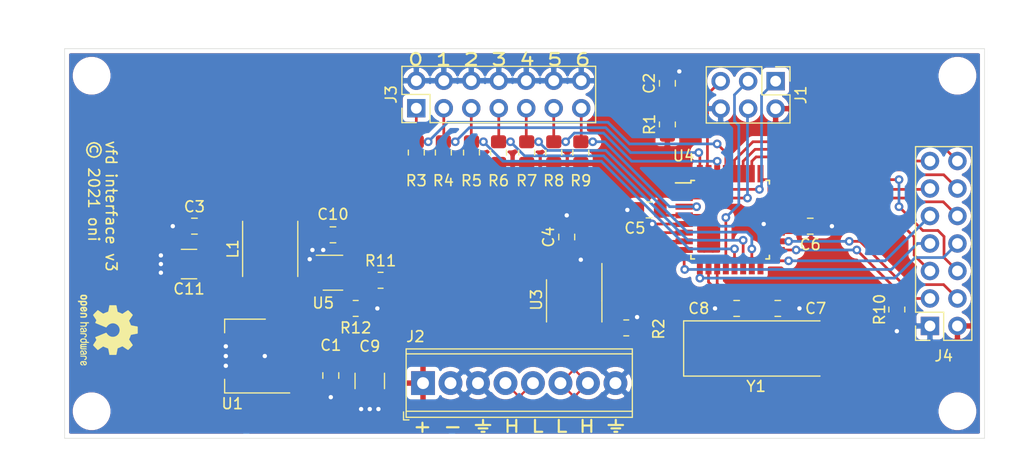
<source format=kicad_pcb>
(kicad_pcb (version 20171130) (host pcbnew 5.99.0+really5.1.12+dfsg1-1)

  (general
    (thickness 1.6)
    (drawings 12)
    (tracks 352)
    (zones 0)
    (modules 38)
    (nets 37)
  )

  (page A4)
  (title_block
    (title "VFD Interface")
    (date 2021-12-12)
    (rev 3)
    (company "© 2021 oni")
  )

  (layers
    (0 F.Cu signal)
    (31 B.Cu signal)
    (32 B.Adhes user)
    (33 F.Adhes user)
    (34 B.Paste user)
    (35 F.Paste user)
    (36 B.SilkS user)
    (37 F.SilkS user)
    (38 B.Mask user)
    (39 F.Mask user)
    (40 Dwgs.User user)
    (41 Cmts.User user)
    (42 Eco1.User user)
    (43 Eco2.User user)
    (44 Edge.Cuts user)
    (45 Margin user)
    (46 B.CrtYd user)
    (47 F.CrtYd user)
    (48 B.Fab user hide)
    (49 F.Fab user hide)
  )

  (setup
    (last_trace_width 0.25)
    (trace_clearance 0.2)
    (zone_clearance 0.4)
    (zone_45_only no)
    (trace_min 0.2)
    (via_size 0.8)
    (via_drill 0.4)
    (via_min_size 0.4)
    (via_min_drill 0.3)
    (uvia_size 0.3)
    (uvia_drill 0.1)
    (uvias_allowed no)
    (uvia_min_size 0.2)
    (uvia_min_drill 0.1)
    (edge_width 0.05)
    (segment_width 0.2)
    (pcb_text_width 0.3)
    (pcb_text_size 1.5 1.5)
    (mod_edge_width 0.12)
    (mod_text_size 1 1)
    (mod_text_width 0.15)
    (pad_size 1.524 1.524)
    (pad_drill 0.762)
    (pad_to_mask_clearance 0)
    (aux_axis_origin 0 0)
    (visible_elements FFFFFF7F)
    (pcbplotparams
      (layerselection 0x010fc_ffffffff)
      (usegerberextensions false)
      (usegerberattributes true)
      (usegerberadvancedattributes true)
      (creategerberjobfile true)
      (excludeedgelayer true)
      (linewidth 0.100000)
      (plotframeref false)
      (viasonmask false)
      (mode 1)
      (useauxorigin false)
      (hpglpennumber 1)
      (hpglpenspeed 20)
      (hpglpendiameter 15.000000)
      (psnegative false)
      (psa4output false)
      (plotreference true)
      (plotvalue true)
      (plotinvisibletext false)
      (padsonsilk false)
      (subtractmaskfromsilk true)
      (outputformat 1)
      (mirror false)
      (drillshape 0)
      (scaleselection 1)
      (outputdirectory "plot"))
  )

  (net 0 "")
  (net 1 GND)
  (net 2 +12V)
  (net 3 /~RESET)
  (net 4 +5V)
  (net 5 "Net-(C7-Pad2)")
  (net 6 "Net-(C8-Pad2)")
  (net 7 /MOSI)
  (net 8 /SCK)
  (net 9 /MISO)
  (net 10 /CAN+)
  (net 11 /CAN-)
  (net 12 /BUTTON6)
  (net 13 /BUTTON5)
  (net 14 /BUTTON4)
  (net 15 /BUTTON3)
  (net 16 /BUTTON2)
  (net 17 /BUTTON1)
  (net 18 /BUTTON0)
  (net 19 "Net-(R2-Pad1)")
  (net 20 /VFDDB7)
  (net 21 /VFDDB6)
  (net 22 /VFDDB5)
  (net 23 /VFDDB4)
  (net 24 /VFDDB3)
  (net 25 /VFDDB2)
  (net 26 /VFDDB1)
  (net 27 /VFDDB0)
  (net 28 /VFDE)
  (net 29 /VFDR~W)
  (net 30 /VFDRS)
  (net 31 /CANRX)
  (net 32 /CANTX)
  (net 33 "Net-(C10-Pad2)")
  (net 34 "Net-(C10-Pad1)")
  (net 35 "Net-(R11-Pad2)")
  (net 36 /VF~RESET)

  (net_class Default "This is the default net class."
    (clearance 0.2)
    (trace_width 0.25)
    (via_dia 0.8)
    (via_drill 0.4)
    (uvia_dia 0.3)
    (uvia_drill 0.1)
    (add_net +5V)
    (add_net /BUTTON0)
    (add_net /BUTTON1)
    (add_net /BUTTON2)
    (add_net /BUTTON3)
    (add_net /BUTTON4)
    (add_net /BUTTON5)
    (add_net /BUTTON6)
    (add_net /CAN+)
    (add_net /CAN-)
    (add_net /CANRX)
    (add_net /CANTX)
    (add_net /MISO)
    (add_net /MOSI)
    (add_net /SCK)
    (add_net /VFDDB0)
    (add_net /VFDDB1)
    (add_net /VFDDB2)
    (add_net /VFDDB3)
    (add_net /VFDDB4)
    (add_net /VFDDB5)
    (add_net /VFDDB6)
    (add_net /VFDDB7)
    (add_net /VFDE)
    (add_net /VFDRS)
    (add_net /VFDR~W)
    (add_net /VF~RESET)
    (add_net /~RESET)
    (add_net GND)
    (add_net "Net-(C10-Pad1)")
    (add_net "Net-(C10-Pad2)")
    (add_net "Net-(C7-Pad2)")
    (add_net "Net-(C8-Pad2)")
    (add_net "Net-(R11-Pad2)")
    (add_net "Net-(R2-Pad1)")
    (add_net "Net-(U3-Pad5)")
    (add_net "Net-(U4-Pad21)")
    (add_net "Net-(U5-Pad5)")
  )

  (net_class Power ""
    (clearance 0.2)
    (trace_width 0.4)
    (via_dia 1)
    (via_drill 0.6)
    (uvia_dia 0.3)
    (uvia_drill 0.1)
    (add_net +12V)
  )

  (module Resistor_SMD:R_0805_2012Metric_Pad1.20x1.40mm_HandSolder (layer F.Cu) (tedit 5F68FEEE) (tstamp 61B5F7DA)
    (at 182.9 105.7 270)
    (descr "Resistor SMD 0805 (2012 Metric), square (rectangular) end terminal, IPC_7351 nominal with elongated pad for handsoldering. (Body size source: IPC-SM-782 page 72, https://www.pcb-3d.com/wordpress/wp-content/uploads/ipc-sm-782a_amendment_1_and_2.pdf), generated with kicad-footprint-generator")
    (tags "resistor handsolder")
    (path /61B6A1DD)
    (attr smd)
    (fp_text reference R10 (at 0 1.6 90) (layer F.SilkS)
      (effects (font (size 1 1) (thickness 0.15)))
    )
    (fp_text value 1k (at 0 1.65 90) (layer F.Fab)
      (effects (font (size 1 1) (thickness 0.15)))
    )
    (fp_text user %R (at 0 0 90) (layer F.Fab)
      (effects (font (size 0.5 0.5) (thickness 0.08)))
    )
    (fp_line (start -1 0.625) (end -1 -0.625) (layer F.Fab) (width 0.1))
    (fp_line (start -1 -0.625) (end 1 -0.625) (layer F.Fab) (width 0.1))
    (fp_line (start 1 -0.625) (end 1 0.625) (layer F.Fab) (width 0.1))
    (fp_line (start 1 0.625) (end -1 0.625) (layer F.Fab) (width 0.1))
    (fp_line (start -0.227064 -0.735) (end 0.227064 -0.735) (layer F.SilkS) (width 0.12))
    (fp_line (start -0.227064 0.735) (end 0.227064 0.735) (layer F.SilkS) (width 0.12))
    (fp_line (start -1.85 0.95) (end -1.85 -0.95) (layer F.CrtYd) (width 0.05))
    (fp_line (start -1.85 -0.95) (end 1.85 -0.95) (layer F.CrtYd) (width 0.05))
    (fp_line (start 1.85 -0.95) (end 1.85 0.95) (layer F.CrtYd) (width 0.05))
    (fp_line (start 1.85 0.95) (end -1.85 0.95) (layer F.CrtYd) (width 0.05))
    (pad 2 smd roundrect (at 1 0 270) (size 1.2 1.4) (layers F.Cu F.Paste F.Mask) (roundrect_rratio 0.2083325)
      (net 1 GND))
    (pad 1 smd roundrect (at -1 0 270) (size 1.2 1.4) (layers F.Cu F.Paste F.Mask) (roundrect_rratio 0.2083325)
      (net 36 /VF~RESET))
    (model ${KISYS3DMOD}/Resistor_SMD.3dshapes/R_0805_2012Metric.wrl
      (at (xyz 0 0 0))
      (scale (xyz 1 1 1))
      (rotate (xyz 0 0 0))
    )
  )

  (module Connector_PinHeader_2.54mm:PinHeader_2x07_P2.54mm_Vertical (layer F.Cu) (tedit 59FED5CC) (tstamp 607E1173)
    (at 138.5 87.1 90)
    (descr "Through hole straight pin header, 2x07, 2.54mm pitch, double rows")
    (tags "Through hole pin header THT 2x07 2.54mm double row")
    (path /60408E13)
    (fp_text reference J3 (at 1.27 -2.33 90) (layer F.SilkS)
      (effects (font (size 1 1) (thickness 0.15)))
    )
    (fp_text value BUTTONS (at 1.27 17.57 90) (layer F.Fab)
      (effects (font (size 1 1) (thickness 0.15)))
    )
    (fp_text user %R (at 1.27 7.62) (layer F.Fab)
      (effects (font (size 1 1) (thickness 0.15)))
    )
    (fp_line (start 0 -1.27) (end 3.81 -1.27) (layer F.Fab) (width 0.1))
    (fp_line (start 3.81 -1.27) (end 3.81 16.51) (layer F.Fab) (width 0.1))
    (fp_line (start 3.81 16.51) (end -1.27 16.51) (layer F.Fab) (width 0.1))
    (fp_line (start -1.27 16.51) (end -1.27 0) (layer F.Fab) (width 0.1))
    (fp_line (start -1.27 0) (end 0 -1.27) (layer F.Fab) (width 0.1))
    (fp_line (start -1.33 16.57) (end 3.87 16.57) (layer F.SilkS) (width 0.12))
    (fp_line (start -1.33 1.27) (end -1.33 16.57) (layer F.SilkS) (width 0.12))
    (fp_line (start 3.87 -1.33) (end 3.87 16.57) (layer F.SilkS) (width 0.12))
    (fp_line (start -1.33 1.27) (end 1.27 1.27) (layer F.SilkS) (width 0.12))
    (fp_line (start 1.27 1.27) (end 1.27 -1.33) (layer F.SilkS) (width 0.12))
    (fp_line (start 1.27 -1.33) (end 3.87 -1.33) (layer F.SilkS) (width 0.12))
    (fp_line (start -1.33 0) (end -1.33 -1.33) (layer F.SilkS) (width 0.12))
    (fp_line (start -1.33 -1.33) (end 0 -1.33) (layer F.SilkS) (width 0.12))
    (fp_line (start -1.8 -1.8) (end -1.8 17.05) (layer F.CrtYd) (width 0.05))
    (fp_line (start -1.8 17.05) (end 4.35 17.05) (layer F.CrtYd) (width 0.05))
    (fp_line (start 4.35 17.05) (end 4.35 -1.8) (layer F.CrtYd) (width 0.05))
    (fp_line (start 4.35 -1.8) (end -1.8 -1.8) (layer F.CrtYd) (width 0.05))
    (pad 14 thru_hole oval (at 2.54 15.24 90) (size 1.7 1.7) (drill 1) (layers *.Cu *.Mask)
      (net 1 GND))
    (pad 13 thru_hole oval (at 0 15.24 90) (size 1.7 1.7) (drill 1) (layers *.Cu *.Mask)
      (net 12 /BUTTON6))
    (pad 12 thru_hole oval (at 2.54 12.7 90) (size 1.7 1.7) (drill 1) (layers *.Cu *.Mask)
      (net 1 GND))
    (pad 11 thru_hole oval (at 0 12.7 90) (size 1.7 1.7) (drill 1) (layers *.Cu *.Mask)
      (net 13 /BUTTON5))
    (pad 10 thru_hole oval (at 2.54 10.16 90) (size 1.7 1.7) (drill 1) (layers *.Cu *.Mask)
      (net 1 GND))
    (pad 9 thru_hole oval (at 0 10.16 90) (size 1.7 1.7) (drill 1) (layers *.Cu *.Mask)
      (net 14 /BUTTON4))
    (pad 8 thru_hole oval (at 2.54 7.62 90) (size 1.7 1.7) (drill 1) (layers *.Cu *.Mask)
      (net 1 GND))
    (pad 7 thru_hole oval (at 0 7.62 90) (size 1.7 1.7) (drill 1) (layers *.Cu *.Mask)
      (net 15 /BUTTON3))
    (pad 6 thru_hole oval (at 2.54 5.08 90) (size 1.7 1.7) (drill 1) (layers *.Cu *.Mask)
      (net 1 GND))
    (pad 5 thru_hole oval (at 0 5.08 90) (size 1.7 1.7) (drill 1) (layers *.Cu *.Mask)
      (net 16 /BUTTON2))
    (pad 4 thru_hole oval (at 2.54 2.54 90) (size 1.7 1.7) (drill 1) (layers *.Cu *.Mask)
      (net 1 GND))
    (pad 3 thru_hole oval (at 0 2.54 90) (size 1.7 1.7) (drill 1) (layers *.Cu *.Mask)
      (net 17 /BUTTON1))
    (pad 2 thru_hole oval (at 2.54 0 90) (size 1.7 1.7) (drill 1) (layers *.Cu *.Mask)
      (net 1 GND))
    (pad 1 thru_hole rect (at 0 0 90) (size 1.7 1.7) (drill 1) (layers *.Cu *.Mask)
      (net 18 /BUTTON0))
    (model ${KISYS3DMOD}/Connector_PinHeader_2.54mm.3dshapes/PinHeader_2x07_P2.54mm_Vertical.wrl
      (at (xyz 0 0 0))
      (scale (xyz 1 1 1))
      (rotate (xyz 0 0 0))
    )
  )

  (module Capacitor_SMD:C_1210_3225Metric_Pad1.33x2.70mm_HandSolder (layer F.Cu) (tedit 5F68FEEF) (tstamp 616FDA56)
    (at 134.2 112.3 270)
    (descr "Capacitor SMD 1210 (3225 Metric), square (rectangular) end terminal, IPC_7351 nominal with elongated pad for handsoldering. (Body size source: IPC-SM-782 page 76, https://www.pcb-3d.com/wordpress/wp-content/uploads/ipc-sm-782a_amendment_1_and_2.pdf), generated with kicad-footprint-generator")
    (tags "capacitor handsolder")
    (path /609876B1)
    (attr smd)
    (fp_text reference C9 (at -3.2 0 180) (layer F.SilkS)
      (effects (font (size 1 1) (thickness 0.15)))
    )
    (fp_text value 10u (at 0 2.3 90) (layer F.Fab)
      (effects (font (size 1 1) (thickness 0.15)))
    )
    (fp_line (start 2.48 1.6) (end -2.48 1.6) (layer F.CrtYd) (width 0.05))
    (fp_line (start 2.48 -1.6) (end 2.48 1.6) (layer F.CrtYd) (width 0.05))
    (fp_line (start -2.48 -1.6) (end 2.48 -1.6) (layer F.CrtYd) (width 0.05))
    (fp_line (start -2.48 1.6) (end -2.48 -1.6) (layer F.CrtYd) (width 0.05))
    (fp_line (start -0.711252 1.36) (end 0.711252 1.36) (layer F.SilkS) (width 0.12))
    (fp_line (start -0.711252 -1.36) (end 0.711252 -1.36) (layer F.SilkS) (width 0.12))
    (fp_line (start 1.6 1.25) (end -1.6 1.25) (layer F.Fab) (width 0.1))
    (fp_line (start 1.6 -1.25) (end 1.6 1.25) (layer F.Fab) (width 0.1))
    (fp_line (start -1.6 -1.25) (end 1.6 -1.25) (layer F.Fab) (width 0.1))
    (fp_line (start -1.6 1.25) (end -1.6 -1.25) (layer F.Fab) (width 0.1))
    (fp_text user %R (at 0 0 90) (layer F.Fab)
      (effects (font (size 0.8 0.8) (thickness 0.12)))
    )
    (pad 2 smd roundrect (at 1.5625 0 270) (size 1.325 2.7) (layers F.Cu F.Paste F.Mask) (roundrect_rratio 0.1886769811320755)
      (net 1 GND))
    (pad 1 smd roundrect (at -1.5625 0 270) (size 1.325 2.7) (layers F.Cu F.Paste F.Mask) (roundrect_rratio 0.1886769811320755)
      (net 2 +12V))
    (model ${KISYS3DMOD}/Capacitor_SMD.3dshapes/C_1210_3225Metric.wrl
      (at (xyz 0 0 0))
      (scale (xyz 1 1 1))
      (rotate (xyz 0 0 0))
    )
  )

  (module Capacitor_SMD:C_1210_3225Metric_Pad1.33x2.70mm_HandSolder (layer F.Cu) (tedit 5F68FEEF) (tstamp 616FDA78)
    (at 117.5 101.5 180)
    (descr "Capacitor SMD 1210 (3225 Metric), square (rectangular) end terminal, IPC_7351 nominal with elongated pad for handsoldering. (Body size source: IPC-SM-782 page 76, https://www.pcb-3d.com/wordpress/wp-content/uploads/ipc-sm-782a_amendment_1_and_2.pdf), generated with kicad-footprint-generator")
    (tags "capacitor handsolder")
    (path /60987A56)
    (attr smd)
    (fp_text reference C11 (at 0 -2.3) (layer F.SilkS)
      (effects (font (size 1 1) (thickness 0.15)))
    )
    (fp_text value 22u (at 0 2.3) (layer F.Fab)
      (effects (font (size 1 1) (thickness 0.15)))
    )
    (fp_line (start 2.48 1.6) (end -2.48 1.6) (layer F.CrtYd) (width 0.05))
    (fp_line (start 2.48 -1.6) (end 2.48 1.6) (layer F.CrtYd) (width 0.05))
    (fp_line (start -2.48 -1.6) (end 2.48 -1.6) (layer F.CrtYd) (width 0.05))
    (fp_line (start -2.48 1.6) (end -2.48 -1.6) (layer F.CrtYd) (width 0.05))
    (fp_line (start -0.711252 1.36) (end 0.711252 1.36) (layer F.SilkS) (width 0.12))
    (fp_line (start -0.711252 -1.36) (end 0.711252 -1.36) (layer F.SilkS) (width 0.12))
    (fp_line (start 1.6 1.25) (end -1.6 1.25) (layer F.Fab) (width 0.1))
    (fp_line (start 1.6 -1.25) (end 1.6 1.25) (layer F.Fab) (width 0.1))
    (fp_line (start -1.6 -1.25) (end 1.6 -1.25) (layer F.Fab) (width 0.1))
    (fp_line (start -1.6 1.25) (end -1.6 -1.25) (layer F.Fab) (width 0.1))
    (fp_text user %R (at 0 0) (layer F.Fab)
      (effects (font (size 0.8 0.8) (thickness 0.12)))
    )
    (pad 2 smd roundrect (at 1.5625 0 180) (size 1.325 2.7) (layers F.Cu F.Paste F.Mask) (roundrect_rratio 0.1886769811320755)
      (net 1 GND))
    (pad 1 smd roundrect (at -1.5625 0 180) (size 1.325 2.7) (layers F.Cu F.Paste F.Mask) (roundrect_rratio 0.1886769811320755)
      (net 4 +5V))
    (model ${KISYS3DMOD}/Capacitor_SMD.3dshapes/C_1210_3225Metric.wrl
      (at (xyz 0 0 0))
      (scale (xyz 1 1 1))
      (rotate (xyz 0 0 0))
    )
  )

  (module Inductor_SMD:L_Taiyo-Yuden_NR-50xx (layer F.Cu) (tedit 5990349D) (tstamp 616FDBF5)
    (at 125 100.1 90)
    (descr "Inductor, Taiyo Yuden, NR series, Taiyo-Yuden_NR-50xx, 4.9mmx4.9mm")
    (tags "inductor taiyo-yuden nr smd")
    (path /6098839D)
    (attr smd)
    (fp_text reference L1 (at 0 -3.45 90) (layer F.SilkS)
      (effects (font (size 1 1) (thickness 0.15)))
    )
    (fp_text value 3.3u (at 0 3.95 90) (layer F.Fab)
      (effects (font (size 1 1) (thickness 0.15)))
    )
    (fp_line (start 2.8 -2.75) (end -2.8 -2.75) (layer F.CrtYd) (width 0.05))
    (fp_line (start 2.8 2.75) (end 2.8 -2.75) (layer F.CrtYd) (width 0.05))
    (fp_line (start -2.8 2.75) (end 2.8 2.75) (layer F.CrtYd) (width 0.05))
    (fp_line (start -2.8 -2.75) (end -2.8 2.75) (layer F.CrtYd) (width 0.05))
    (fp_line (start -2.55 2.55) (end 2.55 2.55) (layer F.SilkS) (width 0.12))
    (fp_line (start -2.55 -2.55) (end 2.55 -2.55) (layer F.SilkS) (width 0.12))
    (fp_line (start -1.65 2.45) (end 0 2.45) (layer F.Fab) (width 0.1))
    (fp_line (start -2.45 1.65) (end -1.65 2.45) (layer F.Fab) (width 0.1))
    (fp_line (start -2.45 0) (end -2.45 1.65) (layer F.Fab) (width 0.1))
    (fp_line (start 1.65 2.45) (end 0 2.45) (layer F.Fab) (width 0.1))
    (fp_line (start 2.45 1.65) (end 1.65 2.45) (layer F.Fab) (width 0.1))
    (fp_line (start 2.45 0) (end 2.45 1.65) (layer F.Fab) (width 0.1))
    (fp_line (start 1.65 -2.45) (end 0 -2.45) (layer F.Fab) (width 0.1))
    (fp_line (start 2.45 -1.65) (end 1.65 -2.45) (layer F.Fab) (width 0.1))
    (fp_line (start 2.45 0) (end 2.45 -1.65) (layer F.Fab) (width 0.1))
    (fp_line (start -1.65 -2.45) (end 0 -2.45) (layer F.Fab) (width 0.1))
    (fp_line (start -2.45 -1.65) (end -1.65 -2.45) (layer F.Fab) (width 0.1))
    (fp_line (start -2.45 0) (end -2.45 -1.65) (layer F.Fab) (width 0.1))
    (fp_text user %R (at 0 0 90) (layer F.Fab)
      (effects (font (size 1 1) (thickness 0.15)))
    )
    (pad 2 smd rect (at 1.8 0 90) (size 1.5 4.2) (layers F.Cu F.Paste F.Mask)
      (net 4 +5V))
    (pad 1 smd rect (at -1.8 0 90) (size 1.5 4.2) (layers F.Cu F.Paste F.Mask)
      (net 33 "Net-(C10-Pad2)"))
    (model ${KISYS3DMOD}/Inductor_SMD.3dshapes/L_Taiyo-Yuden_NR-50xx.wrl
      (at (xyz 0 0 0))
      (scale (xyz 1 1 1))
      (rotate (xyz 0 0 0))
    )
  )

  (module Crystal:Crystal_SMD_HC49-SD (layer F.Cu) (tedit 5A1AD52C) (tstamp 607E0D37)
    (at 169.9 109.3)
    (descr "SMD Crystal HC-49-SD http://cdn-reichelt.de/documents/datenblatt/B400/xxx-HC49-SMD.pdf, 11.4x4.7mm^2 package")
    (tags "SMD SMT crystal")
    (path /603F2D14)
    (attr smd)
    (fp_text reference Y1 (at 0 3.5) (layer F.SilkS)
      (effects (font (size 1 1) (thickness 0.15)))
    )
    (fp_text value 16MHz (at 0 3.55) (layer F.Fab)
      (effects (font (size 1 1) (thickness 0.15)))
    )
    (fp_line (start 6.8 -2.6) (end -6.8 -2.6) (layer F.CrtYd) (width 0.05))
    (fp_line (start 6.8 2.6) (end 6.8 -2.6) (layer F.CrtYd) (width 0.05))
    (fp_line (start -6.8 2.6) (end 6.8 2.6) (layer F.CrtYd) (width 0.05))
    (fp_line (start -6.8 -2.6) (end -6.8 2.6) (layer F.CrtYd) (width 0.05))
    (fp_line (start -6.7 2.55) (end 5.9 2.55) (layer F.SilkS) (width 0.12))
    (fp_line (start -6.7 -2.55) (end -6.7 2.55) (layer F.SilkS) (width 0.12))
    (fp_line (start 5.9 -2.55) (end -6.7 -2.55) (layer F.SilkS) (width 0.12))
    (fp_line (start -3.015 2.115) (end 3.015 2.115) (layer F.Fab) (width 0.1))
    (fp_line (start -3.015 -2.115) (end 3.015 -2.115) (layer F.Fab) (width 0.1))
    (fp_line (start 5.7 -2.35) (end -5.7 -2.35) (layer F.Fab) (width 0.1))
    (fp_line (start 5.7 2.35) (end 5.7 -2.35) (layer F.Fab) (width 0.1))
    (fp_line (start -5.7 2.35) (end 5.7 2.35) (layer F.Fab) (width 0.1))
    (fp_line (start -5.7 -2.35) (end -5.7 2.35) (layer F.Fab) (width 0.1))
    (fp_arc (start 3.015 0) (end 3.015 -2.115) (angle 180) (layer F.Fab) (width 0.1))
    (fp_arc (start -3.015 0) (end -3.015 -2.115) (angle -180) (layer F.Fab) (width 0.1))
    (fp_text user %R (at 0 0) (layer F.Fab)
      (effects (font (size 1 1) (thickness 0.15)))
    )
    (pad 2 smd rect (at 4.25 0) (size 4.5 2) (layers F.Cu F.Paste F.Mask)
      (net 5 "Net-(C7-Pad2)"))
    (pad 1 smd rect (at -4.25 0) (size 4.5 2) (layers F.Cu F.Paste F.Mask)
      (net 6 "Net-(C8-Pad2)"))
    (model ${KISYS3DMOD}/Crystal.3dshapes/Crystal_SMD_HC49-SD.wrl
      (at (xyz 0 0 0))
      (scale (xyz 1 1 1))
      (rotate (xyz 0 0 0))
    )
  )

  (module Package_TO_SOT_SMD:SOT-23-6 (layer F.Cu) (tedit 5A02FF57) (tstamp 616FDE55)
    (at 130.8 102.3)
    (descr "6-pin SOT-23 package")
    (tags SOT-23-6)
    (path /616FC5FB)
    (attr smd)
    (fp_text reference U5 (at -0.9 2.8) (layer F.SilkS)
      (effects (font (size 1 1) (thickness 0.15)))
    )
    (fp_text value " ‎AP62150WU" (at 0 2.9) (layer F.Fab)
      (effects (font (size 1 1) (thickness 0.15)))
    )
    (fp_line (start -0.9 1.61) (end 0.9 1.61) (layer F.SilkS) (width 0.12))
    (fp_line (start 0.9 -1.61) (end -1.55 -1.61) (layer F.SilkS) (width 0.12))
    (fp_line (start 1.9 -1.8) (end -1.9 -1.8) (layer F.CrtYd) (width 0.05))
    (fp_line (start 1.9 1.8) (end 1.9 -1.8) (layer F.CrtYd) (width 0.05))
    (fp_line (start -1.9 1.8) (end 1.9 1.8) (layer F.CrtYd) (width 0.05))
    (fp_line (start -1.9 -1.8) (end -1.9 1.8) (layer F.CrtYd) (width 0.05))
    (fp_line (start -0.9 -0.9) (end -0.25 -1.55) (layer F.Fab) (width 0.1))
    (fp_line (start 0.9 -1.55) (end -0.25 -1.55) (layer F.Fab) (width 0.1))
    (fp_line (start -0.9 -0.9) (end -0.9 1.55) (layer F.Fab) (width 0.1))
    (fp_line (start 0.9 1.55) (end -0.9 1.55) (layer F.Fab) (width 0.1))
    (fp_line (start 0.9 -1.55) (end 0.9 1.55) (layer F.Fab) (width 0.1))
    (fp_text user %R (at 0 0 90) (layer F.Fab)
      (effects (font (size 0.5 0.5) (thickness 0.075)))
    )
    (pad 5 smd rect (at 1.1 0) (size 1.06 0.65) (layers F.Cu F.Paste F.Mask))
    (pad 6 smd rect (at 1.1 -0.95) (size 1.06 0.65) (layers F.Cu F.Paste F.Mask)
      (net 34 "Net-(C10-Pad1)"))
    (pad 4 smd rect (at 1.1 0.95) (size 1.06 0.65) (layers F.Cu F.Paste F.Mask)
      (net 35 "Net-(R11-Pad2)"))
    (pad 3 smd rect (at -1.1 0.95) (size 1.06 0.65) (layers F.Cu F.Paste F.Mask)
      (net 2 +12V))
    (pad 2 smd rect (at -1.1 0) (size 1.06 0.65) (layers F.Cu F.Paste F.Mask)
      (net 33 "Net-(C10-Pad2)"))
    (pad 1 smd rect (at -1.1 -0.95) (size 1.06 0.65) (layers F.Cu F.Paste F.Mask)
      (net 1 GND))
    (model ${KISYS3DMOD}/Package_TO_SOT_SMD.3dshapes/SOT-23-6.wrl
      (at (xyz 0 0 0))
      (scale (xyz 1 1 1))
      (rotate (xyz 0 0 0))
    )
  )

  (module Resistor_SMD:R_0805_2012Metric_Pad1.20x1.40mm_HandSolder (layer F.Cu) (tedit 5F68FEEE) (tstamp 616FDD77)
    (at 132.9 105.6)
    (descr "Resistor SMD 0805 (2012 Metric), square (rectangular) end terminal, IPC_7351 nominal with elongated pad for handsoldering. (Body size source: IPC-SM-782 page 72, https://www.pcb-3d.com/wordpress/wp-content/uploads/ipc-sm-782a_amendment_1_and_2.pdf), generated with kicad-footprint-generator")
    (tags "resistor handsolder")
    (path /60988FF2)
    (attr smd)
    (fp_text reference R12 (at 0 1.8) (layer F.SilkS)
      (effects (font (size 1 1) (thickness 0.15)))
    )
    (fp_text value 10k (at 0 1.65) (layer F.Fab)
      (effects (font (size 1 1) (thickness 0.15)))
    )
    (fp_line (start -1 0.625) (end -1 -0.625) (layer F.Fab) (width 0.1))
    (fp_line (start -1 -0.625) (end 1 -0.625) (layer F.Fab) (width 0.1))
    (fp_line (start 1 -0.625) (end 1 0.625) (layer F.Fab) (width 0.1))
    (fp_line (start 1 0.625) (end -1 0.625) (layer F.Fab) (width 0.1))
    (fp_line (start -0.227064 -0.735) (end 0.227064 -0.735) (layer F.SilkS) (width 0.12))
    (fp_line (start -0.227064 0.735) (end 0.227064 0.735) (layer F.SilkS) (width 0.12))
    (fp_line (start -1.85 0.95) (end -1.85 -0.95) (layer F.CrtYd) (width 0.05))
    (fp_line (start -1.85 -0.95) (end 1.85 -0.95) (layer F.CrtYd) (width 0.05))
    (fp_line (start 1.85 -0.95) (end 1.85 0.95) (layer F.CrtYd) (width 0.05))
    (fp_line (start 1.85 0.95) (end -1.85 0.95) (layer F.CrtYd) (width 0.05))
    (fp_text user %R (at 0 0) (layer F.Fab)
      (effects (font (size 0.5 0.5) (thickness 0.08)))
    )
    (pad 2 smd roundrect (at 1 0) (size 1.2 1.4) (layers F.Cu F.Paste F.Mask) (roundrect_rratio 0.2083325)
      (net 1 GND))
    (pad 1 smd roundrect (at -1 0) (size 1.2 1.4) (layers F.Cu F.Paste F.Mask) (roundrect_rratio 0.2083325)
      (net 35 "Net-(R11-Pad2)"))
    (model ${KISYS3DMOD}/Resistor_SMD.3dshapes/R_0805_2012Metric.wrl
      (at (xyz 0 0 0))
      (scale (xyz 1 1 1))
      (rotate (xyz 0 0 0))
    )
  )

  (module Resistor_SMD:R_0805_2012Metric_Pad1.20x1.40mm_HandSolder (layer F.Cu) (tedit 5F68FEEE) (tstamp 616FDD66)
    (at 135.2 103 180)
    (descr "Resistor SMD 0805 (2012 Metric), square (rectangular) end terminal, IPC_7351 nominal with elongated pad for handsoldering. (Body size source: IPC-SM-782 page 72, https://www.pcb-3d.com/wordpress/wp-content/uploads/ipc-sm-782a_amendment_1_and_2.pdf), generated with kicad-footprint-generator")
    (tags "resistor handsolder")
    (path /60988D60)
    (attr smd)
    (fp_text reference R11 (at 0 1.8) (layer F.SilkS)
      (effects (font (size 1 1) (thickness 0.15)))
    )
    (fp_text value 52k3 (at 0 1.65) (layer F.Fab)
      (effects (font (size 1 1) (thickness 0.15)))
    )
    (fp_line (start -1 0.625) (end -1 -0.625) (layer F.Fab) (width 0.1))
    (fp_line (start -1 -0.625) (end 1 -0.625) (layer F.Fab) (width 0.1))
    (fp_line (start 1 -0.625) (end 1 0.625) (layer F.Fab) (width 0.1))
    (fp_line (start 1 0.625) (end -1 0.625) (layer F.Fab) (width 0.1))
    (fp_line (start -0.227064 -0.735) (end 0.227064 -0.735) (layer F.SilkS) (width 0.12))
    (fp_line (start -0.227064 0.735) (end 0.227064 0.735) (layer F.SilkS) (width 0.12))
    (fp_line (start -1.85 0.95) (end -1.85 -0.95) (layer F.CrtYd) (width 0.05))
    (fp_line (start -1.85 -0.95) (end 1.85 -0.95) (layer F.CrtYd) (width 0.05))
    (fp_line (start 1.85 -0.95) (end 1.85 0.95) (layer F.CrtYd) (width 0.05))
    (fp_line (start 1.85 0.95) (end -1.85 0.95) (layer F.CrtYd) (width 0.05))
    (fp_text user %R (at 0 0) (layer F.Fab)
      (effects (font (size 0.5 0.5) (thickness 0.08)))
    )
    (pad 2 smd roundrect (at 1 0 180) (size 1.2 1.4) (layers F.Cu F.Paste F.Mask) (roundrect_rratio 0.2083325)
      (net 35 "Net-(R11-Pad2)"))
    (pad 1 smd roundrect (at -1 0 180) (size 1.2 1.4) (layers F.Cu F.Paste F.Mask) (roundrect_rratio 0.2083325)
      (net 4 +5V))
    (model ${KISYS3DMOD}/Resistor_SMD.3dshapes/R_0805_2012Metric.wrl
      (at (xyz 0 0 0))
      (scale (xyz 1 1 1))
      (rotate (xyz 0 0 0))
    )
  )

  (module Capacitor_SMD:C_0805_2012Metric_Pad1.18x1.45mm_HandSolder (layer F.Cu) (tedit 5F68FEEF) (tstamp 616FDA67)
    (at 130.8 98.8 180)
    (descr "Capacitor SMD 0805 (2012 Metric), square (rectangular) end terminal, IPC_7351 nominal with elongated pad for handsoldering. (Body size source: IPC-SM-782 page 76, https://www.pcb-3d.com/wordpress/wp-content/uploads/ipc-sm-782a_amendment_1_and_2.pdf, https://docs.google.com/spreadsheets/d/1BsfQQcO9C6DZCsRaXUlFlo91Tg2WpOkGARC1WS5S8t0/edit?usp=sharing), generated with kicad-footprint-generator")
    (tags "capacitor handsolder")
    (path /60988B02)
    (attr smd)
    (fp_text reference C10 (at 0 1.9) (layer F.SilkS)
      (effects (font (size 1 1) (thickness 0.15)))
    )
    (fp_text value 100n (at 0 1.68) (layer F.Fab)
      (effects (font (size 1 1) (thickness 0.15)))
    )
    (fp_line (start -1 0.625) (end -1 -0.625) (layer F.Fab) (width 0.1))
    (fp_line (start -1 -0.625) (end 1 -0.625) (layer F.Fab) (width 0.1))
    (fp_line (start 1 -0.625) (end 1 0.625) (layer F.Fab) (width 0.1))
    (fp_line (start 1 0.625) (end -1 0.625) (layer F.Fab) (width 0.1))
    (fp_line (start -0.261252 -0.735) (end 0.261252 -0.735) (layer F.SilkS) (width 0.12))
    (fp_line (start -0.261252 0.735) (end 0.261252 0.735) (layer F.SilkS) (width 0.12))
    (fp_line (start -1.88 0.98) (end -1.88 -0.98) (layer F.CrtYd) (width 0.05))
    (fp_line (start -1.88 -0.98) (end 1.88 -0.98) (layer F.CrtYd) (width 0.05))
    (fp_line (start 1.88 -0.98) (end 1.88 0.98) (layer F.CrtYd) (width 0.05))
    (fp_line (start 1.88 0.98) (end -1.88 0.98) (layer F.CrtYd) (width 0.05))
    (fp_text user %R (at 0 0) (layer F.Fab)
      (effects (font (size 0.5 0.5) (thickness 0.08)))
    )
    (pad 2 smd roundrect (at 1.0375 0 180) (size 1.175 1.45) (layers F.Cu F.Paste F.Mask) (roundrect_rratio 0.2127659574468085)
      (net 33 "Net-(C10-Pad2)"))
    (pad 1 smd roundrect (at -1.0375 0 180) (size 1.175 1.45) (layers F.Cu F.Paste F.Mask) (roundrect_rratio 0.2127659574468085)
      (net 34 "Net-(C10-Pad1)"))
    (model ${KISYS3DMOD}/Capacitor_SMD.3dshapes/C_0805_2012Metric.wrl
      (at (xyz 0 0 0))
      (scale (xyz 1 1 1))
      (rotate (xyz 0 0 0))
    )
  )

  (module Symbol:OSHW-Logo2_7.3x6mm_SilkScreen (layer F.Cu) (tedit 0) (tstamp 607E0D71)
    (at 110 107.6 270)
    (descr "Open Source Hardware Symbol")
    (tags "Logo Symbol OSHW")
    (path /6046A7CD)
    (attr virtual)
    (fp_text reference LOGO1 (at 0 0 90) (layer F.SilkS) hide
      (effects (font (size 1 1) (thickness 0.15)))
    )
    (fp_text value Logo_Open_Hardware_Small (at 0.75 0 90) (layer F.Fab) hide
      (effects (font (size 1 1) (thickness 0.15)))
    )
    (fp_poly (pts (xy 0.10391 -2.757652) (xy 0.182454 -2.757222) (xy 0.239298 -2.756058) (xy 0.278105 -2.753793)
      (xy 0.302538 -2.75006) (xy 0.316262 -2.744494) (xy 0.32294 -2.736727) (xy 0.326236 -2.726395)
      (xy 0.326556 -2.725057) (xy 0.331562 -2.700921) (xy 0.340829 -2.653299) (xy 0.353392 -2.587259)
      (xy 0.368287 -2.507872) (xy 0.384551 -2.420204) (xy 0.385119 -2.417125) (xy 0.40141 -2.331211)
      (xy 0.416652 -2.255304) (xy 0.429861 -2.193955) (xy 0.440054 -2.151718) (xy 0.446248 -2.133145)
      (xy 0.446543 -2.132816) (xy 0.464788 -2.123747) (xy 0.502405 -2.108633) (xy 0.551271 -2.090738)
      (xy 0.551543 -2.090642) (xy 0.613093 -2.067507) (xy 0.685657 -2.038035) (xy 0.754057 -2.008403)
      (xy 0.757294 -2.006938) (xy 0.868702 -1.956374) (xy 1.115399 -2.12484) (xy 1.191077 -2.176197)
      (xy 1.259631 -2.222111) (xy 1.317088 -2.25997) (xy 1.359476 -2.287163) (xy 1.382825 -2.301079)
      (xy 1.385042 -2.302111) (xy 1.40201 -2.297516) (xy 1.433701 -2.275345) (xy 1.481352 -2.234553)
      (xy 1.546198 -2.174095) (xy 1.612397 -2.109773) (xy 1.676214 -2.046388) (xy 1.733329 -1.988549)
      (xy 1.780305 -1.939825) (xy 1.813703 -1.90379) (xy 1.830085 -1.884016) (xy 1.830694 -1.882998)
      (xy 1.832505 -1.869428) (xy 1.825683 -1.847267) (xy 1.80854 -1.813522) (xy 1.779393 -1.7652)
      (xy 1.736555 -1.699308) (xy 1.679448 -1.614483) (xy 1.628766 -1.539823) (xy 1.583461 -1.47286)
      (xy 1.54615 -1.417484) (xy 1.519452 -1.37758) (xy 1.505985 -1.357038) (xy 1.505137 -1.355644)
      (xy 1.506781 -1.335962) (xy 1.519245 -1.297707) (xy 1.540048 -1.248111) (xy 1.547462 -1.232272)
      (xy 1.579814 -1.16171) (xy 1.614328 -1.081647) (xy 1.642365 -1.012371) (xy 1.662568 -0.960955)
      (xy 1.678615 -0.921881) (xy 1.687888 -0.901459) (xy 1.689041 -0.899886) (xy 1.706096 -0.897279)
      (xy 1.746298 -0.890137) (xy 1.804302 -0.879477) (xy 1.874763 -0.866315) (xy 1.952335 -0.851667)
      (xy 2.031672 -0.836551) (xy 2.107431 -0.821982) (xy 2.174264 -0.808978) (xy 2.226828 -0.798555)
      (xy 2.259776 -0.79173) (xy 2.267857 -0.789801) (xy 2.276205 -0.785038) (xy 2.282506 -0.774282)
      (xy 2.287045 -0.753902) (xy 2.290104 -0.720266) (xy 2.291967 -0.669745) (xy 2.292918 -0.598708)
      (xy 2.29324 -0.503524) (xy 2.293257 -0.464508) (xy 2.293257 -0.147201) (xy 2.217057 -0.132161)
      (xy 2.174663 -0.124005) (xy 2.1114 -0.112101) (xy 2.034962 -0.097884) (xy 1.953043 -0.08279)
      (xy 1.9304 -0.078645) (xy 1.854806 -0.063947) (xy 1.788953 -0.049495) (xy 1.738366 -0.036625)
      (xy 1.708574 -0.026678) (xy 1.703612 -0.023713) (xy 1.691426 -0.002717) (xy 1.673953 0.037967)
      (xy 1.654577 0.090322) (xy 1.650734 0.1016) (xy 1.625339 0.171523) (xy 1.593817 0.250418)
      (xy 1.562969 0.321266) (xy 1.562817 0.321595) (xy 1.511447 0.432733) (xy 1.680399 0.681253)
      (xy 1.849352 0.929772) (xy 1.632429 1.147058) (xy 1.566819 1.211726) (xy 1.506979 1.268733)
      (xy 1.456267 1.315033) (xy 1.418046 1.347584) (xy 1.395675 1.363343) (xy 1.392466 1.364343)
      (xy 1.373626 1.356469) (xy 1.33518 1.334578) (xy 1.28133 1.301267) (xy 1.216276 1.259131)
      (xy 1.14594 1.211943) (xy 1.074555 1.16381) (xy 1.010908 1.121928) (xy 0.959041 1.088871)
      (xy 0.922995 1.067218) (xy 0.906867 1.059543) (xy 0.887189 1.066037) (xy 0.849875 1.08315)
      (xy 0.802621 1.107326) (xy 0.797612 1.110013) (xy 0.733977 1.141927) (xy 0.690341 1.157579)
      (xy 0.663202 1.157745) (xy 0.649057 1.143204) (xy 0.648975 1.143) (xy 0.641905 1.125779)
      (xy 0.625042 1.084899) (xy 0.599695 1.023525) (xy 0.567171 0.944819) (xy 0.528778 0.851947)
      (xy 0.485822 0.748072) (xy 0.444222 0.647502) (xy 0.398504 0.536516) (xy 0.356526 0.433703)
      (xy 0.319548 0.342215) (xy 0.288827 0.265201) (xy 0.265622 0.205815) (xy 0.25119 0.167209)
      (xy 0.246743 0.1528) (xy 0.257896 0.136272) (xy 0.287069 0.10993) (xy 0.325971 0.080887)
      (xy 0.436757 -0.010961) (xy 0.523351 -0.116241) (xy 0.584716 -0.232734) (xy 0.619815 -0.358224)
      (xy 0.627608 -0.490493) (xy 0.621943 -0.551543) (xy 0.591078 -0.678205) (xy 0.53792 -0.790059)
      (xy 0.465767 -0.885999) (xy 0.377917 -0.964924) (xy 0.277665 -1.02573) (xy 0.16831 -1.067313)
      (xy 0.053147 -1.088572) (xy -0.064525 -1.088401) (xy -0.18141 -1.065699) (xy -0.294211 -1.019362)
      (xy -0.399631 -0.948287) (xy -0.443632 -0.908089) (xy -0.528021 -0.804871) (xy -0.586778 -0.692075)
      (xy -0.620296 -0.57299) (xy -0.628965 -0.450905) (xy -0.613177 -0.329107) (xy -0.573322 -0.210884)
      (xy -0.509793 -0.099525) (xy -0.422979 0.001684) (xy -0.325971 0.080887) (xy -0.285563 0.111162)
      (xy -0.257018 0.137219) (xy -0.246743 0.152825) (xy -0.252123 0.169843) (xy -0.267425 0.2105)
      (xy -0.291388 0.271642) (xy -0.322756 0.350119) (xy -0.360268 0.44278) (xy -0.402667 0.546472)
      (xy -0.444337 0.647526) (xy -0.49031 0.758607) (xy -0.532893 0.861541) (xy -0.570779 0.953165)
      (xy -0.60266 1.030316) (xy -0.627229 1.089831) (xy -0.64318 1.128544) (xy -0.64909 1.143)
      (xy -0.663052 1.157685) (xy -0.69006 1.157642) (xy -0.733587 1.142099) (xy -0.79711 1.110284)
      (xy -0.797612 1.110013) (xy -0.84544 1.085323) (xy -0.884103 1.067338) (xy -0.905905 1.059614)
      (xy -0.906867 1.059543) (xy -0.923279 1.067378) (xy -0.959513 1.089165) (xy -1.011526 1.122328)
      (xy -1.075275 1.164291) (xy -1.14594 1.211943) (xy -1.217884 1.260191) (xy -1.282726 1.302151)
      (xy -1.336265 1.335227) (xy -1.374303 1.356821) (xy -1.392467 1.364343) (xy -1.409192 1.354457)
      (xy -1.44282 1.326826) (xy -1.48999 1.284495) (xy -1.547342 1.230505) (xy -1.611516 1.167899)
      (xy -1.632503 1.146983) (xy -1.849501 0.929623) (xy -1.684332 0.68722) (xy -1.634136 0.612781)
      (xy -1.590081 0.545972) (xy -1.554638 0.490665) (xy -1.530281 0.450729) (xy -1.519478 0.430036)
      (xy -1.519162 0.428563) (xy -1.524857 0.409058) (xy -1.540174 0.369822) (xy -1.562463 0.31743)
      (xy -1.578107 0.282355) (xy -1.607359 0.215201) (xy -1.634906 0.147358) (xy -1.656263 0.090034)
      (xy -1.662065 0.072572) (xy -1.678548 0.025938) (xy -1.69466 -0.010095) (xy -1.70351 -0.023713)
      (xy -1.72304 -0.032048) (xy -1.765666 -0.043863) (xy -1.825855 -0.057819) (xy -1.898078 -0.072578)
      (xy -1.9304 -0.078645) (xy -2.012478 -0.093727) (xy -2.091205 -0.108331) (xy -2.158891 -0.12102)
      (xy -2.20784 -0.130358) (xy -2.217057 -0.132161) (xy -2.293257 -0.147201) (xy -2.293257 -0.464508)
      (xy -2.293086 -0.568846) (xy -2.292384 -0.647787) (xy -2.290866 -0.704962) (xy -2.288251 -0.744001)
      (xy -2.284254 -0.768535) (xy -2.278591 -0.782195) (xy -2.27098 -0.788611) (xy -2.267857 -0.789801)
      (xy -2.249022 -0.79402) (xy -2.207412 -0.802438) (xy -2.14837 -0.814039) (xy -2.077243 -0.827805)
      (xy -1.999375 -0.84272) (xy -1.920113 -0.857768) (xy -1.844802 -0.871931) (xy -1.778787 -0.884194)
      (xy -1.727413 -0.893539) (xy -1.696025 -0.89895) (xy -1.689041 -0.899886) (xy -1.682715 -0.912404)
      (xy -1.66871 -0.945754) (xy -1.649645 -0.993623) (xy -1.642366 -1.012371) (xy -1.613004 -1.084805)
      (xy -1.578429 -1.16483) (xy -1.547463 -1.232272) (xy -1.524677 -1.283841) (xy -1.509518 -1.326215)
      (xy -1.504458 -1.352166) (xy -1.505264 -1.355644) (xy -1.515959 -1.372064) (xy -1.54038 -1.408583)
      (xy -1.575905 -1.461313) (xy -1.619913 -1.526365) (xy -1.669783 -1.599849) (xy -1.679644 -1.614355)
      (xy -1.737508 -1.700296) (xy -1.780044 -1.765739) (xy -1.808946 -1.813696) (xy -1.82591 -1.84718)
      (xy -1.832633 -1.869205) (xy -1.83081 -1.882783) (xy -1.830764 -1.882869) (xy -1.816414 -1.900703)
      (xy -1.784677 -1.935183) (xy -1.73899 -1.982732) (xy -1.682796 -2.039778) (xy -1.619532 -2.102745)
      (xy -1.612398 -2.109773) (xy -1.53267 -2.18698) (xy -1.471143 -2.24367) (xy -1.426579 -2.28089)
      (xy -1.397743 -2.299685) (xy -1.385042 -2.302111) (xy -1.366506 -2.291529) (xy -1.328039 -2.267084)
      (xy -1.273614 -2.231388) (xy -1.207202 -2.187053) (xy -1.132775 -2.136689) (xy -1.115399 -2.12484)
      (xy -0.868703 -1.956374) (xy -0.757294 -2.006938) (xy -0.689543 -2.036405) (xy -0.616817 -2.066041)
      (xy -0.554297 -2.08967) (xy -0.551543 -2.090642) (xy -0.50264 -2.108543) (xy -0.464943 -2.12368)
      (xy -0.446575 -2.13279) (xy -0.446544 -2.132816) (xy -0.440715 -2.149283) (xy -0.430808 -2.189781)
      (xy -0.417805 -2.249758) (xy -0.402691 -2.32466) (xy -0.386448 -2.409936) (xy -0.385119 -2.417125)
      (xy -0.368825 -2.504986) (xy -0.353867 -2.58474) (xy -0.341209 -2.651319) (xy -0.331814 -2.699653)
      (xy -0.326646 -2.724675) (xy -0.326556 -2.725057) (xy -0.323411 -2.735701) (xy -0.317296 -2.743738)
      (xy -0.304547 -2.749533) (xy -0.2815 -2.753453) (xy -0.244491 -2.755865) (xy -0.189856 -2.757135)
      (xy -0.113933 -2.757629) (xy -0.013056 -2.757714) (xy 0 -2.757714) (xy 0.10391 -2.757652)) (layer F.SilkS) (width 0.01))
    (fp_poly (pts (xy 3.153595 1.966966) (xy 3.211021 2.004497) (xy 3.238719 2.038096) (xy 3.260662 2.099064)
      (xy 3.262405 2.147308) (xy 3.258457 2.211816) (xy 3.109686 2.276934) (xy 3.037349 2.310202)
      (xy 2.990084 2.336964) (xy 2.965507 2.360144) (xy 2.961237 2.382667) (xy 2.974889 2.407455)
      (xy 2.989943 2.423886) (xy 3.033746 2.450235) (xy 3.081389 2.452081) (xy 3.125145 2.431546)
      (xy 3.157289 2.390752) (xy 3.163038 2.376347) (xy 3.190576 2.331356) (xy 3.222258 2.312182)
      (xy 3.265714 2.295779) (xy 3.265714 2.357966) (xy 3.261872 2.400283) (xy 3.246823 2.435969)
      (xy 3.21528 2.476943) (xy 3.210592 2.482267) (xy 3.175506 2.51872) (xy 3.145347 2.538283)
      (xy 3.107615 2.547283) (xy 3.076335 2.55023) (xy 3.020385 2.550965) (xy 2.980555 2.54166)
      (xy 2.955708 2.527846) (xy 2.916656 2.497467) (xy 2.889625 2.464613) (xy 2.872517 2.423294)
      (xy 2.863238 2.367521) (xy 2.859693 2.291305) (xy 2.85941 2.252622) (xy 2.860372 2.206247)
      (xy 2.948007 2.206247) (xy 2.949023 2.231126) (xy 2.951556 2.2352) (xy 2.968274 2.229665)
      (xy 3.004249 2.215017) (xy 3.052331 2.19419) (xy 3.062386 2.189714) (xy 3.123152 2.158814)
      (xy 3.156632 2.131657) (xy 3.16399 2.10622) (xy 3.146391 2.080481) (xy 3.131856 2.069109)
      (xy 3.07941 2.046364) (xy 3.030322 2.050122) (xy 2.989227 2.077884) (xy 2.960758 2.127152)
      (xy 2.951631 2.166257) (xy 2.948007 2.206247) (xy 2.860372 2.206247) (xy 2.861285 2.162249)
      (xy 2.868196 2.095384) (xy 2.881884 2.046695) (xy 2.904096 2.010849) (xy 2.936574 1.982513)
      (xy 2.950733 1.973355) (xy 3.015053 1.949507) (xy 3.085473 1.948006) (xy 3.153595 1.966966)) (layer F.SilkS) (width 0.01))
    (fp_poly (pts (xy 2.6526 1.958752) (xy 2.669948 1.966334) (xy 2.711356 1.999128) (xy 2.746765 2.046547)
      (xy 2.768664 2.097151) (xy 2.772229 2.122098) (xy 2.760279 2.156927) (xy 2.734067 2.175357)
      (xy 2.705964 2.186516) (xy 2.693095 2.188572) (xy 2.686829 2.173649) (xy 2.674456 2.141175)
      (xy 2.669028 2.126502) (xy 2.63859 2.075744) (xy 2.59452 2.050427) (xy 2.53801 2.051206)
      (xy 2.533825 2.052203) (xy 2.503655 2.066507) (xy 2.481476 2.094393) (xy 2.466327 2.139287)
      (xy 2.45725 2.204615) (xy 2.453286 2.293804) (xy 2.452914 2.341261) (xy 2.45273 2.416071)
      (xy 2.451522 2.467069) (xy 2.448309 2.499471) (xy 2.442109 2.518495) (xy 2.43194 2.529356)
      (xy 2.416819 2.537272) (xy 2.415946 2.53767) (xy 2.386828 2.549981) (xy 2.372403 2.554514)
      (xy 2.370186 2.540809) (xy 2.368289 2.502925) (xy 2.366847 2.445715) (xy 2.365998 2.374027)
      (xy 2.365829 2.321565) (xy 2.366692 2.220047) (xy 2.37007 2.143032) (xy 2.377142 2.086023)
      (xy 2.389088 2.044526) (xy 2.40709 2.014043) (xy 2.432327 1.99008) (xy 2.457247 1.973355)
      (xy 2.517171 1.951097) (xy 2.586911 1.946076) (xy 2.6526 1.958752)) (layer F.SilkS) (width 0.01))
    (fp_poly (pts (xy 2.144876 1.956335) (xy 2.186667 1.975344) (xy 2.219469 1.998378) (xy 2.243503 2.024133)
      (xy 2.260097 2.057358) (xy 2.270577 2.1028) (xy 2.276271 2.165207) (xy 2.278507 2.249327)
      (xy 2.278743 2.304721) (xy 2.278743 2.520826) (xy 2.241774 2.53767) (xy 2.212656 2.549981)
      (xy 2.198231 2.554514) (xy 2.195472 2.541025) (xy 2.193282 2.504653) (xy 2.191942 2.451542)
      (xy 2.191657 2.409372) (xy 2.190434 2.348447) (xy 2.187136 2.300115) (xy 2.182321 2.270518)
      (xy 2.178496 2.264229) (xy 2.152783 2.270652) (xy 2.112418 2.287125) (xy 2.065679 2.309458)
      (xy 2.020845 2.333457) (xy 1.986193 2.35493) (xy 1.970002 2.369685) (xy 1.969938 2.369845)
      (xy 1.97133 2.397152) (xy 1.983818 2.423219) (xy 2.005743 2.444392) (xy 2.037743 2.451474)
      (xy 2.065092 2.450649) (xy 2.103826 2.450042) (xy 2.124158 2.459116) (xy 2.136369 2.483092)
      (xy 2.137909 2.487613) (xy 2.143203 2.521806) (xy 2.129047 2.542568) (xy 2.092148 2.552462)
      (xy 2.052289 2.554292) (xy 1.980562 2.540727) (xy 1.943432 2.521355) (xy 1.897576 2.475845)
      (xy 1.873256 2.419983) (xy 1.871073 2.360957) (xy 1.891629 2.305953) (xy 1.922549 2.271486)
      (xy 1.95342 2.252189) (xy 2.001942 2.227759) (xy 2.058485 2.202985) (xy 2.06791 2.199199)
      (xy 2.130019 2.171791) (xy 2.165822 2.147634) (xy 2.177337 2.123619) (xy 2.16658 2.096635)
      (xy 2.148114 2.075543) (xy 2.104469 2.049572) (xy 2.056446 2.047624) (xy 2.012406 2.067637)
      (xy 1.980709 2.107551) (xy 1.976549 2.117848) (xy 1.952327 2.155724) (xy 1.916965 2.183842)
      (xy 1.872343 2.206917) (xy 1.872343 2.141485) (xy 1.874969 2.101506) (xy 1.88623 2.069997)
      (xy 1.911199 2.036378) (xy 1.935169 2.010484) (xy 1.972441 1.973817) (xy 2.001401 1.954121)
      (xy 2.032505 1.94622) (xy 2.067713 1.944914) (xy 2.144876 1.956335)) (layer F.SilkS) (width 0.01))
    (fp_poly (pts (xy 1.779833 1.958663) (xy 1.782048 1.99685) (xy 1.783784 2.054886) (xy 1.784899 2.12818)
      (xy 1.785257 2.205055) (xy 1.785257 2.465196) (xy 1.739326 2.511127) (xy 1.707675 2.539429)
      (xy 1.67989 2.550893) (xy 1.641915 2.550168) (xy 1.62684 2.548321) (xy 1.579726 2.542948)
      (xy 1.540756 2.539869) (xy 1.531257 2.539585) (xy 1.499233 2.541445) (xy 1.453432 2.546114)
      (xy 1.435674 2.548321) (xy 1.392057 2.551735) (xy 1.362745 2.54432) (xy 1.33368 2.521427)
      (xy 1.323188 2.511127) (xy 1.277257 2.465196) (xy 1.277257 1.978602) (xy 1.314226 1.961758)
      (xy 1.346059 1.949282) (xy 1.364683 1.944914) (xy 1.369458 1.958718) (xy 1.373921 1.997286)
      (xy 1.377775 2.056356) (xy 1.380722 2.131663) (xy 1.382143 2.195286) (xy 1.386114 2.445657)
      (xy 1.420759 2.450556) (xy 1.452268 2.447131) (xy 1.467708 2.436041) (xy 1.472023 2.415308)
      (xy 1.475708 2.371145) (xy 1.478469 2.309146) (xy 1.480012 2.234909) (xy 1.480235 2.196706)
      (xy 1.480457 1.976783) (xy 1.526166 1.960849) (xy 1.558518 1.950015) (xy 1.576115 1.944962)
      (xy 1.576623 1.944914) (xy 1.578388 1.958648) (xy 1.580329 1.99673) (xy 1.582282 2.054482)
      (xy 1.584084 2.127227) (xy 1.585343 2.195286) (xy 1.589314 2.445657) (xy 1.6764 2.445657)
      (xy 1.680396 2.21724) (xy 1.684392 1.988822) (xy 1.726847 1.966868) (xy 1.758192 1.951793)
      (xy 1.776744 1.944951) (xy 1.777279 1.944914) (xy 1.779833 1.958663)) (layer F.SilkS) (width 0.01))
    (fp_poly (pts (xy 1.190117 2.065358) (xy 1.189933 2.173837) (xy 1.189219 2.257287) (xy 1.187675 2.319704)
      (xy 1.185001 2.365085) (xy 1.180894 2.397429) (xy 1.175055 2.420733) (xy 1.167182 2.438995)
      (xy 1.161221 2.449418) (xy 1.111855 2.505945) (xy 1.049264 2.541377) (xy 0.980013 2.55409)
      (xy 0.910668 2.542463) (xy 0.869375 2.521568) (xy 0.826025 2.485422) (xy 0.796481 2.441276)
      (xy 0.778655 2.383462) (xy 0.770463 2.306313) (xy 0.769302 2.249714) (xy 0.769458 2.245647)
      (xy 0.870857 2.245647) (xy 0.871476 2.31055) (xy 0.874314 2.353514) (xy 0.88084 2.381622)
      (xy 0.892523 2.401953) (xy 0.906483 2.417288) (xy 0.953365 2.44689) (xy 1.003701 2.449419)
      (xy 1.051276 2.424705) (xy 1.054979 2.421356) (xy 1.070783 2.403935) (xy 1.080693 2.383209)
      (xy 1.086058 2.352362) (xy 1.088228 2.304577) (xy 1.088571 2.251748) (xy 1.087827 2.185381)
      (xy 1.084748 2.141106) (xy 1.078061 2.112009) (xy 1.066496 2.091173) (xy 1.057013 2.080107)
      (xy 1.01296 2.052198) (xy 0.962224 2.048843) (xy 0.913796 2.070159) (xy 0.90445 2.078073)
      (xy 0.88854 2.095647) (xy 0.87861 2.116587) (xy 0.873278 2.147782) (xy 0.871163 2.196122)
      (xy 0.870857 2.245647) (xy 0.769458 2.245647) (xy 0.77281 2.158568) (xy 0.784726 2.090086)
      (xy 0.807135 2.0386) (xy 0.842124 1.998443) (xy 0.869375 1.977861) (xy 0.918907 1.955625)
      (xy 0.976316 1.945304) (xy 1.029682 1.948067) (xy 1.059543 1.959212) (xy 1.071261 1.962383)
      (xy 1.079037 1.950557) (xy 1.084465 1.918866) (xy 1.088571 1.870593) (xy 1.093067 1.816829)
      (xy 1.099313 1.784482) (xy 1.110676 1.765985) (xy 1.130528 1.75377) (xy 1.143 1.748362)
      (xy 1.190171 1.728601) (xy 1.190117 2.065358)) (layer F.SilkS) (width 0.01))
    (fp_poly (pts (xy 0.529926 1.949755) (xy 0.595858 1.974084) (xy 0.649273 2.017117) (xy 0.670164 2.047409)
      (xy 0.692939 2.102994) (xy 0.692466 2.143186) (xy 0.668562 2.170217) (xy 0.659717 2.174813)
      (xy 0.62153 2.189144) (xy 0.602028 2.185472) (xy 0.595422 2.161407) (xy 0.595086 2.148114)
      (xy 0.582992 2.09921) (xy 0.551471 2.064999) (xy 0.507659 2.048476) (xy 0.458695 2.052634)
      (xy 0.418894 2.074227) (xy 0.40545 2.086544) (xy 0.395921 2.101487) (xy 0.389485 2.124075)
      (xy 0.385317 2.159328) (xy 0.382597 2.212266) (xy 0.380502 2.287907) (xy 0.37996 2.311857)
      (xy 0.377981 2.39379) (xy 0.375731 2.451455) (xy 0.372357 2.489608) (xy 0.367006 2.513004)
      (xy 0.358824 2.526398) (xy 0.346959 2.534545) (xy 0.339362 2.538144) (xy 0.307102 2.550452)
      (xy 0.288111 2.554514) (xy 0.281836 2.540948) (xy 0.278006 2.499934) (xy 0.2766 2.430999)
      (xy 0.277598 2.333669) (xy 0.277908 2.318657) (xy 0.280101 2.229859) (xy 0.282693 2.165019)
      (xy 0.286382 2.119067) (xy 0.291864 2.086935) (xy 0.299835 2.063553) (xy 0.310993 2.043852)
      (xy 0.31683 2.03541) (xy 0.350296 1.998057) (xy 0.387727 1.969003) (xy 0.392309 1.966467)
      (xy 0.459426 1.946443) (xy 0.529926 1.949755)) (layer F.SilkS) (width 0.01))
    (fp_poly (pts (xy 0.039744 1.950968) (xy 0.096616 1.972087) (xy 0.097267 1.972493) (xy 0.13244 1.99838)
      (xy 0.158407 2.028633) (xy 0.17667 2.068058) (xy 0.188732 2.121462) (xy 0.196096 2.193651)
      (xy 0.200264 2.289432) (xy 0.200629 2.303078) (xy 0.205876 2.508842) (xy 0.161716 2.531678)
      (xy 0.129763 2.54711) (xy 0.11047 2.554423) (xy 0.109578 2.554514) (xy 0.106239 2.541022)
      (xy 0.103587 2.504626) (xy 0.101956 2.451452) (xy 0.1016 2.408393) (xy 0.101592 2.338641)
      (xy 0.098403 2.294837) (xy 0.087288 2.273944) (xy 0.063501 2.272925) (xy 0.022296 2.288741)
      (xy -0.039914 2.317815) (xy -0.085659 2.341963) (xy -0.109187 2.362913) (xy -0.116104 2.385747)
      (xy -0.116114 2.386877) (xy -0.104701 2.426212) (xy -0.070908 2.447462) (xy -0.019191 2.450539)
      (xy 0.018061 2.450006) (xy 0.037703 2.460735) (xy 0.049952 2.486505) (xy 0.057002 2.519337)
      (xy 0.046842 2.537966) (xy 0.043017 2.540632) (xy 0.007001 2.55134) (xy -0.043434 2.552856)
      (xy -0.095374 2.545759) (xy -0.132178 2.532788) (xy -0.183062 2.489585) (xy -0.211986 2.429446)
      (xy -0.217714 2.382462) (xy -0.213343 2.340082) (xy -0.197525 2.305488) (xy -0.166203 2.274763)
      (xy -0.115322 2.24399) (xy -0.040824 2.209252) (xy -0.036286 2.207288) (xy 0.030821 2.176287)
      (xy 0.072232 2.150862) (xy 0.089981 2.128014) (xy 0.086107 2.104745) (xy 0.062643 2.078056)
      (xy 0.055627 2.071914) (xy 0.00863 2.0481) (xy -0.040067 2.049103) (xy -0.082478 2.072451)
      (xy -0.110616 2.115675) (xy -0.113231 2.12416) (xy -0.138692 2.165308) (xy -0.170999 2.185128)
      (xy -0.217714 2.20477) (xy -0.217714 2.15395) (xy -0.203504 2.080082) (xy -0.161325 2.012327)
      (xy -0.139376 1.989661) (xy -0.089483 1.960569) (xy -0.026033 1.9474) (xy 0.039744 1.950968)) (layer F.SilkS) (width 0.01))
    (fp_poly (pts (xy -0.624114 1.851289) (xy -0.619861 1.910613) (xy -0.614975 1.945572) (xy -0.608205 1.96082)
      (xy -0.598298 1.961015) (xy -0.595086 1.959195) (xy -0.552356 1.946015) (xy -0.496773 1.946785)
      (xy -0.440263 1.960333) (xy -0.404918 1.977861) (xy -0.368679 2.005861) (xy -0.342187 2.037549)
      (xy -0.324001 2.077813) (xy -0.312678 2.131543) (xy -0.306778 2.203626) (xy -0.304857 2.298951)
      (xy -0.304823 2.317237) (xy -0.3048 2.522646) (xy -0.350509 2.53858) (xy -0.382973 2.54942)
      (xy -0.400785 2.554468) (xy -0.401309 2.554514) (xy -0.403063 2.540828) (xy -0.404556 2.503076)
      (xy -0.405674 2.446224) (xy -0.406303 2.375234) (xy -0.4064 2.332073) (xy -0.406602 2.246973)
      (xy -0.407642 2.185981) (xy -0.410169 2.144177) (xy -0.414836 2.116642) (xy -0.422293 2.098456)
      (xy -0.433189 2.084698) (xy -0.439993 2.078073) (xy -0.486728 2.051375) (xy -0.537728 2.049375)
      (xy -0.583999 2.071955) (xy -0.592556 2.080107) (xy -0.605107 2.095436) (xy -0.613812 2.113618)
      (xy -0.619369 2.139909) (xy -0.622474 2.179562) (xy -0.623824 2.237832) (xy -0.624114 2.318173)
      (xy -0.624114 2.522646) (xy -0.669823 2.53858) (xy -0.702287 2.54942) (xy -0.720099 2.554468)
      (xy -0.720623 2.554514) (xy -0.721963 2.540623) (xy -0.723172 2.501439) (xy -0.724199 2.4407)
      (xy -0.724998 2.362141) (xy -0.725519 2.269498) (xy -0.725714 2.166509) (xy -0.725714 1.769342)
      (xy -0.678543 1.749444) (xy -0.631371 1.729547) (xy -0.624114 1.851289)) (layer F.SilkS) (width 0.01))
    (fp_poly (pts (xy -1.831697 1.931239) (xy -1.774473 1.969735) (xy -1.730251 2.025335) (xy -1.703833 2.096086)
      (xy -1.69849 2.148162) (xy -1.699097 2.169893) (xy -1.704178 2.186531) (xy -1.718145 2.201437)
      (xy -1.745411 2.217973) (xy -1.790388 2.239498) (xy -1.857489 2.269374) (xy -1.857829 2.269524)
      (xy -1.919593 2.297813) (xy -1.970241 2.322933) (xy -2.004596 2.342179) (xy -2.017482 2.352848)
      (xy -2.017486 2.352934) (xy -2.006128 2.376166) (xy -1.979569 2.401774) (xy -1.949077 2.420221)
      (xy -1.93363 2.423886) (xy -1.891485 2.411212) (xy -1.855192 2.379471) (xy -1.837483 2.344572)
      (xy -1.820448 2.318845) (xy -1.787078 2.289546) (xy -1.747851 2.264235) (xy -1.713244 2.250471)
      (xy -1.706007 2.249714) (xy -1.697861 2.26216) (xy -1.69737 2.293972) (xy -1.703357 2.336866)
      (xy -1.714643 2.382558) (xy -1.73005 2.422761) (xy -1.730829 2.424322) (xy -1.777196 2.489062)
      (xy -1.837289 2.533097) (xy -1.905535 2.554711) (xy -1.976362 2.552185) (xy -2.044196 2.523804)
      (xy -2.047212 2.521808) (xy -2.100573 2.473448) (xy -2.13566 2.410352) (xy -2.155078 2.327387)
      (xy -2.157684 2.304078) (xy -2.162299 2.194055) (xy -2.156767 2.142748) (xy -2.017486 2.142748)
      (xy -2.015676 2.174753) (xy -2.005778 2.184093) (xy -1.981102 2.177105) (xy -1.942205 2.160587)
      (xy -1.898725 2.139881) (xy -1.897644 2.139333) (xy -1.860791 2.119949) (xy -1.846 2.107013)
      (xy -1.849647 2.093451) (xy -1.865005 2.075632) (xy -1.904077 2.049845) (xy -1.946154 2.04795)
      (xy -1.983897 2.066717) (xy -2.009966 2.102915) (xy -2.017486 2.142748) (xy -2.156767 2.142748)
      (xy -2.152806 2.106027) (xy -2.12845 2.036212) (xy -2.094544 1.987302) (xy -2.033347 1.937878)
      (xy -1.965937 1.913359) (xy -1.89712 1.911797) (xy -1.831697 1.931239)) (layer F.SilkS) (width 0.01))
    (fp_poly (pts (xy -2.958885 1.921962) (xy -2.890855 1.957733) (xy -2.840649 2.015301) (xy -2.822815 2.052312)
      (xy -2.808937 2.107882) (xy -2.801833 2.178096) (xy -2.80116 2.254727) (xy -2.806573 2.329552)
      (xy -2.81773 2.394342) (xy -2.834286 2.440873) (xy -2.839374 2.448887) (xy -2.899645 2.508707)
      (xy -2.971231 2.544535) (xy -3.048908 2.55502) (xy -3.127452 2.53881) (xy -3.149311 2.529092)
      (xy -3.191878 2.499143) (xy -3.229237 2.459433) (xy -3.232768 2.454397) (xy -3.247119 2.430124)
      (xy -3.256606 2.404178) (xy -3.26221 2.370022) (xy -3.264914 2.321119) (xy -3.265701 2.250935)
      (xy -3.265714 2.2352) (xy -3.265678 2.230192) (xy -3.120571 2.230192) (xy -3.119727 2.29643)
      (xy -3.116404 2.340386) (xy -3.109417 2.368779) (xy -3.097584 2.388325) (xy -3.091543 2.394857)
      (xy -3.056814 2.41968) (xy -3.023097 2.418548) (xy -2.989005 2.397016) (xy -2.968671 2.374029)
      (xy -2.956629 2.340478) (xy -2.949866 2.287569) (xy -2.949402 2.281399) (xy -2.948248 2.185513)
      (xy -2.960312 2.114299) (xy -2.98543 2.068194) (xy -3.02344 2.047635) (xy -3.037008 2.046514)
      (xy -3.072636 2.052152) (xy -3.097006 2.071686) (xy -3.111907 2.109042) (xy -3.119125 2.16815)
      (xy -3.120571 2.230192) (xy -3.265678 2.230192) (xy -3.265174 2.160413) (xy -3.262904 2.108159)
      (xy -3.257932 2.071949) (xy -3.249287 2.045299) (xy -3.235995 2.021722) (xy -3.233057 2.017338)
      (xy -3.183687 1.958249) (xy -3.129891 1.923947) (xy -3.064398 1.910331) (xy -3.042158 1.909665)
      (xy -2.958885 1.921962)) (layer F.SilkS) (width 0.01))
    (fp_poly (pts (xy -1.283907 1.92778) (xy -1.237328 1.954723) (xy -1.204943 1.981466) (xy -1.181258 2.009484)
      (xy -1.164941 2.043748) (xy -1.154661 2.089227) (xy -1.149086 2.150892) (xy -1.146884 2.233711)
      (xy -1.146629 2.293246) (xy -1.146629 2.512391) (xy -1.208314 2.540044) (xy -1.27 2.567697)
      (xy -1.277257 2.32767) (xy -1.280256 2.238028) (xy -1.283402 2.172962) (xy -1.287299 2.128026)
      (xy -1.292553 2.09877) (xy -1.299769 2.080748) (xy -1.30955 2.069511) (xy -1.312688 2.067079)
      (xy -1.360239 2.048083) (xy -1.408303 2.0556) (xy -1.436914 2.075543) (xy -1.448553 2.089675)
      (xy -1.456609 2.10822) (xy -1.461729 2.136334) (xy -1.464559 2.179173) (xy -1.465744 2.241895)
      (xy -1.465943 2.307261) (xy -1.465982 2.389268) (xy -1.467386 2.447316) (xy -1.472086 2.486465)
      (xy -1.482013 2.51178) (xy -1.499097 2.528323) (xy -1.525268 2.541156) (xy -1.560225 2.554491)
      (xy -1.598404 2.569007) (xy -1.593859 2.311389) (xy -1.592029 2.218519) (xy -1.589888 2.149889)
      (xy -1.586819 2.100711) (xy -1.582206 2.066198) (xy -1.575432 2.041562) (xy -1.565881 2.022016)
      (xy -1.554366 2.00477) (xy -1.49881 1.94968) (xy -1.43102 1.917822) (xy -1.357287 1.910191)
      (xy -1.283907 1.92778)) (layer F.SilkS) (width 0.01))
    (fp_poly (pts (xy -2.400256 1.919918) (xy -2.344799 1.947568) (xy -2.295852 1.99848) (xy -2.282371 2.017338)
      (xy -2.267686 2.042015) (xy -2.258158 2.068816) (xy -2.252707 2.104587) (xy -2.250253 2.156169)
      (xy -2.249714 2.224267) (xy -2.252148 2.317588) (xy -2.260606 2.387657) (xy -2.276826 2.439931)
      (xy -2.302546 2.479869) (xy -2.339503 2.512929) (xy -2.342218 2.514886) (xy -2.37864 2.534908)
      (xy -2.422498 2.544815) (xy -2.478276 2.547257) (xy -2.568952 2.547257) (xy -2.56899 2.635283)
      (xy -2.569834 2.684308) (xy -2.574976 2.713065) (xy -2.588413 2.730311) (xy -2.614142 2.744808)
      (xy -2.620321 2.747769) (xy -2.649236 2.761648) (xy -2.671624 2.770414) (xy -2.688271 2.771171)
      (xy -2.699964 2.761023) (xy -2.70749 2.737073) (xy -2.711634 2.696426) (xy -2.713185 2.636186)
      (xy -2.712929 2.553455) (xy -2.711651 2.445339) (xy -2.711252 2.413) (xy -2.709815 2.301524)
      (xy -2.708528 2.228603) (xy -2.569029 2.228603) (xy -2.568245 2.290499) (xy -2.56476 2.330997)
      (xy -2.556876 2.357708) (xy -2.542895 2.378244) (xy -2.533403 2.38826) (xy -2.494596 2.417567)
      (xy -2.460237 2.419952) (xy -2.424784 2.39575) (xy -2.423886 2.394857) (xy -2.409461 2.376153)
      (xy -2.400687 2.350732) (xy -2.396261 2.311584) (xy -2.394882 2.251697) (xy -2.394857 2.23843)
      (xy -2.398188 2.155901) (xy -2.409031 2.098691) (xy -2.42866 2.063766) (xy -2.45835 2.048094)
      (xy -2.475509 2.046514) (xy -2.516234 2.053926) (xy -2.544168 2.07833) (xy -2.560983 2.12298)
      (xy -2.56835 2.19113) (xy -2.569029 2.228603) (xy -2.708528 2.228603) (xy -2.708292 2.215245)
      (xy -2.706323 2.150333) (xy -2.70355 2.102958) (xy -2.699612 2.06929) (xy -2.694151 2.045498)
      (xy -2.686808 2.027753) (xy -2.677223 2.012224) (xy -2.673113 2.006381) (xy -2.618595 1.951185)
      (xy -2.549664 1.91989) (xy -2.469928 1.911165) (xy -2.400256 1.919918)) (layer F.SilkS) (width 0.01))
  )

  (module Package_QFP:TQFP-32_7x7mm_P0.8mm (layer F.Cu) (tedit 5A02F146) (tstamp 607E0EA8)
    (at 167.5 97.4)
    (descr "32-Lead Plastic Thin Quad Flatpack (PT) - 7x7x1.0 mm Body, 2.00 mm [TQFP] (see Microchip Packaging Specification 00000049BS.pdf)")
    (tags "QFP 0.8")
    (path /603EAA33)
    (attr smd)
    (fp_text reference U4 (at -4.3 -5.9) (layer F.SilkS)
      (effects (font (size 1 1) (thickness 0.15)))
    )
    (fp_text value ATmega32M1-AU (at 0 6.05) (layer F.Fab)
      (effects (font (size 1 1) (thickness 0.15)))
    )
    (fp_line (start -3.625 -3.4) (end -5.05 -3.4) (layer F.SilkS) (width 0.15))
    (fp_line (start 3.625 -3.625) (end 3.3 -3.625) (layer F.SilkS) (width 0.15))
    (fp_line (start 3.625 3.625) (end 3.3 3.625) (layer F.SilkS) (width 0.15))
    (fp_line (start -3.625 3.625) (end -3.3 3.625) (layer F.SilkS) (width 0.15))
    (fp_line (start -3.625 -3.625) (end -3.3 -3.625) (layer F.SilkS) (width 0.15))
    (fp_line (start -3.625 3.625) (end -3.625 3.3) (layer F.SilkS) (width 0.15))
    (fp_line (start 3.625 3.625) (end 3.625 3.3) (layer F.SilkS) (width 0.15))
    (fp_line (start 3.625 -3.625) (end 3.625 -3.3) (layer F.SilkS) (width 0.15))
    (fp_line (start -3.625 -3.625) (end -3.625 -3.4) (layer F.SilkS) (width 0.15))
    (fp_line (start -5.3 5.3) (end 5.3 5.3) (layer F.CrtYd) (width 0.05))
    (fp_line (start -5.3 -5.3) (end 5.3 -5.3) (layer F.CrtYd) (width 0.05))
    (fp_line (start 5.3 -5.3) (end 5.3 5.3) (layer F.CrtYd) (width 0.05))
    (fp_line (start -5.3 -5.3) (end -5.3 5.3) (layer F.CrtYd) (width 0.05))
    (fp_line (start -3.5 -2.5) (end -2.5 -3.5) (layer F.Fab) (width 0.15))
    (fp_line (start -3.5 3.5) (end -3.5 -2.5) (layer F.Fab) (width 0.15))
    (fp_line (start 3.5 3.5) (end -3.5 3.5) (layer F.Fab) (width 0.15))
    (fp_line (start 3.5 -3.5) (end 3.5 3.5) (layer F.Fab) (width 0.15))
    (fp_line (start -2.5 -3.5) (end 3.5 -3.5) (layer F.Fab) (width 0.15))
    (fp_text user %R (at 0 0) (layer F.Fab)
      (effects (font (size 1 1) (thickness 0.15)))
    )
    (pad 32 smd rect (at -2.8 -4.25 90) (size 1.6 0.55) (layers F.Cu F.Paste F.Mask)
      (net 17 /BUTTON1))
    (pad 31 smd rect (at -2 -4.25 90) (size 1.6 0.55) (layers F.Cu F.Paste F.Mask)
      (net 3 /~RESET))
    (pad 30 smd rect (at -1.2 -4.25 90) (size 1.6 0.55) (layers F.Cu F.Paste F.Mask)
      (net 13 /BUTTON5))
    (pad 29 smd rect (at -0.4 -4.25 90) (size 1.6 0.55) (layers F.Cu F.Paste F.Mask)
      (net 18 /BUTTON0))
    (pad 28 smd rect (at 0.4 -4.25 90) (size 1.6 0.55) (layers F.Cu F.Paste F.Mask)
      (net 20 /VFDDB7))
    (pad 27 smd rect (at 1.2 -4.25 90) (size 1.6 0.55) (layers F.Cu F.Paste F.Mask)
      (net 21 /VFDDB6))
    (pad 26 smd rect (at 2 -4.25 90) (size 1.6 0.55) (layers F.Cu F.Paste F.Mask)
      (net 22 /VFDDB5))
    (pad 25 smd rect (at 2.8 -4.25 90) (size 1.6 0.55) (layers F.Cu F.Paste F.Mask)
      (net 28 /VFDE))
    (pad 24 smd rect (at 4.25 -2.8) (size 1.6 0.55) (layers F.Cu F.Paste F.Mask)
      (net 23 /VFDDB4))
    (pad 23 smd rect (at 4.25 -2) (size 1.6 0.55) (layers F.Cu F.Paste F.Mask)
      (net 24 /VFDDB3))
    (pad 22 smd rect (at 4.25 -1.2) (size 1.6 0.55) (layers F.Cu F.Paste F.Mask)
      (net 29 /VFDR~W))
    (pad 21 smd rect (at 4.25 -0.4) (size 1.6 0.55) (layers F.Cu F.Paste F.Mask))
    (pad 20 smd rect (at 4.25 0.4) (size 1.6 0.55) (layers F.Cu F.Paste F.Mask)
      (net 1 GND))
    (pad 19 smd rect (at 4.25 1.2) (size 1.6 0.55) (layers F.Cu F.Paste F.Mask)
      (net 4 +5V))
    (pad 18 smd rect (at 4.25 2) (size 1.6 0.55) (layers F.Cu F.Paste F.Mask)
      (net 30 /VFDRS))
    (pad 17 smd rect (at 4.25 2.8) (size 1.6 0.55) (layers F.Cu F.Paste F.Mask)
      (net 36 /VF~RESET))
    (pad 16 smd rect (at 2.8 4.25 90) (size 1.6 0.55) (layers F.Cu F.Paste F.Mask)
      (net 25 /VFDDB2))
    (pad 15 smd rect (at 2 4.25 90) (size 1.6 0.55) (layers F.Cu F.Paste F.Mask)
      (net 14 /BUTTON4))
    (pad 14 smd rect (at 1.2 4.25 90) (size 1.6 0.55) (layers F.Cu F.Paste F.Mask)
      (net 15 /BUTTON3))
    (pad 13 smd rect (at 0.4 4.25 90) (size 1.6 0.55) (layers F.Cu F.Paste F.Mask)
      (net 16 /BUTTON2))
    (pad 12 smd rect (at -0.4 4.25 90) (size 1.6 0.55) (layers F.Cu F.Paste F.Mask)
      (net 8 /SCK))
    (pad 11 smd rect (at -1.2 4.25 90) (size 1.6 0.55) (layers F.Cu F.Paste F.Mask)
      (net 5 "Net-(C7-Pad2)"))
    (pad 10 smd rect (at -2 4.25 90) (size 1.6 0.55) (layers F.Cu F.Paste F.Mask)
      (net 6 "Net-(C8-Pad2)"))
    (pad 9 smd rect (at -2.8 4.25 90) (size 1.6 0.55) (layers F.Cu F.Paste F.Mask)
      (net 26 /VFDDB1))
    (pad 8 smd rect (at -4.25 2.8) (size 1.6 0.55) (layers F.Cu F.Paste F.Mask)
      (net 27 /VFDDB0))
    (pad 7 smd rect (at -4.25 2) (size 1.6 0.55) (layers F.Cu F.Paste F.Mask)
      (net 31 /CANRX))
    (pad 6 smd rect (at -4.25 1.2) (size 1.6 0.55) (layers F.Cu F.Paste F.Mask)
      (net 32 /CANTX))
    (pad 5 smd rect (at -4.25 0.4) (size 1.6 0.55) (layers F.Cu F.Paste F.Mask)
      (net 1 GND))
    (pad 4 smd rect (at -4.25 -0.4) (size 1.6 0.55) (layers F.Cu F.Paste F.Mask)
      (net 4 +5V))
    (pad 3 smd rect (at -4.25 -1.2) (size 1.6 0.55) (layers F.Cu F.Paste F.Mask)
      (net 12 /BUTTON6))
    (pad 2 smd rect (at -4.25 -2) (size 1.6 0.55) (layers F.Cu F.Paste F.Mask)
      (net 7 /MOSI))
    (pad 1 smd rect (at -4.25 -2.8) (size 1.6 0.55) (layers F.Cu F.Paste F.Mask)
      (net 9 /MISO))
    (model ${KISYS3DMOD}/Package_QFP.3dshapes/TQFP-32_7x7mm_P0.8mm.wrl
      (at (xyz 0 0 0))
      (scale (xyz 1 1 1))
      (rotate (xyz 0 0 0))
    )
  )

  (module MountingHole:MountingHole_2.7mm_M2.5_DIN965 (layer F.Cu) (tedit 56D1B4CB) (tstamp 607E0F4E)
    (at 188.5 84.1 180)
    (descr "Mounting Hole 2.7mm, no annular, M2.5, DIN965")
    (tags "mounting hole 2.7mm no annular m2.5 din965")
    (path /60469D35)
    (attr virtual)
    (fp_text reference H1 (at 0 -3.35) (layer F.SilkS) hide
      (effects (font (size 1 1) (thickness 0.15)))
    )
    (fp_text value NW (at 0 3.35) (layer F.Fab)
      (effects (font (size 1 1) (thickness 0.15)))
    )
    (fp_circle (center 0 0) (end 2.6 0) (layer F.CrtYd) (width 0.05))
    (fp_circle (center 0 0) (end 2.35 0) (layer Cmts.User) (width 0.15))
    (fp_text user %R (at 0.3 0) (layer F.Fab)
      (effects (font (size 1 1) (thickness 0.15)))
    )
    (pad 1 np_thru_hole circle (at 0 0 180) (size 2.7 2.7) (drill 2.7) (layers *.Cu *.Mask))
  )

  (module Capacitor_SMD:C_0805_2012Metric_Pad1.18x1.45mm_HandSolder (layer F.Cu) (tedit 5F68FEEF) (tstamp 607E15B1)
    (at 160 96.5 180)
    (descr "Capacitor SMD 0805 (2012 Metric), square (rectangular) end terminal, IPC_7351 nominal with elongated pad for handsoldering. (Body size source: IPC-SM-782 page 76, https://www.pcb-3d.com/wordpress/wp-content/uploads/ipc-sm-782a_amendment_1_and_2.pdf, https://docs.google.com/spreadsheets/d/1BsfQQcO9C6DZCsRaXUlFlo91Tg2WpOkGARC1WS5S8t0/edit?usp=sharing), generated with kicad-footprint-generator")
    (tags "capacitor handsolder")
    (path /603EFB15)
    (attr smd)
    (fp_text reference C5 (at 1.3 -1.68 180) (layer F.SilkS)
      (effects (font (size 1 1) (thickness 0.15)))
    )
    (fp_text value 100n (at 0 1.68 180) (layer F.Fab)
      (effects (font (size 1 1) (thickness 0.15)))
    )
    (fp_line (start 1.88 0.98) (end -1.88 0.98) (layer F.CrtYd) (width 0.05))
    (fp_line (start 1.88 -0.98) (end 1.88 0.98) (layer F.CrtYd) (width 0.05))
    (fp_line (start -1.88 -0.98) (end 1.88 -0.98) (layer F.CrtYd) (width 0.05))
    (fp_line (start -1.88 0.98) (end -1.88 -0.98) (layer F.CrtYd) (width 0.05))
    (fp_line (start -0.261252 0.735) (end 0.261252 0.735) (layer F.SilkS) (width 0.12))
    (fp_line (start -0.261252 -0.735) (end 0.261252 -0.735) (layer F.SilkS) (width 0.12))
    (fp_line (start 1 0.625) (end -1 0.625) (layer F.Fab) (width 0.1))
    (fp_line (start 1 -0.625) (end 1 0.625) (layer F.Fab) (width 0.1))
    (fp_line (start -1 -0.625) (end 1 -0.625) (layer F.Fab) (width 0.1))
    (fp_line (start -1 0.625) (end -1 -0.625) (layer F.Fab) (width 0.1))
    (fp_text user %R (at 0 0 180) (layer F.Fab)
      (effects (font (size 0.5 0.5) (thickness 0.08)))
    )
    (pad 2 smd roundrect (at 1.0375 0 180) (size 1.175 1.45) (layers F.Cu F.Paste F.Mask) (roundrect_rratio 0.2127659574468085)
      (net 1 GND))
    (pad 1 smd roundrect (at -1.0375 0 180) (size 1.175 1.45) (layers F.Cu F.Paste F.Mask) (roundrect_rratio 0.2127659574468085)
      (net 4 +5V))
    (model ${KISYS3DMOD}/Capacitor_SMD.3dshapes/C_0805_2012Metric.wrl
      (at (xyz 0 0 0))
      (scale (xyz 1 1 1))
      (rotate (xyz 0 0 0))
    )
  )

  (module Capacitor_SMD:C_0805_2012Metric_Pad1.18x1.45mm_HandSolder (layer F.Cu) (tedit 5F68FEEF) (tstamp 607E11D0)
    (at 168.1 105.6)
    (descr "Capacitor SMD 0805 (2012 Metric), square (rectangular) end terminal, IPC_7351 nominal with elongated pad for handsoldering. (Body size source: IPC-SM-782 page 76, https://www.pcb-3d.com/wordpress/wp-content/uploads/ipc-sm-782a_amendment_1_and_2.pdf, https://docs.google.com/spreadsheets/d/1BsfQQcO9C6DZCsRaXUlFlo91Tg2WpOkGARC1WS5S8t0/edit?usp=sharing), generated with kicad-footprint-generator")
    (tags "capacitor handsolder")
    (path /603F457D)
    (attr smd)
    (fp_text reference C8 (at -3.5 0) (layer F.SilkS)
      (effects (font (size 1 1) (thickness 0.15)))
    )
    (fp_text value 22p (at 0 1.68) (layer F.Fab)
      (effects (font (size 1 1) (thickness 0.15)))
    )
    (fp_line (start 1.88 0.98) (end -1.88 0.98) (layer F.CrtYd) (width 0.05))
    (fp_line (start 1.88 -0.98) (end 1.88 0.98) (layer F.CrtYd) (width 0.05))
    (fp_line (start -1.88 -0.98) (end 1.88 -0.98) (layer F.CrtYd) (width 0.05))
    (fp_line (start -1.88 0.98) (end -1.88 -0.98) (layer F.CrtYd) (width 0.05))
    (fp_line (start -0.261252 0.735) (end 0.261252 0.735) (layer F.SilkS) (width 0.12))
    (fp_line (start -0.261252 -0.735) (end 0.261252 -0.735) (layer F.SilkS) (width 0.12))
    (fp_line (start 1 0.625) (end -1 0.625) (layer F.Fab) (width 0.1))
    (fp_line (start 1 -0.625) (end 1 0.625) (layer F.Fab) (width 0.1))
    (fp_line (start -1 -0.625) (end 1 -0.625) (layer F.Fab) (width 0.1))
    (fp_line (start -1 0.625) (end -1 -0.625) (layer F.Fab) (width 0.1))
    (fp_text user %R (at 0 0) (layer F.Fab)
      (effects (font (size 0.5 0.5) (thickness 0.08)))
    )
    (pad 2 smd roundrect (at 1.0375 0) (size 1.175 1.45) (layers F.Cu F.Paste F.Mask) (roundrect_rratio 0.2127659574468085)
      (net 6 "Net-(C8-Pad2)"))
    (pad 1 smd roundrect (at -1.0375 0) (size 1.175 1.45) (layers F.Cu F.Paste F.Mask) (roundrect_rratio 0.2127659574468085)
      (net 1 GND))
    (model ${KISYS3DMOD}/Capacitor_SMD.3dshapes/C_0805_2012Metric.wrl
      (at (xyz 0 0 0))
      (scale (xyz 1 1 1))
      (rotate (xyz 0 0 0))
    )
  )

  (module Resistor_SMD:R_0805_2012Metric_Pad1.20x1.40mm_HandSolder (layer F.Cu) (tedit 5F68FEEE) (tstamp 607E15E4)
    (at 161.7 88.6 90)
    (descr "Resistor SMD 0805 (2012 Metric), square (rectangular) end terminal, IPC_7351 nominal with elongated pad for handsoldering. (Body size source: IPC-SM-782 page 72, https://www.pcb-3d.com/wordpress/wp-content/uploads/ipc-sm-782a_amendment_1_and_2.pdf), generated with kicad-footprint-generator")
    (tags "resistor handsolder")
    (path /6042C762)
    (attr smd)
    (fp_text reference R1 (at 0 -1.65 270) (layer F.SilkS)
      (effects (font (size 1 1) (thickness 0.15)))
    )
    (fp_text value 10k (at 0 1.65 270) (layer F.Fab)
      (effects (font (size 1 1) (thickness 0.15)))
    )
    (fp_line (start -1 0.625) (end -1 -0.625) (layer F.Fab) (width 0.1))
    (fp_line (start -1 -0.625) (end 1 -0.625) (layer F.Fab) (width 0.1))
    (fp_line (start 1 -0.625) (end 1 0.625) (layer F.Fab) (width 0.1))
    (fp_line (start 1 0.625) (end -1 0.625) (layer F.Fab) (width 0.1))
    (fp_line (start -0.227064 -0.735) (end 0.227064 -0.735) (layer F.SilkS) (width 0.12))
    (fp_line (start -0.227064 0.735) (end 0.227064 0.735) (layer F.SilkS) (width 0.12))
    (fp_line (start -1.85 0.95) (end -1.85 -0.95) (layer F.CrtYd) (width 0.05))
    (fp_line (start -1.85 -0.95) (end 1.85 -0.95) (layer F.CrtYd) (width 0.05))
    (fp_line (start 1.85 -0.95) (end 1.85 0.95) (layer F.CrtYd) (width 0.05))
    (fp_line (start 1.85 0.95) (end -1.85 0.95) (layer F.CrtYd) (width 0.05))
    (fp_text user %R (at 0 0 270) (layer F.Fab)
      (effects (font (size 0.5 0.5) (thickness 0.08)))
    )
    (pad 2 smd roundrect (at 1 0 90) (size 1.2 1.4) (layers F.Cu F.Paste F.Mask) (roundrect_rratio 0.2083325)
      (net 3 /~RESET))
    (pad 1 smd roundrect (at -1 0 90) (size 1.2 1.4) (layers F.Cu F.Paste F.Mask) (roundrect_rratio 0.2083325)
      (net 4 +5V))
    (model ${KISYS3DMOD}/Resistor_SMD.3dshapes/R_0805_2012Metric.wrl
      (at (xyz 0 0 0))
      (scale (xyz 1 1 1))
      (rotate (xyz 0 0 0))
    )
  )

  (module Capacitor_SMD:C_0805_2012Metric_Pad1.18x1.45mm_HandSolder (layer F.Cu) (tedit 5F68FEEF) (tstamp 607E161A)
    (at 171.9 105.6 180)
    (descr "Capacitor SMD 0805 (2012 Metric), square (rectangular) end terminal, IPC_7351 nominal with elongated pad for handsoldering. (Body size source: IPC-SM-782 page 76, https://www.pcb-3d.com/wordpress/wp-content/uploads/ipc-sm-782a_amendment_1_and_2.pdf, https://docs.google.com/spreadsheets/d/1BsfQQcO9C6DZCsRaXUlFlo91Tg2WpOkGARC1WS5S8t0/edit?usp=sharing), generated with kicad-footprint-generator")
    (tags "capacitor handsolder")
    (path /603F4D46)
    (attr smd)
    (fp_text reference C7 (at -3.5 0) (layer F.SilkS)
      (effects (font (size 1 1) (thickness 0.15)))
    )
    (fp_text value 22p (at 0 1.68) (layer F.Fab)
      (effects (font (size 1 1) (thickness 0.15)))
    )
    (fp_line (start 1.88 0.98) (end -1.88 0.98) (layer F.CrtYd) (width 0.05))
    (fp_line (start 1.88 -0.98) (end 1.88 0.98) (layer F.CrtYd) (width 0.05))
    (fp_line (start -1.88 -0.98) (end 1.88 -0.98) (layer F.CrtYd) (width 0.05))
    (fp_line (start -1.88 0.98) (end -1.88 -0.98) (layer F.CrtYd) (width 0.05))
    (fp_line (start -0.261252 0.735) (end 0.261252 0.735) (layer F.SilkS) (width 0.12))
    (fp_line (start -0.261252 -0.735) (end 0.261252 -0.735) (layer F.SilkS) (width 0.12))
    (fp_line (start 1 0.625) (end -1 0.625) (layer F.Fab) (width 0.1))
    (fp_line (start 1 -0.625) (end 1 0.625) (layer F.Fab) (width 0.1))
    (fp_line (start -1 -0.625) (end 1 -0.625) (layer F.Fab) (width 0.1))
    (fp_line (start -1 0.625) (end -1 -0.625) (layer F.Fab) (width 0.1))
    (fp_text user %R (at 0 0) (layer F.Fab)
      (effects (font (size 0.5 0.5) (thickness 0.08)))
    )
    (pad 2 smd roundrect (at 1.0375 0 180) (size 1.175 1.45) (layers F.Cu F.Paste F.Mask) (roundrect_rratio 0.2127659574468085)
      (net 5 "Net-(C7-Pad2)"))
    (pad 1 smd roundrect (at -1.0375 0 180) (size 1.175 1.45) (layers F.Cu F.Paste F.Mask) (roundrect_rratio 0.2127659574468085)
      (net 1 GND))
    (model ${KISYS3DMOD}/Capacitor_SMD.3dshapes/C_0805_2012Metric.wrl
      (at (xyz 0 0 0))
      (scale (xyz 1 1 1))
      (rotate (xyz 0 0 0))
    )
  )

  (module Capacitor_SMD:C_0805_2012Metric_Pad1.18x1.45mm_HandSolder (layer F.Cu) (tedit 5F68FEEF) (tstamp 607E0CB1)
    (at 161.7 84.8 90)
    (descr "Capacitor SMD 0805 (2012 Metric), square (rectangular) end terminal, IPC_7351 nominal with elongated pad for handsoldering. (Body size source: IPC-SM-782 page 76, https://www.pcb-3d.com/wordpress/wp-content/uploads/ipc-sm-782a_amendment_1_and_2.pdf, https://docs.google.com/spreadsheets/d/1BsfQQcO9C6DZCsRaXUlFlo91Tg2WpOkGARC1WS5S8t0/edit?usp=sharing), generated with kicad-footprint-generator")
    (tags "capacitor handsolder")
    (path /603F72BE)
    (attr smd)
    (fp_text reference C2 (at 0 -1.68 270) (layer F.SilkS)
      (effects (font (size 1 1) (thickness 0.15)))
    )
    (fp_text value 10n (at 0 1.68 270) (layer F.Fab)
      (effects (font (size 1 1) (thickness 0.15)))
    )
    (fp_line (start 1.88 0.98) (end -1.88 0.98) (layer F.CrtYd) (width 0.05))
    (fp_line (start 1.88 -0.98) (end 1.88 0.98) (layer F.CrtYd) (width 0.05))
    (fp_line (start -1.88 -0.98) (end 1.88 -0.98) (layer F.CrtYd) (width 0.05))
    (fp_line (start -1.88 0.98) (end -1.88 -0.98) (layer F.CrtYd) (width 0.05))
    (fp_line (start -0.261252 0.735) (end 0.261252 0.735) (layer F.SilkS) (width 0.12))
    (fp_line (start -0.261252 -0.735) (end 0.261252 -0.735) (layer F.SilkS) (width 0.12))
    (fp_line (start 1 0.625) (end -1 0.625) (layer F.Fab) (width 0.1))
    (fp_line (start 1 -0.625) (end 1 0.625) (layer F.Fab) (width 0.1))
    (fp_line (start -1 -0.625) (end 1 -0.625) (layer F.Fab) (width 0.1))
    (fp_line (start -1 0.625) (end -1 -0.625) (layer F.Fab) (width 0.1))
    (fp_text user %R (at 0 0 270) (layer F.Fab)
      (effects (font (size 0.5 0.5) (thickness 0.08)))
    )
    (pad 2 smd roundrect (at 1.0375 0 90) (size 1.175 1.45) (layers F.Cu F.Paste F.Mask) (roundrect_rratio 0.2127659574468085)
      (net 1 GND))
    (pad 1 smd roundrect (at -1.0375 0 90) (size 1.175 1.45) (layers F.Cu F.Paste F.Mask) (roundrect_rratio 0.2127659574468085)
      (net 3 /~RESET))
    (model ${KISYS3DMOD}/Capacitor_SMD.3dshapes/C_0805_2012Metric.wrl
      (at (xyz 0 0 0))
      (scale (xyz 1 1 1))
      (rotate (xyz 0 0 0))
    )
  )

  (module Capacitor_SMD:C_0805_2012Metric_Pad1.18x1.45mm_HandSolder (layer F.Cu) (tedit 5F68FEEF) (tstamp 607E0C2D)
    (at 174.9 98)
    (descr "Capacitor SMD 0805 (2012 Metric), square (rectangular) end terminal, IPC_7351 nominal with elongated pad for handsoldering. (Body size source: IPC-SM-782 page 76, https://www.pcb-3d.com/wordpress/wp-content/uploads/ipc-sm-782a_amendment_1_and_2.pdf, https://docs.google.com/spreadsheets/d/1BsfQQcO9C6DZCsRaXUlFlo91Tg2WpOkGARC1WS5S8t0/edit?usp=sharing), generated with kicad-footprint-generator")
    (tags "capacitor handsolder")
    (path /603ED0F2)
    (attr smd)
    (fp_text reference C6 (at 0 1.7 180) (layer F.SilkS)
      (effects (font (size 1 1) (thickness 0.15)))
    )
    (fp_text value 100n (at 0 1.68 180) (layer F.Fab)
      (effects (font (size 1 1) (thickness 0.15)))
    )
    (fp_line (start 1.88 0.98) (end -1.88 0.98) (layer F.CrtYd) (width 0.05))
    (fp_line (start 1.88 -0.98) (end 1.88 0.98) (layer F.CrtYd) (width 0.05))
    (fp_line (start -1.88 -0.98) (end 1.88 -0.98) (layer F.CrtYd) (width 0.05))
    (fp_line (start -1.88 0.98) (end -1.88 -0.98) (layer F.CrtYd) (width 0.05))
    (fp_line (start -0.261252 0.735) (end 0.261252 0.735) (layer F.SilkS) (width 0.12))
    (fp_line (start -0.261252 -0.735) (end 0.261252 -0.735) (layer F.SilkS) (width 0.12))
    (fp_line (start 1 0.625) (end -1 0.625) (layer F.Fab) (width 0.1))
    (fp_line (start 1 -0.625) (end 1 0.625) (layer F.Fab) (width 0.1))
    (fp_line (start -1 -0.625) (end 1 -0.625) (layer F.Fab) (width 0.1))
    (fp_line (start -1 0.625) (end -1 -0.625) (layer F.Fab) (width 0.1))
    (fp_text user %R (at 0 0 180) (layer F.Fab)
      (effects (font (size 0.5 0.5) (thickness 0.08)))
    )
    (pad 2 smd roundrect (at 1.0375 0) (size 1.175 1.45) (layers F.Cu F.Paste F.Mask) (roundrect_rratio 0.2127659574468085)
      (net 1 GND))
    (pad 1 smd roundrect (at -1.0375 0) (size 1.175 1.45) (layers F.Cu F.Paste F.Mask) (roundrect_rratio 0.2127659574468085)
      (net 4 +5V))
    (model ${KISYS3DMOD}/Capacitor_SMD.3dshapes/C_0805_2012Metric.wrl
      (at (xyz 0 0 0))
      (scale (xyz 1 1 1))
      (rotate (xyz 0 0 0))
    )
  )

  (module Connector_PinSocket_2.54mm:PinSocket_2x07_P2.54mm_Vertical (layer F.Cu) (tedit 5A19A421) (tstamp 607E0E2C)
    (at 185.96 107.22 180)
    (descr "Through hole straight socket strip, 2x07, 2.54mm pitch, double cols (from Kicad 4.0.7), script generated")
    (tags "Through hole socket strip THT 2x07 2.54mm double row")
    (path /603E61C5)
    (fp_text reference J4 (at -1.27 -2.77) (layer F.SilkS)
      (effects (font (size 1 1) (thickness 0.15)))
    )
    (fp_text value 16T202DA1 (at -1.27 18.01) (layer F.Fab)
      (effects (font (size 1 1) (thickness 0.15)))
    )
    (fp_line (start -4.34 17) (end -4.34 -1.8) (layer F.CrtYd) (width 0.05))
    (fp_line (start 1.76 17) (end -4.34 17) (layer F.CrtYd) (width 0.05))
    (fp_line (start 1.76 -1.8) (end 1.76 17) (layer F.CrtYd) (width 0.05))
    (fp_line (start -4.34 -1.8) (end 1.76 -1.8) (layer F.CrtYd) (width 0.05))
    (fp_line (start 0 -1.33) (end 1.33 -1.33) (layer F.SilkS) (width 0.12))
    (fp_line (start 1.33 -1.33) (end 1.33 0) (layer F.SilkS) (width 0.12))
    (fp_line (start -1.27 -1.33) (end -1.27 1.27) (layer F.SilkS) (width 0.12))
    (fp_line (start -1.27 1.27) (end 1.33 1.27) (layer F.SilkS) (width 0.12))
    (fp_line (start 1.33 1.27) (end 1.33 16.57) (layer F.SilkS) (width 0.12))
    (fp_line (start -3.87 16.57) (end 1.33 16.57) (layer F.SilkS) (width 0.12))
    (fp_line (start -3.87 -1.33) (end -3.87 16.57) (layer F.SilkS) (width 0.12))
    (fp_line (start -3.87 -1.33) (end -1.27 -1.33) (layer F.SilkS) (width 0.12))
    (fp_line (start -3.81 16.51) (end -3.81 -1.27) (layer F.Fab) (width 0.1))
    (fp_line (start 1.27 16.51) (end -3.81 16.51) (layer F.Fab) (width 0.1))
    (fp_line (start 1.27 -0.27) (end 1.27 16.51) (layer F.Fab) (width 0.1))
    (fp_line (start 0.27 -1.27) (end 1.27 -0.27) (layer F.Fab) (width 0.1))
    (fp_line (start -3.81 -1.27) (end 0.27 -1.27) (layer F.Fab) (width 0.1))
    (fp_text user %R (at -1.27 7.62 90) (layer F.Fab)
      (effects (font (size 1 1) (thickness 0.15)))
    )
    (pad 1 thru_hole rect (at 0 0 180) (size 1.7 1.7) (drill 1) (layers *.Cu *.Mask)
      (net 1 GND))
    (pad 2 thru_hole oval (at -2.54 0 180) (size 1.7 1.7) (drill 1) (layers *.Cu *.Mask)
      (net 4 +5V))
    (pad 3 thru_hole oval (at 0 2.54 180) (size 1.7 1.7) (drill 1) (layers *.Cu *.Mask)
      (net 36 /VF~RESET))
    (pad 4 thru_hole oval (at -2.54 2.54 180) (size 1.7 1.7) (drill 1) (layers *.Cu *.Mask)
      (net 30 /VFDRS))
    (pad 5 thru_hole oval (at 0 5.08 180) (size 1.7 1.7) (drill 1) (layers *.Cu *.Mask)
      (net 29 /VFDR~W))
    (pad 6 thru_hole oval (at -2.54 5.08 180) (size 1.7 1.7) (drill 1) (layers *.Cu *.Mask)
      (net 28 /VFDE))
    (pad 7 thru_hole oval (at 0 7.62 180) (size 1.7 1.7) (drill 1) (layers *.Cu *.Mask)
      (net 27 /VFDDB0))
    (pad 8 thru_hole oval (at -2.54 7.62 180) (size 1.7 1.7) (drill 1) (layers *.Cu *.Mask)
      (net 26 /VFDDB1))
    (pad 9 thru_hole oval (at 0 10.16 180) (size 1.7 1.7) (drill 1) (layers *.Cu *.Mask)
      (net 25 /VFDDB2))
    (pad 10 thru_hole oval (at -2.54 10.16 180) (size 1.7 1.7) (drill 1) (layers *.Cu *.Mask)
      (net 24 /VFDDB3))
    (pad 11 thru_hole oval (at 0 12.7 180) (size 1.7 1.7) (drill 1) (layers *.Cu *.Mask)
      (net 23 /VFDDB4))
    (pad 12 thru_hole oval (at -2.54 12.7 180) (size 1.7 1.7) (drill 1) (layers *.Cu *.Mask)
      (net 22 /VFDDB5))
    (pad 13 thru_hole oval (at 0 15.24 180) (size 1.7 1.7) (drill 1) (layers *.Cu *.Mask)
      (net 21 /VFDDB6))
    (pad 14 thru_hole oval (at -2.54 15.24 180) (size 1.7 1.7) (drill 1) (layers *.Cu *.Mask)
      (net 20 /VFDDB7))
    (model ${KISYS3DMOD}/Connector_PinSocket_2.54mm.3dshapes/PinSocket_2x07_P2.54mm_Vertical.wrl
      (at (xyz 0 0 0))
      (scale (xyz 1 1 1))
      (rotate (xyz 0 0 0))
    )
  )

  (module MountingHole:MountingHole_2.7mm_M2.5_DIN965 (layer F.Cu) (tedit 56D1B4CB) (tstamp 607E1446)
    (at 108.5 115.1 180)
    (descr "Mounting Hole 2.7mm, no annular, M2.5, DIN965")
    (tags "mounting hole 2.7mm no annular m2.5 din965")
    (path /60469858)
    (attr virtual)
    (fp_text reference H4 (at 0 -3.35) (layer F.SilkS) hide
      (effects (font (size 1 1) (thickness 0.15)))
    )
    (fp_text value SE (at 0 3.35) (layer F.Fab)
      (effects (font (size 1 1) (thickness 0.15)))
    )
    (fp_circle (center 0 0) (end 2.6 0) (layer F.CrtYd) (width 0.05))
    (fp_circle (center 0 0) (end 2.35 0) (layer Cmts.User) (width 0.15))
    (fp_text user %R (at 0.3 0) (layer F.Fab)
      (effects (font (size 1 1) (thickness 0.15)))
    )
    (pad 1 np_thru_hole circle (at 0 0 180) (size 2.7 2.7) (drill 2.7) (layers *.Cu *.Mask))
  )

  (module MountingHole:MountingHole_2.7mm_M2.5_DIN965 (layer F.Cu) (tedit 56D1B4CB) (tstamp 607E1329)
    (at 108.5 84.1 180)
    (descr "Mounting Hole 2.7mm, no annular, M2.5, DIN965")
    (tags "mounting hole 2.7mm no annular m2.5 din965")
    (path /604694E2)
    (attr virtual)
    (fp_text reference H3 (at 0 -3.35) (layer F.SilkS) hide
      (effects (font (size 1 1) (thickness 0.15)))
    )
    (fp_text value NE (at 0 3.35) (layer F.Fab)
      (effects (font (size 1 1) (thickness 0.15)))
    )
    (fp_circle (center 0 0) (end 2.6 0) (layer F.CrtYd) (width 0.05))
    (fp_circle (center 0 0) (end 2.35 0) (layer Cmts.User) (width 0.15))
    (fp_text user %R (at 0.3 0) (layer F.Fab)
      (effects (font (size 1 1) (thickness 0.15)))
    )
    (pad 1 np_thru_hole circle (at 0 0 180) (size 2.7 2.7) (drill 2.7) (layers *.Cu *.Mask))
  )

  (module MountingHole:MountingHole_2.7mm_M2.5_DIN965 (layer F.Cu) (tedit 56D1B4CB) (tstamp 607E145E)
    (at 188.5 115.1 180)
    (descr "Mounting Hole 2.7mm, no annular, M2.5, DIN965")
    (tags "mounting hole 2.7mm no annular m2.5 din965")
    (path /60469AC5)
    (attr virtual)
    (fp_text reference H2 (at 0 -3.35) (layer F.SilkS) hide
      (effects (font (size 1 1) (thickness 0.15)))
    )
    (fp_text value SW (at 0 3.35) (layer F.Fab)
      (effects (font (size 1 1) (thickness 0.15)))
    )
    (fp_circle (center 0 0) (end 2.6 0) (layer F.CrtYd) (width 0.05))
    (fp_circle (center 0 0) (end 2.35 0) (layer Cmts.User) (width 0.15))
    (fp_text user %R (at 0.3 0) (layer F.Fab)
      (effects (font (size 1 1) (thickness 0.15)))
    )
    (pad 1 np_thru_hole circle (at 0 0 180) (size 2.7 2.7) (drill 2.7) (layers *.Cu *.Mask))
  )

  (module Package_SO:SOIC-8_3.9x4.9mm_P1.27mm (layer F.Cu) (tedit 5D9F72B1) (tstamp 607E0CF0)
    (at 153.09 104.9 270)
    (descr "SOIC, 8 Pin (JEDEC MS-012AA, https://www.analog.com/media/en/package-pcb-resources/package/pkg_pdf/soic_narrow-r/r_8.pdf), generated with kicad-footprint-generator ipc_gullwing_generator.py")
    (tags "SOIC SO")
    (path /603F8D3D)
    (attr smd)
    (fp_text reference U3 (at -0.1 3.49 90) (layer F.SilkS)
      (effects (font (size 1 1) (thickness 0.15)))
    )
    (fp_text value MCP2551-I-SN (at 0 3.4 90) (layer F.Fab)
      (effects (font (size 1 1) (thickness 0.15)))
    )
    (fp_line (start 3.7 -2.7) (end -3.7 -2.7) (layer F.CrtYd) (width 0.05))
    (fp_line (start 3.7 2.7) (end 3.7 -2.7) (layer F.CrtYd) (width 0.05))
    (fp_line (start -3.7 2.7) (end 3.7 2.7) (layer F.CrtYd) (width 0.05))
    (fp_line (start -3.7 -2.7) (end -3.7 2.7) (layer F.CrtYd) (width 0.05))
    (fp_line (start -1.95 -1.475) (end -0.975 -2.45) (layer F.Fab) (width 0.1))
    (fp_line (start -1.95 2.45) (end -1.95 -1.475) (layer F.Fab) (width 0.1))
    (fp_line (start 1.95 2.45) (end -1.95 2.45) (layer F.Fab) (width 0.1))
    (fp_line (start 1.95 -2.45) (end 1.95 2.45) (layer F.Fab) (width 0.1))
    (fp_line (start -0.975 -2.45) (end 1.95 -2.45) (layer F.Fab) (width 0.1))
    (fp_line (start 0 -2.56) (end -3.45 -2.56) (layer F.SilkS) (width 0.12))
    (fp_line (start 0 -2.56) (end 1.95 -2.56) (layer F.SilkS) (width 0.12))
    (fp_line (start 0 2.56) (end -1.95 2.56) (layer F.SilkS) (width 0.12))
    (fp_line (start 0 2.56) (end 1.95 2.56) (layer F.SilkS) (width 0.12))
    (fp_text user %R (at 0 0 90) (layer F.Fab)
      (effects (font (size 0.98 0.98) (thickness 0.15)))
    )
    (pad 8 smd roundrect (at 2.475 -1.905 270) (size 1.95 0.6) (layers F.Cu F.Paste F.Mask) (roundrect_rratio 0.25)
      (net 19 "Net-(R2-Pad1)"))
    (pad 7 smd roundrect (at 2.475 -0.635 270) (size 1.95 0.6) (layers F.Cu F.Paste F.Mask) (roundrect_rratio 0.25)
      (net 10 /CAN+))
    (pad 6 smd roundrect (at 2.475 0.635 270) (size 1.95 0.6) (layers F.Cu F.Paste F.Mask) (roundrect_rratio 0.25)
      (net 11 /CAN-))
    (pad 5 smd roundrect (at 2.475 1.905 270) (size 1.95 0.6) (layers F.Cu F.Paste F.Mask) (roundrect_rratio 0.25))
    (pad 4 smd roundrect (at -2.475 1.905 270) (size 1.95 0.6) (layers F.Cu F.Paste F.Mask) (roundrect_rratio 0.25)
      (net 31 /CANRX))
    (pad 3 smd roundrect (at -2.475 0.635 270) (size 1.95 0.6) (layers F.Cu F.Paste F.Mask) (roundrect_rratio 0.25)
      (net 4 +5V))
    (pad 2 smd roundrect (at -2.475 -0.635 270) (size 1.95 0.6) (layers F.Cu F.Paste F.Mask) (roundrect_rratio 0.25)
      (net 1 GND))
    (pad 1 smd roundrect (at -2.475 -1.905 270) (size 1.95 0.6) (layers F.Cu F.Paste F.Mask) (roundrect_rratio 0.25)
      (net 32 /CANTX))
    (model ${KISYS3DMOD}/Package_SO.3dshapes/SOIC-8_3.9x4.9mm_P1.27mm.wrl
      (at (xyz 0 0 0))
      (scale (xyz 1 1 1))
      (rotate (xyz 0 0 0))
    )
  )

  (module Package_TO_SOT_SMD:SOT-223-3_TabPin2 (layer F.Cu) (tedit 5A02FF57) (tstamp 607E0DD6)
    (at 122.7 110 180)
    (descr "module CMS SOT223 4 pins")
    (tags "CMS SOT")
    (path /604123B4)
    (attr smd)
    (fp_text reference U1 (at 1.2 -4.4 180) (layer F.SilkS)
      (effects (font (size 1 1) (thickness 0.15)))
    )
    (fp_text value LM2937IMPX-5.0 (at 0 4.5 180) (layer F.Fab)
      (effects (font (size 1 1) (thickness 0.15)))
    )
    (fp_line (start 1.85 -3.35) (end 1.85 3.35) (layer F.Fab) (width 0.1))
    (fp_line (start -1.85 3.35) (end 1.85 3.35) (layer F.Fab) (width 0.1))
    (fp_line (start -4.1 -3.41) (end 1.91 -3.41) (layer F.SilkS) (width 0.12))
    (fp_line (start -0.85 -3.35) (end 1.85 -3.35) (layer F.Fab) (width 0.1))
    (fp_line (start -1.85 3.41) (end 1.91 3.41) (layer F.SilkS) (width 0.12))
    (fp_line (start -1.85 -2.35) (end -1.85 3.35) (layer F.Fab) (width 0.1))
    (fp_line (start -1.85 -2.35) (end -0.85 -3.35) (layer F.Fab) (width 0.1))
    (fp_line (start -4.4 -3.6) (end -4.4 3.6) (layer F.CrtYd) (width 0.05))
    (fp_line (start -4.4 3.6) (end 4.4 3.6) (layer F.CrtYd) (width 0.05))
    (fp_line (start 4.4 3.6) (end 4.4 -3.6) (layer F.CrtYd) (width 0.05))
    (fp_line (start 4.4 -3.6) (end -4.4 -3.6) (layer F.CrtYd) (width 0.05))
    (fp_line (start 1.91 -3.41) (end 1.91 -2.15) (layer F.SilkS) (width 0.12))
    (fp_line (start 1.91 3.41) (end 1.91 2.15) (layer F.SilkS) (width 0.12))
    (fp_text user %R (at 0 0 270) (layer F.Fab)
      (effects (font (size 0.8 0.8) (thickness 0.12)))
    )
    (pad 1 smd rect (at -3.15 -2.3 180) (size 2 1.5) (layers F.Cu F.Paste F.Mask)
      (net 2 +12V))
    (pad 3 smd rect (at -3.15 2.3 180) (size 2 1.5) (layers F.Cu F.Paste F.Mask)
      (net 4 +5V))
    (pad 2 smd rect (at -3.15 0 180) (size 2 1.5) (layers F.Cu F.Paste F.Mask)
      (net 1 GND))
    (pad 2 smd rect (at 3.15 0 180) (size 2 3.8) (layers F.Cu F.Paste F.Mask)
      (net 1 GND))
    (model ${KISYS3DMOD}/Package_TO_SOT_SMD.3dshapes/SOT-223.wrl
      (at (xyz 0 0 0))
      (scale (xyz 1 1 1))
      (rotate (xyz 0 0 0))
    )
  )

  (module Resistor_SMD:R_0805_2012Metric_Pad1.20x1.40mm_HandSolder (layer F.Cu) (tedit 5F68FEEE) (tstamp 607E0F24)
    (at 153.7 91.2 90)
    (descr "Resistor SMD 0805 (2012 Metric), square (rectangular) end terminal, IPC_7351 nominal with elongated pad for handsoldering. (Body size source: IPC-SM-782 page 72, https://www.pcb-3d.com/wordpress/wp-content/uploads/ipc-sm-782a_amendment_1_and_2.pdf), generated with kicad-footprint-generator")
    (tags "resistor handsolder")
    (path /60428FF6)
    (attr smd)
    (fp_text reference R9 (at -2.6 0) (layer F.SilkS)
      (effects (font (size 1 1) (thickness 0.15)))
    )
    (fp_text value 1k (at 0 1.65 90) (layer F.Fab)
      (effects (font (size 1 1) (thickness 0.15)))
    )
    (fp_line (start 1.85 0.95) (end -1.85 0.95) (layer F.CrtYd) (width 0.05))
    (fp_line (start 1.85 -0.95) (end 1.85 0.95) (layer F.CrtYd) (width 0.05))
    (fp_line (start -1.85 -0.95) (end 1.85 -0.95) (layer F.CrtYd) (width 0.05))
    (fp_line (start -1.85 0.95) (end -1.85 -0.95) (layer F.CrtYd) (width 0.05))
    (fp_line (start -0.227064 0.735) (end 0.227064 0.735) (layer F.SilkS) (width 0.12))
    (fp_line (start -0.227064 -0.735) (end 0.227064 -0.735) (layer F.SilkS) (width 0.12))
    (fp_line (start 1 0.625) (end -1 0.625) (layer F.Fab) (width 0.1))
    (fp_line (start 1 -0.625) (end 1 0.625) (layer F.Fab) (width 0.1))
    (fp_line (start -1 -0.625) (end 1 -0.625) (layer F.Fab) (width 0.1))
    (fp_line (start -1 0.625) (end -1 -0.625) (layer F.Fab) (width 0.1))
    (fp_text user %R (at 0 0 90) (layer F.Fab)
      (effects (font (size 0.5 0.5) (thickness 0.08)))
    )
    (pad 2 smd roundrect (at 1 0 90) (size 1.2 1.4) (layers F.Cu F.Paste F.Mask) (roundrect_rratio 0.2083325)
      (net 12 /BUTTON6))
    (pad 1 smd roundrect (at -1 0 90) (size 1.2 1.4) (layers F.Cu F.Paste F.Mask) (roundrect_rratio 0.2083325)
      (net 4 +5V))
    (model ${KISYS3DMOD}/Resistor_SMD.3dshapes/R_0805_2012Metric.wrl
      (at (xyz 0 0 0))
      (scale (xyz 1 1 1))
      (rotate (xyz 0 0 0))
    )
  )

  (module Resistor_SMD:R_0805_2012Metric_Pad1.20x1.40mm_HandSolder (layer F.Cu) (tedit 5F68FEEE) (tstamp 607E14C7)
    (at 151.2 91.2 90)
    (descr "Resistor SMD 0805 (2012 Metric), square (rectangular) end terminal, IPC_7351 nominal with elongated pad for handsoldering. (Body size source: IPC-SM-782 page 72, https://www.pcb-3d.com/wordpress/wp-content/uploads/ipc-sm-782a_amendment_1_and_2.pdf), generated with kicad-footprint-generator")
    (tags "resistor handsolder")
    (path /60428FEC)
    (attr smd)
    (fp_text reference R8 (at -2.6 0) (layer F.SilkS)
      (effects (font (size 1 1) (thickness 0.15)))
    )
    (fp_text value 1k (at 0 1.65 90) (layer F.Fab)
      (effects (font (size 1 1) (thickness 0.15)))
    )
    (fp_line (start 1.85 0.95) (end -1.85 0.95) (layer F.CrtYd) (width 0.05))
    (fp_line (start 1.85 -0.95) (end 1.85 0.95) (layer F.CrtYd) (width 0.05))
    (fp_line (start -1.85 -0.95) (end 1.85 -0.95) (layer F.CrtYd) (width 0.05))
    (fp_line (start -1.85 0.95) (end -1.85 -0.95) (layer F.CrtYd) (width 0.05))
    (fp_line (start -0.227064 0.735) (end 0.227064 0.735) (layer F.SilkS) (width 0.12))
    (fp_line (start -0.227064 -0.735) (end 0.227064 -0.735) (layer F.SilkS) (width 0.12))
    (fp_line (start 1 0.625) (end -1 0.625) (layer F.Fab) (width 0.1))
    (fp_line (start 1 -0.625) (end 1 0.625) (layer F.Fab) (width 0.1))
    (fp_line (start -1 -0.625) (end 1 -0.625) (layer F.Fab) (width 0.1))
    (fp_line (start -1 0.625) (end -1 -0.625) (layer F.Fab) (width 0.1))
    (fp_text user %R (at 0 0 90) (layer F.Fab)
      (effects (font (size 0.5 0.5) (thickness 0.08)))
    )
    (pad 2 smd roundrect (at 1 0 90) (size 1.2 1.4) (layers F.Cu F.Paste F.Mask) (roundrect_rratio 0.2083325)
      (net 13 /BUTTON5))
    (pad 1 smd roundrect (at -1 0 90) (size 1.2 1.4) (layers F.Cu F.Paste F.Mask) (roundrect_rratio 0.2083325)
      (net 4 +5V))
    (model ${KISYS3DMOD}/Resistor_SMD.3dshapes/R_0805_2012Metric.wrl
      (at (xyz 0 0 0))
      (scale (xyz 1 1 1))
      (rotate (xyz 0 0 0))
    )
  )

  (module Resistor_SMD:R_0805_2012Metric_Pad1.20x1.40mm_HandSolder (layer F.Cu) (tedit 5F68FEEE) (tstamp 607E0FBD)
    (at 148.7 91.2 90)
    (descr "Resistor SMD 0805 (2012 Metric), square (rectangular) end terminal, IPC_7351 nominal with elongated pad for handsoldering. (Body size source: IPC-SM-782 page 72, https://www.pcb-3d.com/wordpress/wp-content/uploads/ipc-sm-782a_amendment_1_and_2.pdf), generated with kicad-footprint-generator")
    (tags "resistor handsolder")
    (path /60428FD6)
    (attr smd)
    (fp_text reference R7 (at -2.6 0) (layer F.SilkS)
      (effects (font (size 1 1) (thickness 0.15)))
    )
    (fp_text value 1k (at 0 1.65 90) (layer F.Fab)
      (effects (font (size 1 1) (thickness 0.15)))
    )
    (fp_line (start 1.85 0.95) (end -1.85 0.95) (layer F.CrtYd) (width 0.05))
    (fp_line (start 1.85 -0.95) (end 1.85 0.95) (layer F.CrtYd) (width 0.05))
    (fp_line (start -1.85 -0.95) (end 1.85 -0.95) (layer F.CrtYd) (width 0.05))
    (fp_line (start -1.85 0.95) (end -1.85 -0.95) (layer F.CrtYd) (width 0.05))
    (fp_line (start -0.227064 0.735) (end 0.227064 0.735) (layer F.SilkS) (width 0.12))
    (fp_line (start -0.227064 -0.735) (end 0.227064 -0.735) (layer F.SilkS) (width 0.12))
    (fp_line (start 1 0.625) (end -1 0.625) (layer F.Fab) (width 0.1))
    (fp_line (start 1 -0.625) (end 1 0.625) (layer F.Fab) (width 0.1))
    (fp_line (start -1 -0.625) (end 1 -0.625) (layer F.Fab) (width 0.1))
    (fp_line (start -1 0.625) (end -1 -0.625) (layer F.Fab) (width 0.1))
    (fp_text user %R (at 0 0 90) (layer F.Fab)
      (effects (font (size 0.5 0.5) (thickness 0.08)))
    )
    (pad 2 smd roundrect (at 1 0 90) (size 1.2 1.4) (layers F.Cu F.Paste F.Mask) (roundrect_rratio 0.2083325)
      (net 14 /BUTTON4))
    (pad 1 smd roundrect (at -1 0 90) (size 1.2 1.4) (layers F.Cu F.Paste F.Mask) (roundrect_rratio 0.2083325)
      (net 4 +5V))
    (model ${KISYS3DMOD}/Resistor_SMD.3dshapes/R_0805_2012Metric.wrl
      (at (xyz 0 0 0))
      (scale (xyz 1 1 1))
      (rotate (xyz 0 0 0))
    )
  )

  (module Resistor_SMD:R_0805_2012Metric_Pad1.20x1.40mm_HandSolder (layer F.Cu) (tedit 5F68FEEE) (tstamp 607E14F7)
    (at 146.1 91.2 90)
    (descr "Resistor SMD 0805 (2012 Metric), square (rectangular) end terminal, IPC_7351 nominal with elongated pad for handsoldering. (Body size source: IPC-SM-782 page 72, https://www.pcb-3d.com/wordpress/wp-content/uploads/ipc-sm-782a_amendment_1_and_2.pdf), generated with kicad-footprint-generator")
    (tags "resistor handsolder")
    (path /60428D55)
    (attr smd)
    (fp_text reference R6 (at -2.6 0) (layer F.SilkS)
      (effects (font (size 1 1) (thickness 0.15)))
    )
    (fp_text value 1k (at 0 1.65 90) (layer F.Fab)
      (effects (font (size 1 1) (thickness 0.15)))
    )
    (fp_line (start 1.85 0.95) (end -1.85 0.95) (layer F.CrtYd) (width 0.05))
    (fp_line (start 1.85 -0.95) (end 1.85 0.95) (layer F.CrtYd) (width 0.05))
    (fp_line (start -1.85 -0.95) (end 1.85 -0.95) (layer F.CrtYd) (width 0.05))
    (fp_line (start -1.85 0.95) (end -1.85 -0.95) (layer F.CrtYd) (width 0.05))
    (fp_line (start -0.227064 0.735) (end 0.227064 0.735) (layer F.SilkS) (width 0.12))
    (fp_line (start -0.227064 -0.735) (end 0.227064 -0.735) (layer F.SilkS) (width 0.12))
    (fp_line (start 1 0.625) (end -1 0.625) (layer F.Fab) (width 0.1))
    (fp_line (start 1 -0.625) (end 1 0.625) (layer F.Fab) (width 0.1))
    (fp_line (start -1 -0.625) (end 1 -0.625) (layer F.Fab) (width 0.1))
    (fp_line (start -1 0.625) (end -1 -0.625) (layer F.Fab) (width 0.1))
    (fp_text user %R (at 0 0 90) (layer F.Fab)
      (effects (font (size 0.5 0.5) (thickness 0.08)))
    )
    (pad 2 smd roundrect (at 1 0 90) (size 1.2 1.4) (layers F.Cu F.Paste F.Mask) (roundrect_rratio 0.2083325)
      (net 15 /BUTTON3))
    (pad 1 smd roundrect (at -1 0 90) (size 1.2 1.4) (layers F.Cu F.Paste F.Mask) (roundrect_rratio 0.2083325)
      (net 4 +5V))
    (model ${KISYS3DMOD}/Resistor_SMD.3dshapes/R_0805_2012Metric.wrl
      (at (xyz 0 0 0))
      (scale (xyz 1 1 1))
      (rotate (xyz 0 0 0))
    )
  )

  (module Resistor_SMD:R_0805_2012Metric_Pad1.20x1.40mm_HandSolder (layer F.Cu) (tedit 5F68FEEE) (tstamp 607E1293)
    (at 143.6 91.2 90)
    (descr "Resistor SMD 0805 (2012 Metric), square (rectangular) end terminal, IPC_7351 nominal with elongated pad for handsoldering. (Body size source: IPC-SM-782 page 72, https://www.pcb-3d.com/wordpress/wp-content/uploads/ipc-sm-782a_amendment_1_and_2.pdf), generated with kicad-footprint-generator")
    (tags "resistor handsolder")
    (path /60428ACF)
    (attr smd)
    (fp_text reference R5 (at -2.6 0) (layer F.SilkS)
      (effects (font (size 1 1) (thickness 0.15)))
    )
    (fp_text value 1k (at 0 1.65 90) (layer F.Fab)
      (effects (font (size 1 1) (thickness 0.15)))
    )
    (fp_line (start 1.85 0.95) (end -1.85 0.95) (layer F.CrtYd) (width 0.05))
    (fp_line (start 1.85 -0.95) (end 1.85 0.95) (layer F.CrtYd) (width 0.05))
    (fp_line (start -1.85 -0.95) (end 1.85 -0.95) (layer F.CrtYd) (width 0.05))
    (fp_line (start -1.85 0.95) (end -1.85 -0.95) (layer F.CrtYd) (width 0.05))
    (fp_line (start -0.227064 0.735) (end 0.227064 0.735) (layer F.SilkS) (width 0.12))
    (fp_line (start -0.227064 -0.735) (end 0.227064 -0.735) (layer F.SilkS) (width 0.12))
    (fp_line (start 1 0.625) (end -1 0.625) (layer F.Fab) (width 0.1))
    (fp_line (start 1 -0.625) (end 1 0.625) (layer F.Fab) (width 0.1))
    (fp_line (start -1 -0.625) (end 1 -0.625) (layer F.Fab) (width 0.1))
    (fp_line (start -1 0.625) (end -1 -0.625) (layer F.Fab) (width 0.1))
    (fp_text user %R (at 0 0 90) (layer F.Fab)
      (effects (font (size 0.5 0.5) (thickness 0.08)))
    )
    (pad 2 smd roundrect (at 1 0 90) (size 1.2 1.4) (layers F.Cu F.Paste F.Mask) (roundrect_rratio 0.2083325)
      (net 16 /BUTTON2))
    (pad 1 smd roundrect (at -1 0 90) (size 1.2 1.4) (layers F.Cu F.Paste F.Mask) (roundrect_rratio 0.2083325)
      (net 4 +5V))
    (model ${KISYS3DMOD}/Resistor_SMD.3dshapes/R_0805_2012Metric.wrl
      (at (xyz 0 0 0))
      (scale (xyz 1 1 1))
      (rotate (xyz 0 0 0))
    )
  )

  (module Resistor_SMD:R_0805_2012Metric_Pad1.20x1.40mm_HandSolder (layer F.Cu) (tedit 5F68FEEE) (tstamp 607E0F8D)
    (at 141 91.2 90)
    (descr "Resistor SMD 0805 (2012 Metric), square (rectangular) end terminal, IPC_7351 nominal with elongated pad for handsoldering. (Body size source: IPC-SM-782 page 72, https://www.pcb-3d.com/wordpress/wp-content/uploads/ipc-sm-782a_amendment_1_and_2.pdf), generated with kicad-footprint-generator")
    (tags "resistor handsolder")
    (path /604286C1)
    (attr smd)
    (fp_text reference R4 (at -2.6 0) (layer F.SilkS)
      (effects (font (size 1 1) (thickness 0.15)))
    )
    (fp_text value 1k (at 0 1.65 90) (layer F.Fab)
      (effects (font (size 1 1) (thickness 0.15)))
    )
    (fp_line (start 1.85 0.95) (end -1.85 0.95) (layer F.CrtYd) (width 0.05))
    (fp_line (start 1.85 -0.95) (end 1.85 0.95) (layer F.CrtYd) (width 0.05))
    (fp_line (start -1.85 -0.95) (end 1.85 -0.95) (layer F.CrtYd) (width 0.05))
    (fp_line (start -1.85 0.95) (end -1.85 -0.95) (layer F.CrtYd) (width 0.05))
    (fp_line (start -0.227064 0.735) (end 0.227064 0.735) (layer F.SilkS) (width 0.12))
    (fp_line (start -0.227064 -0.735) (end 0.227064 -0.735) (layer F.SilkS) (width 0.12))
    (fp_line (start 1 0.625) (end -1 0.625) (layer F.Fab) (width 0.1))
    (fp_line (start 1 -0.625) (end 1 0.625) (layer F.Fab) (width 0.1))
    (fp_line (start -1 -0.625) (end 1 -0.625) (layer F.Fab) (width 0.1))
    (fp_line (start -1 0.625) (end -1 -0.625) (layer F.Fab) (width 0.1))
    (fp_text user %R (at 0 0 90) (layer F.Fab)
      (effects (font (size 0.5 0.5) (thickness 0.08)))
    )
    (pad 2 smd roundrect (at 1 0 90) (size 1.2 1.4) (layers F.Cu F.Paste F.Mask) (roundrect_rratio 0.2083325)
      (net 17 /BUTTON1))
    (pad 1 smd roundrect (at -1 0 90) (size 1.2 1.4) (layers F.Cu F.Paste F.Mask) (roundrect_rratio 0.2083325)
      (net 4 +5V))
    (model ${KISYS3DMOD}/Resistor_SMD.3dshapes/R_0805_2012Metric.wrl
      (at (xyz 0 0 0))
      (scale (xyz 1 1 1))
      (rotate (xyz 0 0 0))
    )
  )

  (module Resistor_SMD:R_0805_2012Metric_Pad1.20x1.40mm_HandSolder (layer F.Cu) (tedit 5F68FEEE) (tstamp 607E0C5D)
    (at 138.5 91.2 90)
    (descr "Resistor SMD 0805 (2012 Metric), square (rectangular) end terminal, IPC_7351 nominal with elongated pad for handsoldering. (Body size source: IPC-SM-782 page 72, https://www.pcb-3d.com/wordpress/wp-content/uploads/ipc-sm-782a_amendment_1_and_2.pdf), generated with kicad-footprint-generator")
    (tags "resistor handsolder")
    (path /60428313)
    (attr smd)
    (fp_text reference R3 (at -2.6 0) (layer F.SilkS)
      (effects (font (size 1 1) (thickness 0.15)))
    )
    (fp_text value 1k (at 0 1.65 90) (layer F.Fab)
      (effects (font (size 1 1) (thickness 0.15)))
    )
    (fp_line (start 1.85 0.95) (end -1.85 0.95) (layer F.CrtYd) (width 0.05))
    (fp_line (start 1.85 -0.95) (end 1.85 0.95) (layer F.CrtYd) (width 0.05))
    (fp_line (start -1.85 -0.95) (end 1.85 -0.95) (layer F.CrtYd) (width 0.05))
    (fp_line (start -1.85 0.95) (end -1.85 -0.95) (layer F.CrtYd) (width 0.05))
    (fp_line (start -0.227064 0.735) (end 0.227064 0.735) (layer F.SilkS) (width 0.12))
    (fp_line (start -0.227064 -0.735) (end 0.227064 -0.735) (layer F.SilkS) (width 0.12))
    (fp_line (start 1 0.625) (end -1 0.625) (layer F.Fab) (width 0.1))
    (fp_line (start 1 -0.625) (end 1 0.625) (layer F.Fab) (width 0.1))
    (fp_line (start -1 -0.625) (end 1 -0.625) (layer F.Fab) (width 0.1))
    (fp_line (start -1 0.625) (end -1 -0.625) (layer F.Fab) (width 0.1))
    (fp_text user %R (at 0 0 90) (layer F.Fab)
      (effects (font (size 0.5 0.5) (thickness 0.08)))
    )
    (pad 2 smd roundrect (at 1 0 90) (size 1.2 1.4) (layers F.Cu F.Paste F.Mask) (roundrect_rratio 0.2083325)
      (net 18 /BUTTON0))
    (pad 1 smd roundrect (at -1 0 90) (size 1.2 1.4) (layers F.Cu F.Paste F.Mask) (roundrect_rratio 0.2083325)
      (net 4 +5V))
    (model ${KISYS3DMOD}/Resistor_SMD.3dshapes/R_0805_2012Metric.wrl
      (at (xyz 0 0 0))
      (scale (xyz 1 1 1))
      (rotate (xyz 0 0 0))
    )
  )

  (module Resistor_SMD:R_0805_2012Metric_Pad1.20x1.40mm_HandSolder (layer F.Cu) (tedit 5F68FEEE) (tstamp 607E1110)
    (at 157.9 107.4)
    (descr "Resistor SMD 0805 (2012 Metric), square (rectangular) end terminal, IPC_7351 nominal with elongated pad for handsoldering. (Body size source: IPC-SM-782 page 72, https://www.pcb-3d.com/wordpress/wp-content/uploads/ipc-sm-782a_amendment_1_and_2.pdf), generated with kicad-footprint-generator")
    (tags "resistor handsolder")
    (path /603FFAC1)
    (attr smd)
    (fp_text reference R2 (at 3 0.1 90) (layer F.SilkS)
      (effects (font (size 1 1) (thickness 0.15)))
    )
    (fp_text value 0 (at 0 1.65 180) (layer F.Fab)
      (effects (font (size 1 1) (thickness 0.15)))
    )
    (fp_line (start 1.85 0.95) (end -1.85 0.95) (layer F.CrtYd) (width 0.05))
    (fp_line (start 1.85 -0.95) (end 1.85 0.95) (layer F.CrtYd) (width 0.05))
    (fp_line (start -1.85 -0.95) (end 1.85 -0.95) (layer F.CrtYd) (width 0.05))
    (fp_line (start -1.85 0.95) (end -1.85 -0.95) (layer F.CrtYd) (width 0.05))
    (fp_line (start -0.227064 0.735) (end 0.227064 0.735) (layer F.SilkS) (width 0.12))
    (fp_line (start -0.227064 -0.735) (end 0.227064 -0.735) (layer F.SilkS) (width 0.12))
    (fp_line (start 1 0.625) (end -1 0.625) (layer F.Fab) (width 0.1))
    (fp_line (start 1 -0.625) (end 1 0.625) (layer F.Fab) (width 0.1))
    (fp_line (start -1 -0.625) (end 1 -0.625) (layer F.Fab) (width 0.1))
    (fp_line (start -1 0.625) (end -1 -0.625) (layer F.Fab) (width 0.1))
    (fp_text user %R (at 0 0 180) (layer F.Fab)
      (effects (font (size 0.5 0.5) (thickness 0.08)))
    )
    (pad 2 smd roundrect (at 1 0) (size 1.2 1.4) (layers F.Cu F.Paste F.Mask) (roundrect_rratio 0.2083325)
      (net 1 GND))
    (pad 1 smd roundrect (at -1 0) (size 1.2 1.4) (layers F.Cu F.Paste F.Mask) (roundrect_rratio 0.2083325)
      (net 19 "Net-(R2-Pad1)"))
    (model ${KISYS3DMOD}/Resistor_SMD.3dshapes/R_0805_2012Metric.wrl
      (at (xyz 0 0 0))
      (scale (xyz 1 1 1))
      (rotate (xyz 0 0 0))
    )
  )

  (module TerminalBlock_Phoenix:TerminalBlock_Phoenix_MPT-0,5-8-2.54_1x08_P2.54mm_Horizontal (layer F.Cu) (tedit 5B294F9B) (tstamp 607E1092)
    (at 139.12 112.5)
    (descr "Terminal Block Phoenix MPT-0,5-8-2.54, 8 pins, pitch 2.54mm, size 20.8x6.2mm^2, drill diamater 1.1mm, pad diameter 2.2mm, see http://www.mouser.com/ds/2/324/ItemDetail_1725672-916605.pdf, script-generated using https://github.com/pointhi/kicad-footprint-generator/scripts/TerminalBlock_Phoenix")
    (tags "THT Terminal Block Phoenix MPT-0,5-8-2.54 pitch 2.54mm size 20.8x6.2mm^2 drill 1.1mm pad 2.2mm")
    (path /60406261)
    (fp_text reference J2 (at -0.7 -4.3) (layer F.SilkS)
      (effects (font (size 1 1) (thickness 0.15)))
    )
    (fp_text value CANPWR (at 8.89 4.16) (layer F.Fab)
      (effects (font (size 1 1) (thickness 0.15)))
    )
    (fp_line (start 19.78 -3.6) (end -2 -3.6) (layer F.CrtYd) (width 0.05))
    (fp_line (start 19.78 3.6) (end 19.78 -3.6) (layer F.CrtYd) (width 0.05))
    (fp_line (start -2 3.6) (end 19.78 3.6) (layer F.CrtYd) (width 0.05))
    (fp_line (start -2 -3.6) (end -2 3.6) (layer F.CrtYd) (width 0.05))
    (fp_line (start -1.8 3.4) (end -1.3 3.4) (layer F.SilkS) (width 0.12))
    (fp_line (start -1.8 2.66) (end -1.8 3.4) (layer F.SilkS) (width 0.12))
    (fp_line (start 18.481 -0.835) (end 16.946 0.7) (layer F.Fab) (width 0.1))
    (fp_line (start 18.615 -0.7) (end 17.08 0.835) (layer F.Fab) (width 0.1))
    (fp_line (start 15.941 -0.835) (end 14.406 0.7) (layer F.Fab) (width 0.1))
    (fp_line (start 16.075 -0.7) (end 14.54 0.835) (layer F.Fab) (width 0.1))
    (fp_line (start 13.401 -0.835) (end 11.866 0.7) (layer F.Fab) (width 0.1))
    (fp_line (start 13.535 -0.7) (end 12 0.835) (layer F.Fab) (width 0.1))
    (fp_line (start 10.861 -0.835) (end 9.326 0.7) (layer F.Fab) (width 0.1))
    (fp_line (start 10.995 -0.7) (end 9.46 0.835) (layer F.Fab) (width 0.1))
    (fp_line (start 8.321 -0.835) (end 6.786 0.7) (layer F.Fab) (width 0.1))
    (fp_line (start 8.455 -0.7) (end 6.92 0.835) (layer F.Fab) (width 0.1))
    (fp_line (start 5.781 -0.835) (end 4.246 0.7) (layer F.Fab) (width 0.1))
    (fp_line (start 5.915 -0.7) (end 4.38 0.835) (layer F.Fab) (width 0.1))
    (fp_line (start 3.241 -0.835) (end 1.706 0.7) (layer F.Fab) (width 0.1))
    (fp_line (start 3.375 -0.7) (end 1.84 0.835) (layer F.Fab) (width 0.1))
    (fp_line (start 0.701 -0.835) (end -0.835 0.7) (layer F.Fab) (width 0.1))
    (fp_line (start 0.835 -0.7) (end -0.701 0.835) (layer F.Fab) (width 0.1))
    (fp_line (start 19.341 -3.16) (end 19.341 3.16) (layer F.SilkS) (width 0.12))
    (fp_line (start -1.56 -3.16) (end -1.56 3.16) (layer F.SilkS) (width 0.12))
    (fp_line (start -1.56 3.16) (end 19.341 3.16) (layer F.SilkS) (width 0.12))
    (fp_line (start -1.56 -3.16) (end 19.341 -3.16) (layer F.SilkS) (width 0.12))
    (fp_line (start -1.56 -2.7) (end 19.341 -2.7) (layer F.SilkS) (width 0.12))
    (fp_line (start -1.5 -2.7) (end 19.28 -2.7) (layer F.Fab) (width 0.1))
    (fp_line (start -1.56 2.6) (end 19.341 2.6) (layer F.SilkS) (width 0.12))
    (fp_line (start -1.5 2.6) (end 19.28 2.6) (layer F.Fab) (width 0.1))
    (fp_line (start -1.5 2.6) (end -1.5 -3.1) (layer F.Fab) (width 0.1))
    (fp_line (start -1 3.1) (end -1.5 2.6) (layer F.Fab) (width 0.1))
    (fp_line (start 19.28 3.1) (end -1 3.1) (layer F.Fab) (width 0.1))
    (fp_line (start 19.28 -3.1) (end 19.28 3.1) (layer F.Fab) (width 0.1))
    (fp_line (start -1.5 -3.1) (end 19.28 -3.1) (layer F.Fab) (width 0.1))
    (fp_circle (center 17.78 0) (end 18.88 0) (layer F.Fab) (width 0.1))
    (fp_circle (center 15.24 0) (end 16.34 0) (layer F.Fab) (width 0.1))
    (fp_circle (center 12.7 0) (end 13.8 0) (layer F.Fab) (width 0.1))
    (fp_circle (center 10.16 0) (end 11.26 0) (layer F.Fab) (width 0.1))
    (fp_circle (center 7.62 0) (end 8.72 0) (layer F.Fab) (width 0.1))
    (fp_circle (center 5.08 0) (end 6.18 0) (layer F.Fab) (width 0.1))
    (fp_circle (center 2.54 0) (end 3.64 0) (layer F.Fab) (width 0.1))
    (fp_circle (center 0 0) (end 1.1 0) (layer F.Fab) (width 0.1))
    (fp_text user %R (at 8.89 2) (layer F.Fab)
      (effects (font (size 1 1) (thickness 0.15)))
    )
    (pad 8 thru_hole circle (at 17.78 0) (size 2.2 2.2) (drill 1.1) (layers *.Cu *.Mask)
      (net 1 GND))
    (pad 7 thru_hole circle (at 15.24 0) (size 2.2 2.2) (drill 1.1) (layers *.Cu *.Mask)
      (net 10 /CAN+))
    (pad 6 thru_hole circle (at 12.7 0) (size 2.2 2.2) (drill 1.1) (layers *.Cu *.Mask)
      (net 11 /CAN-))
    (pad 5 thru_hole circle (at 10.16 0) (size 2.2 2.2) (drill 1.1) (layers *.Cu *.Mask)
      (net 11 /CAN-))
    (pad 4 thru_hole circle (at 7.62 0) (size 2.2 2.2) (drill 1.1) (layers *.Cu *.Mask)
      (net 10 /CAN+))
    (pad 3 thru_hole circle (at 5.08 0) (size 2.2 2.2) (drill 1.1) (layers *.Cu *.Mask)
      (net 1 GND))
    (pad 2 thru_hole circle (at 2.54 0) (size 2.2 2.2) (drill 1.1) (layers *.Cu *.Mask)
      (net 1 GND))
    (pad 1 thru_hole rect (at 0 0) (size 2.2 2.2) (drill 1.1) (layers *.Cu *.Mask)
      (net 2 +12V))
    (model ${KISYS3DMOD}/TerminalBlock_Phoenix.3dshapes/TerminalBlock_Phoenix_MPT-0,5-8-2.54_1x08_P2.54mm_Horizontal.wrl
      (at (xyz 0 0 0))
      (scale (xyz 1 1 1))
      (rotate (xyz 0 0 0))
    )
  )

  (module Connector_PinHeader_2.54mm:PinHeader_2x03_P2.54mm_Vertical (layer F.Cu) (tedit 59FED5CC) (tstamp 607E13B5)
    (at 171.7 84.6 270)
    (descr "Through hole straight pin header, 2x03, 2.54mm pitch, double rows")
    (tags "Through hole pin header THT 2x03 2.54mm double row")
    (path /603F1568)
    (fp_text reference J1 (at 1.27 -2.33 90) (layer F.SilkS)
      (effects (font (size 1 1) (thickness 0.15)))
    )
    (fp_text value AVR-ISP-6 (at 1.27 7.41 90) (layer F.Fab)
      (effects (font (size 1 1) (thickness 0.15)))
    )
    (fp_line (start 4.35 -1.8) (end -1.8 -1.8) (layer F.CrtYd) (width 0.05))
    (fp_line (start 4.35 6.85) (end 4.35 -1.8) (layer F.CrtYd) (width 0.05))
    (fp_line (start -1.8 6.85) (end 4.35 6.85) (layer F.CrtYd) (width 0.05))
    (fp_line (start -1.8 -1.8) (end -1.8 6.85) (layer F.CrtYd) (width 0.05))
    (fp_line (start -1.33 -1.33) (end 0 -1.33) (layer F.SilkS) (width 0.12))
    (fp_line (start -1.33 0) (end -1.33 -1.33) (layer F.SilkS) (width 0.12))
    (fp_line (start 1.27 -1.33) (end 3.87 -1.33) (layer F.SilkS) (width 0.12))
    (fp_line (start 1.27 1.27) (end 1.27 -1.33) (layer F.SilkS) (width 0.12))
    (fp_line (start -1.33 1.27) (end 1.27 1.27) (layer F.SilkS) (width 0.12))
    (fp_line (start 3.87 -1.33) (end 3.87 6.41) (layer F.SilkS) (width 0.12))
    (fp_line (start -1.33 1.27) (end -1.33 6.41) (layer F.SilkS) (width 0.12))
    (fp_line (start -1.33 6.41) (end 3.87 6.41) (layer F.SilkS) (width 0.12))
    (fp_line (start -1.27 0) (end 0 -1.27) (layer F.Fab) (width 0.1))
    (fp_line (start -1.27 6.35) (end -1.27 0) (layer F.Fab) (width 0.1))
    (fp_line (start 3.81 6.35) (end -1.27 6.35) (layer F.Fab) (width 0.1))
    (fp_line (start 3.81 -1.27) (end 3.81 6.35) (layer F.Fab) (width 0.1))
    (fp_line (start 0 -1.27) (end 3.81 -1.27) (layer F.Fab) (width 0.1))
    (fp_text user %R (at 1.27 2.54) (layer F.Fab)
      (effects (font (size 1 1) (thickness 0.15)))
    )
    (pad 6 thru_hole oval (at 2.54 5.08 270) (size 1.7 1.7) (drill 1) (layers *.Cu *.Mask)
      (net 1 GND))
    (pad 5 thru_hole oval (at 0 5.08 270) (size 1.7 1.7) (drill 1) (layers *.Cu *.Mask)
      (net 3 /~RESET))
    (pad 4 thru_hole oval (at 2.54 2.54 270) (size 1.7 1.7) (drill 1) (layers *.Cu *.Mask)
      (net 7 /MOSI))
    (pad 3 thru_hole oval (at 0 2.54 270) (size 1.7 1.7) (drill 1) (layers *.Cu *.Mask)
      (net 8 /SCK))
    (pad 2 thru_hole oval (at 2.54 0 270) (size 1.7 1.7) (drill 1) (layers *.Cu *.Mask)
      (net 4 +5V))
    (pad 1 thru_hole rect (at 0 0 270) (size 1.7 1.7) (drill 1) (layers *.Cu *.Mask)
      (net 9 /MISO))
    (model ${KISYS3DMOD}/Connector_PinHeader_2.54mm.3dshapes/PinHeader_2x03_P2.54mm_Vertical.wrl
      (at (xyz 0 0 0))
      (scale (xyz 1 1 1))
      (rotate (xyz 0 0 0))
    )
  )

  (module Capacitor_SMD:C_0805_2012Metric_Pad1.18x1.45mm_HandSolder (layer F.Cu) (tedit 5F68FEEF) (tstamp 607E1215)
    (at 152.4 99 90)
    (descr "Capacitor SMD 0805 (2012 Metric), square (rectangular) end terminal, IPC_7351 nominal with elongated pad for handsoldering. (Body size source: IPC-SM-782 page 76, https://www.pcb-3d.com/wordpress/wp-content/uploads/ipc-sm-782a_amendment_1_and_2.pdf, https://docs.google.com/spreadsheets/d/1BsfQQcO9C6DZCsRaXUlFlo91Tg2WpOkGARC1WS5S8t0/edit?usp=sharing), generated with kicad-footprint-generator")
    (tags "capacitor handsolder")
    (path /603FD0AF)
    (attr smd)
    (fp_text reference C4 (at 0 -1.68 270) (layer F.SilkS)
      (effects (font (size 1 1) (thickness 0.15)))
    )
    (fp_text value 100n (at 0 1.68 270) (layer F.Fab)
      (effects (font (size 1 1) (thickness 0.15)))
    )
    (fp_line (start 1.88 0.98) (end -1.88 0.98) (layer F.CrtYd) (width 0.05))
    (fp_line (start 1.88 -0.98) (end 1.88 0.98) (layer F.CrtYd) (width 0.05))
    (fp_line (start -1.88 -0.98) (end 1.88 -0.98) (layer F.CrtYd) (width 0.05))
    (fp_line (start -1.88 0.98) (end -1.88 -0.98) (layer F.CrtYd) (width 0.05))
    (fp_line (start -0.261252 0.735) (end 0.261252 0.735) (layer F.SilkS) (width 0.12))
    (fp_line (start -0.261252 -0.735) (end 0.261252 -0.735) (layer F.SilkS) (width 0.12))
    (fp_line (start 1 0.625) (end -1 0.625) (layer F.Fab) (width 0.1))
    (fp_line (start 1 -0.625) (end 1 0.625) (layer F.Fab) (width 0.1))
    (fp_line (start -1 -0.625) (end 1 -0.625) (layer F.Fab) (width 0.1))
    (fp_line (start -1 0.625) (end -1 -0.625) (layer F.Fab) (width 0.1))
    (fp_text user %R (at 0 0 270) (layer F.Fab)
      (effects (font (size 0.5 0.5) (thickness 0.08)))
    )
    (pad 2 smd roundrect (at 1.0375 0 90) (size 1.175 1.45) (layers F.Cu F.Paste F.Mask) (roundrect_rratio 0.2127659574468085)
      (net 1 GND))
    (pad 1 smd roundrect (at -1.0375 0 90) (size 1.175 1.45) (layers F.Cu F.Paste F.Mask) (roundrect_rratio 0.2127659574468085)
      (net 4 +5V))
    (model ${KISYS3DMOD}/Capacitor_SMD.3dshapes/C_0805_2012Metric.wrl
      (at (xyz 0 0 0))
      (scale (xyz 1 1 1))
      (rotate (xyz 0 0 0))
    )
  )

  (module Capacitor_SMD:C_0805_2012Metric_Pad1.18x1.45mm_HandSolder (layer F.Cu) (tedit 5F68FEEF) (tstamp 607E1563)
    (at 118 98 180)
    (descr "Capacitor SMD 0805 (2012 Metric), square (rectangular) end terminal, IPC_7351 nominal with elongated pad for handsoldering. (Body size source: IPC-SM-782 page 76, https://www.pcb-3d.com/wordpress/wp-content/uploads/ipc-sm-782a_amendment_1_and_2.pdf, https://docs.google.com/spreadsheets/d/1BsfQQcO9C6DZCsRaXUlFlo91Tg2WpOkGARC1WS5S8t0/edit?usp=sharing), generated with kicad-footprint-generator")
    (tags "capacitor handsolder")
    (path /6040B95B)
    (attr smd)
    (fp_text reference C3 (at 0 1.8 180) (layer F.SilkS)
      (effects (font (size 1 1) (thickness 0.15)))
    )
    (fp_text value 10u (at 0 1.68 180) (layer F.Fab)
      (effects (font (size 1 1) (thickness 0.15)))
    )
    (fp_line (start 1.88 0.98) (end -1.88 0.98) (layer F.CrtYd) (width 0.05))
    (fp_line (start 1.88 -0.98) (end 1.88 0.98) (layer F.CrtYd) (width 0.05))
    (fp_line (start -1.88 -0.98) (end 1.88 -0.98) (layer F.CrtYd) (width 0.05))
    (fp_line (start -1.88 0.98) (end -1.88 -0.98) (layer F.CrtYd) (width 0.05))
    (fp_line (start -0.261252 0.735) (end 0.261252 0.735) (layer F.SilkS) (width 0.12))
    (fp_line (start -0.261252 -0.735) (end 0.261252 -0.735) (layer F.SilkS) (width 0.12))
    (fp_line (start 1 0.625) (end -1 0.625) (layer F.Fab) (width 0.1))
    (fp_line (start 1 -0.625) (end 1 0.625) (layer F.Fab) (width 0.1))
    (fp_line (start -1 -0.625) (end 1 -0.625) (layer F.Fab) (width 0.1))
    (fp_line (start -1 0.625) (end -1 -0.625) (layer F.Fab) (width 0.1))
    (fp_text user %R (at 0 0 180) (layer F.Fab)
      (effects (font (size 0.5 0.5) (thickness 0.08)))
    )
    (pad 2 smd roundrect (at 1.0375 0 180) (size 1.175 1.45) (layers F.Cu F.Paste F.Mask) (roundrect_rratio 0.2127659574468085)
      (net 1 GND))
    (pad 1 smd roundrect (at -1.0375 0 180) (size 1.175 1.45) (layers F.Cu F.Paste F.Mask) (roundrect_rratio 0.2127659574468085)
      (net 4 +5V))
    (model ${KISYS3DMOD}/Capacitor_SMD.3dshapes/C_0805_2012Metric.wrl
      (at (xyz 0 0 0))
      (scale (xyz 1 1 1))
      (rotate (xyz 0 0 0))
    )
  )

  (module Capacitor_SMD:C_0805_2012Metric_Pad1.18x1.45mm_HandSolder (layer F.Cu) (tedit 5F68FEEF) (tstamp 61715911)
    (at 130.6 111.8 270)
    (descr "Capacitor SMD 0805 (2012 Metric), square (rectangular) end terminal, IPC_7351 nominal with elongated pad for handsoldering. (Body size source: IPC-SM-782 page 76, https://www.pcb-3d.com/wordpress/wp-content/uploads/ipc-sm-782a_amendment_1_and_2.pdf, https://docs.google.com/spreadsheets/d/1BsfQQcO9C6DZCsRaXUlFlo91Tg2WpOkGARC1WS5S8t0/edit?usp=sharing), generated with kicad-footprint-generator")
    (tags "capacitor handsolder")
    (path /6040BEB5)
    (attr smd)
    (fp_text reference C1 (at -2.8 0) (layer F.SilkS)
      (effects (font (size 1 1) (thickness 0.15)))
    )
    (fp_text value 100n (at 0 1.68 270) (layer F.Fab)
      (effects (font (size 1 1) (thickness 0.15)))
    )
    (fp_line (start 1.88 0.98) (end -1.88 0.98) (layer F.CrtYd) (width 0.05))
    (fp_line (start 1.88 -0.98) (end 1.88 0.98) (layer F.CrtYd) (width 0.05))
    (fp_line (start -1.88 -0.98) (end 1.88 -0.98) (layer F.CrtYd) (width 0.05))
    (fp_line (start -1.88 0.98) (end -1.88 -0.98) (layer F.CrtYd) (width 0.05))
    (fp_line (start -0.261252 0.735) (end 0.261252 0.735) (layer F.SilkS) (width 0.12))
    (fp_line (start -0.261252 -0.735) (end 0.261252 -0.735) (layer F.SilkS) (width 0.12))
    (fp_line (start 1 0.625) (end -1 0.625) (layer F.Fab) (width 0.1))
    (fp_line (start 1 -0.625) (end 1 0.625) (layer F.Fab) (width 0.1))
    (fp_line (start -1 -0.625) (end 1 -0.625) (layer F.Fab) (width 0.1))
    (fp_line (start -1 0.625) (end -1 -0.625) (layer F.Fab) (width 0.1))
    (fp_text user %R (at 0 0 270) (layer F.Fab)
      (effects (font (size 0.5 0.5) (thickness 0.08)))
    )
    (pad 2 smd roundrect (at 1.0375 0 270) (size 1.175 1.45) (layers F.Cu F.Paste F.Mask) (roundrect_rratio 0.2127659574468085)
      (net 1 GND))
    (pad 1 smd roundrect (at -1.0375 0 270) (size 1.175 1.45) (layers F.Cu F.Paste F.Mask) (roundrect_rratio 0.2127659574468085)
      (net 2 +12V))
    (model ${KISYS3DMOD}/Capacitor_SMD.3dshapes/C_0805_2012Metric.wrl
      (at (xyz 0 0 0))
      (scale (xyz 1 1 1))
      (rotate (xyz 0 0 0))
    )
  )

  (dimension 36 (width 0.15) (layer Dwgs.User)
    (gr_text "36.000 mm" (at 193.3 99.6 270) (layer Dwgs.User)
      (effects (font (size 1 1) (thickness 0.15)))
    )
    (feature1 (pts (xy 191 117.6) (xy 192.586421 117.6)))
    (feature2 (pts (xy 191 81.6) (xy 192.586421 81.6)))
    (crossbar (pts (xy 192 81.6) (xy 192 117.6)))
    (arrow1a (pts (xy 192 117.6) (xy 191.413579 116.473496)))
    (arrow1b (pts (xy 192 117.6) (xy 192.586421 116.473496)))
    (arrow2a (pts (xy 192 81.6) (xy 191.413579 82.726504)))
    (arrow2b (pts (xy 192 81.6) (xy 192.586421 82.726504)))
  )
  (gr_text "vfd interface v3\n© 2021 oni" (at 109.5 90 -90) (layer F.SilkS) (tstamp 607E13F2)
    (effects (font (size 1 1) (thickness 0.15)) (justify left))
  )
  (gr_text "0 1 2 3 4 5 6" (at 137.6 82.6) (layer F.SilkS) (tstamp 61B60BDA)
    (effects (font (size 1.1 1.5) (thickness 0.2)) (justify left))
  )
  (gr_text "+ - ⏚ H L L H ⏚" (at 148 116.5) (layer F.SilkS) (tstamp 607E13EC)
    (effects (font (size 1.1 1.4) (thickness 0.2)))
  )
  (dimension 30 (width 0.15) (layer Dwgs.User) (tstamp 607E142F)
    (gr_text "30.000 mm" (at 121 119.9) (layer Dwgs.User) (tstamp 607E142F)
      (effects (font (size 1 1) (thickness 0.15)))
    )
    (feature1 (pts (xy 136 117.6) (xy 136 119.186421)))
    (feature2 (pts (xy 106 117.6) (xy 106 119.186421)))
    (crossbar (pts (xy 106 118.6) (xy 136 118.6)))
    (arrow1a (pts (xy 136 118.6) (xy 134.873496 118.013579)))
    (arrow1b (pts (xy 136 118.6) (xy 134.873496 119.186421)))
    (arrow2a (pts (xy 106 118.6) (xy 107.126504 118.013579)))
    (arrow2b (pts (xy 106 118.6) (xy 107.126504 119.186421)))
  )
  (dimension 2.5 (width 0.15) (layer Dwgs.User) (tstamp 607E1429)
    (gr_text "2.500 mm" (at 103.7 82.85 -90) (layer Dwgs.User) (tstamp 607E1429)
      (effects (font (size 1 1) (thickness 0.15)))
    )
    (feature1 (pts (xy 106 84.1) (xy 104.413579 84.1)))
    (feature2 (pts (xy 106 81.6) (xy 104.413579 81.6)))
    (crossbar (pts (xy 105 81.6) (xy 105 84.1)))
    (arrow1a (pts (xy 105 84.1) (xy 105.586421 82.973496)))
    (arrow1b (pts (xy 105 84.1) (xy 104.413579 82.973496)))
    (arrow2a (pts (xy 105 81.6) (xy 105.586421 82.726504)))
    (arrow2b (pts (xy 105 81.6) (xy 104.413579 82.726504)))
  )
  (dimension 2.5 (width 0.15) (layer Dwgs.User) (tstamp 607E1423)
    (gr_text "2.500 mm" (at 107.25 77.8) (layer Dwgs.User) (tstamp 607E1423)
      (effects (font (size 1 1) (thickness 0.15)))
    )
    (feature1 (pts (xy 108.5 81.6) (xy 108.5 78.513579)))
    (feature2 (pts (xy 106 81.6) (xy 106 78.513579)))
    (crossbar (pts (xy 106 79.1) (xy 108.5 79.1)))
    (arrow1a (pts (xy 108.5 79.1) (xy 107.373496 78.513579)))
    (arrow1b (pts (xy 108.5 79.1) (xy 107.373496 79.686421)))
    (arrow2a (pts (xy 106 79.1) (xy 107.126504 78.513579)))
    (arrow2b (pts (xy 106 79.1) (xy 107.126504 79.686421)))
  )
  (gr_line (start 191 117.6) (end 191 81.6) (layer Edge.Cuts) (width 0.05) (tstamp 607E1410))
  (gr_line (start 106 117.6) (end 191 117.6) (layer Edge.Cuts) (width 0.05) (tstamp 607E163B))
  (gr_line (start 106 81.6) (end 106 117.6) (layer Edge.Cuts) (width 0.05) (tstamp 607E1605))
  (gr_line (start 191 81.6) (end 106 81.6) (layer Edge.Cuts) (width 0.05) (tstamp 607E1608))
  (dimension 85 (width 0.15) (layer Dwgs.User) (tstamp 607E141D)
    (gr_text "85.000 mm" (at 148.5 79.300001) (layer Dwgs.User) (tstamp 607E141D)
      (effects (font (size 1 1) (thickness 0.15)))
    )
    (feature1 (pts (xy 191 81.6) (xy 191 80.01358)))
    (feature2 (pts (xy 106 81.6) (xy 106 80.01358)))
    (crossbar (pts (xy 106 80.600001) (xy 191 80.600001)))
    (arrow1a (pts (xy 191 80.600001) (xy 189.873496 80.01358)))
    (arrow1b (pts (xy 191 80.600001) (xy 189.873496 81.186422)))
    (arrow2a (pts (xy 106 80.600001) (xy 107.126504 80.01358)))
    (arrow2b (pts (xy 106 80.600001) (xy 107.126504 81.186422)))
  )

  (via (at 152.4 97) (size 0.8) (drill 0.4) (layers F.Cu B.Cu) (net 1) (tstamp 607E1419))
  (segment (start 152.4 97.9625) (end 152.4 97) (width 0.25) (layer F.Cu) (net 1) (tstamp 607E0CD5))
  (via (at 153.7 101.1) (size 0.8) (drill 0.4) (layers F.Cu B.Cu) (net 1) (tstamp 607E11FA))
  (segment (start 153.725 101.125) (end 153.7 101.1) (width 0.25) (layer F.Cu) (net 1) (tstamp 607E11F7))
  (segment (start 153.725 102.425) (end 153.725 101.125) (width 0.25) (layer F.Cu) (net 1) (tstamp 607E11F4))
  (via (at 170.6 97.8) (size 0.8) (drill 0.4) (layers F.Cu B.Cu) (net 1) (tstamp 607E11F1))
  (segment (start 171.75 97.8) (end 170.6 97.8) (width 0.25) (layer F.Cu) (net 1) (tstamp 607E0F7B))
  (via (at 166.1 105.6) (size 0.8) (drill 0.4) (layers F.Cu B.Cu) (net 1) (tstamp 607E0F78))
  (segment (start 167.0625 105.6) (end 166.1 105.6) (width 0.25) (layer F.Cu) (net 1) (tstamp 607E0F75))
  (via (at 162.8 83.7) (size 0.8) (drill 0.4) (layers F.Cu B.Cu) (net 1) (tstamp 607E0F72))
  (segment (start 162.7375 83.7625) (end 162.8 83.7) (width 0.25) (layer F.Cu) (net 1) (tstamp 607E0F6F))
  (segment (start 161.7 83.7625) (end 162.7375 83.7625) (width 0.25) (layer F.Cu) (net 1) (tstamp 607E0F6C))
  (via (at 173.9 105.6) (size 0.8) (drill 0.4) (layers F.Cu B.Cu) (net 1) (tstamp 607E1251))
  (segment (start 172.9375 105.6) (end 173.9 105.6) (width 0.25) (layer F.Cu) (net 1) (tstamp 607E124E))
  (via (at 160.3 97.8) (size 0.8) (drill 0.4) (layers F.Cu B.Cu) (net 1) (tstamp 607E124B))
  (segment (start 163.25 97.8) (end 160.3 97.8) (width 0.25) (layer F.Cu) (net 1) (tstamp 607E12F0))
  (via (at 158 96.5) (size 0.8) (drill 0.4) (layers F.Cu B.Cu) (net 1) (tstamp 607E12ED))
  (segment (start 158.9625 96.5) (end 158 96.5) (width 0.25) (layer F.Cu) (net 1) (tstamp 607E12EA))
  (segment (start 156.3 112.02) (end 156.78 112.5) (width 0.4) (layer F.Cu) (net 1) (tstamp 607E12E1))
  (segment (start 157.48 113.2) (end 156.78 112.5) (width 0.4) (layer B.Cu) (net 1) (tstamp 607E137D))
  (via (at 129.9 100.2) (size 0.8) (drill 0.4) (layers F.Cu B.Cu) (net 1))
  (via (at 128.9 100.2) (size 0.8) (drill 0.4) (layers F.Cu B.Cu) (net 1))
  (via (at 134.9 105.6) (size 0.8) (drill 0.4) (layers F.Cu B.Cu) (net 1))
  (segment (start 133.9 105.6) (end 134.9 105.6) (width 0.25) (layer F.Cu) (net 1))
  (via (at 116 98) (size 0.8) (drill 0.4) (layers F.Cu B.Cu) (net 1))
  (segment (start 116.9625 98) (end 116 98) (width 0.25) (layer F.Cu) (net 1))
  (via (at 114.9 101.5) (size 0.8) (drill 0.4) (layers F.Cu B.Cu) (net 1))
  (segment (start 115.9375 101.5) (end 114.9 101.5) (width 0.25) (layer F.Cu) (net 1))
  (via (at 134.2 114.9) (size 0.8) (drill 0.4) (layers F.Cu B.Cu) (net 1))
  (segment (start 134.2 113.8625) (end 134.2 114.9) (width 0.25) (layer F.Cu) (net 1))
  (via (at 130.6 113.8) (size 0.8) (drill 0.4) (layers F.Cu B.Cu) (net 1))
  (segment (start 130.6 112.8375) (end 130.6 113.8) (width 0.25) (layer F.Cu) (net 1))
  (via (at 124.5 110) (size 0.8) (drill 0.4) (layers F.Cu B.Cu) (net 1))
  (segment (start 125.85 110) (end 124.5 110) (width 0.25) (layer F.Cu) (net 1))
  (via (at 120.9 110) (size 0.8) (drill 0.4) (layers F.Cu B.Cu) (net 1))
  (segment (start 119.55 110) (end 120.9 110) (width 0.25) (layer F.Cu) (net 1))
  (via (at 120.9 109.1) (size 0.8) (drill 0.4) (layers F.Cu B.Cu) (net 1))
  (segment (start 120.45 109.1) (end 120.9 109.1) (width 0.25) (layer F.Cu) (net 1))
  (segment (start 119.55 110) (end 120.45 109.1) (width 0.25) (layer F.Cu) (net 1))
  (via (at 120.9 110.9) (size 0.8) (drill 0.4) (layers F.Cu B.Cu) (net 1))
  (segment (start 120.45 110.9) (end 120.9 110.9) (width 0.25) (layer F.Cu) (net 1))
  (segment (start 119.55 110) (end 120.45 110.9) (width 0.25) (layer F.Cu) (net 1))
  (via (at 158.9 106.4) (size 0.8) (drill 0.4) (layers F.Cu B.Cu) (net 1))
  (segment (start 158.9 107.4) (end 158.9 106.4) (width 0.25) (layer F.Cu) (net 1))
  (via (at 176.9 98) (size 0.8) (drill 0.4) (layers F.Cu B.Cu) (net 1) (tstamp 607E0F63))
  (segment (start 175.9375 98) (end 176.9 98) (width 0.25) (layer F.Cu) (net 1) (tstamp 607E1263))
  (segment (start 134.2 113.8625) (end 133.7375 113.8625) (width 0.25) (layer F.Cu) (net 1))
  (via (at 133.4 114.9) (size 0.8) (drill 0.4) (layers F.Cu B.Cu) (net 1))
  (segment (start 133.4 114.2) (end 133.4 114.9) (width 0.25) (layer F.Cu) (net 1))
  (segment (start 133.7375 113.8625) (end 133.4 114.2) (width 0.25) (layer F.Cu) (net 1))
  (segment (start 134.2 113.8625) (end 134.6625 113.8625) (width 0.25) (layer F.Cu) (net 1))
  (via (at 135 114.9) (size 0.8) (drill 0.4) (layers F.Cu B.Cu) (net 1))
  (segment (start 135 114.2) (end 135 114.9) (width 0.25) (layer F.Cu) (net 1))
  (segment (start 134.6625 113.8625) (end 135 114.2) (width 0.25) (layer F.Cu) (net 1))
  (segment (start 115.9375 101.5) (end 115.9375 101.1375) (width 0.25) (layer F.Cu) (net 1))
  (via (at 114.9 100.7) (size 0.8) (drill 0.4) (layers F.Cu B.Cu) (net 1))
  (segment (start 115.5 100.7) (end 114.9 100.7) (width 0.25) (layer F.Cu) (net 1))
  (segment (start 115.9375 101.1375) (end 115.5 100.7) (width 0.25) (layer F.Cu) (net 1))
  (segment (start 115.9375 101.5) (end 115.9375 101.8625) (width 0.25) (layer F.Cu) (net 1))
  (via (at 114.9 102.3) (size 0.8) (drill 0.4) (layers F.Cu B.Cu) (net 1))
  (segment (start 115.5 102.3) (end 114.9 102.3) (width 0.25) (layer F.Cu) (net 1))
  (segment (start 115.9375 101.8625) (end 115.5 102.3) (width 0.25) (layer F.Cu) (net 1))
  (via (at 128.65 101.05) (size 0.8) (drill 0.4) (layers F.Cu B.Cu) (net 1))
  (segment (start 129.4 101.05) (end 129.7 101.35) (width 0.25) (layer F.Cu) (net 1))
  (segment (start 128.65 101.05) (end 129.4 101.05) (width 0.25) (layer F.Cu) (net 1))
  (via (at 182.9 107.7) (size 0.8) (drill 0.4) (layers F.Cu B.Cu) (net 1))
  (segment (start 182.9 106.7) (end 182.9 107.7) (width 0.25) (layer F.Cu) (net 1))
  (segment (start 166.5 98) (end 166 97.5) (width 0.25) (layer B.Cu) (net 1))
  (segment (start 168 97.8) (end 167.8 98) (width 0.25) (layer B.Cu) (net 1))
  (segment (start 170.6 97.8) (end 168 97.8) (width 0.25) (layer B.Cu) (net 1))
  (segment (start 166.62 87.14) (end 166.62 88.72) (width 0.25) (layer B.Cu) (net 1))
  (segment (start 166.62 88.72) (end 167.5 89.6) (width 0.25) (layer B.Cu) (net 1))
  (segment (start 167.5 89.6) (end 167.5 95) (width 0.25) (layer B.Cu) (net 1))
  (segment (start 166 96.5) (end 166 97.5) (width 0.25) (layer B.Cu) (net 1))
  (segment (start 167.5 95) (end 166 96.5) (width 0.25) (layer B.Cu) (net 1))
  (segment (start 167.8 98) (end 166.5 98) (width 0.25) (layer B.Cu) (net 1))
  (segment (start 161.7 85.8375) (end 161.7 87.6) (width 0.25) (layer F.Cu) (net 3) (tstamp 607E1377))
  (segment (start 166.62 84.6) (end 165.4 85.82) (width 0.25) (layer F.Cu) (net 3) (tstamp 607E136E))
  (segment (start 165.4 93.05) (end 165.5 93.15) (width 0.25) (layer F.Cu) (net 3) (tstamp 607E136B))
  (segment (start 161.7 87.6) (end 165.4 87.6) (width 0.25) (layer F.Cu) (net 3) (tstamp 607E1398))
  (segment (start 165.4 87.6) (end 165.4 93.05) (width 0.25) (layer F.Cu) (net 3) (tstamp 607E1395))
  (segment (start 165.4 85.82) (end 165.4 87.6) (width 0.25) (layer F.Cu) (net 3) (tstamp 607E1392))
  (segment (start 173.8625 98) (end 173.8625 98.4375) (width 0.25) (layer F.Cu) (net 4) (tstamp 607E1383))
  (segment (start 173.8625 98.4375) (end 173.7 98.6) (width 0.25) (layer F.Cu) (net 4) (tstamp 607E1380))
  (segment (start 173.7 98.6) (end 171.75 98.6) (width 0.25) (layer F.Cu) (net 4) (tstamp 607E140D))
  (segment (start 161.0375 96.6375) (end 161.4 97) (width 0.25) (layer F.Cu) (net 4) (tstamp 607E140A))
  (segment (start 161.0375 96.5) (end 161.0375 96.6375) (width 0.25) (layer F.Cu) (net 4) (tstamp 607E1407))
  (segment (start 163.25 97) (end 161.4 97) (width 0.25) (layer F.Cu) (net 4) (tstamp 607E1404))
  (segment (start 169.9 98.6) (end 171.75 98.6) (width 0.25) (layer F.Cu) (net 4))
  (segment (start 167.5 96.2) (end 169.9 98.6) (width 0.25) (layer F.Cu) (net 4))
  (segment (start 166.1 96.2) (end 167.5 96.2) (width 0.25) (layer F.Cu) (net 4))
  (segment (start 165.3 97) (end 166.1 96.2) (width 0.25) (layer F.Cu) (net 4))
  (segment (start 163.25 97) (end 165.3 97) (width 0.25) (layer F.Cu) (net 4))
  (segment (start 170.8625 105.6) (end 170.8625 107.2625) (width 0.25) (layer F.Cu) (net 5) (tstamp 607E0C06))
  (segment (start 172.9 109.3) (end 174.15 109.3) (width 0.25) (layer F.Cu) (net 5) (tstamp 607E0C03))
  (segment (start 170.8625 107.2625) (end 172.9 109.3) (width 0.25) (layer F.Cu) (net 5) (tstamp 607E0C00))
  (segment (start 166.3 102.9) (end 166.3 101.65) (width 0.25) (layer F.Cu) (net 5))
  (segment (start 166.3 103.3) (end 166.3 102.9) (width 0.25) (layer F.Cu) (net 5))
  (segment (start 166.96875 103.96875) (end 166.3 103.3) (width 0.25) (layer F.Cu) (net 5))
  (segment (start 169.23125 103.96875) (end 166.96875 103.96875) (width 0.25) (layer F.Cu) (net 5))
  (segment (start 170.8625 105.6) (end 169.23125 103.96875) (width 0.25) (layer F.Cu) (net 5))
  (segment (start 169.1375 105.6) (end 169.1375 107.0625) (width 0.25) (layer F.Cu) (net 6) (tstamp 607E0BF7))
  (segment (start 166.9 109.3) (end 165.65 109.3) (width 0.25) (layer F.Cu) (net 6) (tstamp 607E0BF4))
  (segment (start 169.1375 107.0625) (end 166.9 109.3) (width 0.25) (layer F.Cu) (net 6) (tstamp 607E0BF1))
  (segment (start 167.96875 104.43125) (end 169.1375 105.6) (width 0.25) (layer F.Cu) (net 6))
  (segment (start 166.76875 104.43125) (end 167.96875 104.43125) (width 0.25) (layer F.Cu) (net 6))
  (segment (start 165.5 103.1625) (end 166.76875 104.43125) (width 0.25) (layer F.Cu) (net 6))
  (segment (start 165.5 101.65) (end 165.5 102.7625) (width 0.25) (layer F.Cu) (net 6))
  (segment (start 165.5 103.1625) (end 165.5 102.7625) (width 0.25) (layer F.Cu) (net 6))
  (via (at 169.1 95.4) (size 0.8) (drill 0.4) (layers F.Cu B.Cu) (net 7) (tstamp 607E0BE8))
  (segment (start 163.25 95.4) (end 169.1 95.4) (width 0.25) (layer F.Cu) (net 7) (tstamp 607E0BE5))
  (segment (start 169.1 87.2) (end 169.16 87.14) (width 0.25) (layer B.Cu) (net 7) (tstamp 607E0BE2))
  (segment (start 169.1 95.4) (end 169.1 87.2) (width 0.25) (layer B.Cu) (net 7) (tstamp 607E0BDF))
  (via (at 167.1 97.2) (size 0.8) (drill 0.4) (layers F.Cu B.Cu) (net 8) (tstamp 607E0BDC))
  (segment (start 167.1 101.65) (end 167.1 97.2) (width 0.25) (layer F.Cu) (net 8) (tstamp 607E0BD9))
  (segment (start 167.9 85.86) (end 169.16 84.6) (width 0.25) (layer B.Cu) (net 8) (tstamp 607E0BD6))
  (segment (start 167.1 97.2) (end 168.3 96) (width 0.25) (layer B.Cu) (net 8))
  (segment (start 168.3 88.7) (end 167.9 88.3) (width 0.25) (layer B.Cu) (net 8))
  (segment (start 168.3 96) (end 168.3 88.7) (width 0.25) (layer B.Cu) (net 8))
  (segment (start 167.9 88.3) (end 167.9 85.86) (width 0.25) (layer B.Cu) (net 8))
  (via (at 170.2 94.6) (size 0.8) (drill 0.4) (layers F.Cu B.Cu) (net 9) (tstamp 607E0BCD))
  (segment (start 163.25 94.6) (end 170.2 94.6) (width 0.25) (layer F.Cu) (net 9) (tstamp 607E0C18))
  (segment (start 171.7 84.6) (end 170.4 85.9) (width 0.25) (layer B.Cu) (net 9) (tstamp 607E0C15))
  (segment (start 170.4 94.4) (end 170.2 94.6) (width 0.25) (layer B.Cu) (net 9) (tstamp 607E0C12))
  (segment (start 170.4 85.9) (end 170.4 94.4) (width 0.25) (layer B.Cu) (net 9) (tstamp 607E0C0F))
  (segment (start 153.725 107.375) (end 153.725 108.375) (width 0.25) (layer F.Cu) (net 10) (tstamp 607E0C0C))
  (segment (start 153.315 111.455) (end 154.36 112.5) (width 0.2) (layer F.Cu) (net 10) (tstamp 607E0C09))
  (segment (start 153.315 108.785) (end 153.315 111.455) (width 0.2) (layer F.Cu) (net 10) (tstamp 607E1017))
  (segment (start 153.725 108.375) (end 153.315 108.785) (width 0.2) (layer F.Cu) (net 10) (tstamp 607E1014))
  (segment (start 153.315 113.545) (end 153.315 114.6032) (width 0.2) (layer F.Cu) (net 10) (tstamp 607E1011))
  (segment (start 154.36 112.5) (end 153.315 113.545) (width 0.2) (layer F.Cu) (net 10) (tstamp 607E100E))
  (segment (start 153.315 114.6032) (end 152.6932 115.225) (width 0.2) (layer F.Cu) (net 10) (tstamp 607E100B))
  (segment (start 152.6932 115.225) (end 148.4068 115.225) (width 0.2) (layer F.Cu) (net 10) (tstamp 607E1008))
  (segment (start 147.785 113.545) (end 146.74 112.5) (width 0.2) (layer F.Cu) (net 10) (tstamp 607E1005))
  (segment (start 147.785 114.6032) (end 147.785 113.545) (width 0.2) (layer F.Cu) (net 10) (tstamp 607E1002))
  (segment (start 148.4068 115.225) (end 147.785 114.6032) (width 0.2) (layer F.Cu) (net 10) (tstamp 607E0FFF))
  (segment (start 152.455 107.375) (end 152.455 108.355) (width 0.25) (layer F.Cu) (net 11) (tstamp 607E1032))
  (segment (start 152.865 108.765) (end 152.865 111.455) (width 0.2) (layer F.Cu) (net 11) (tstamp 607E102F))
  (segment (start 152.455 108.355) (end 152.865 108.765) (width 0.2) (layer F.Cu) (net 11) (tstamp 607E102C))
  (segment (start 152.865 111.455) (end 151.82 112.5) (width 0.2) (layer F.Cu) (net 11) (tstamp 607E1029))
  (segment (start 148.235 113.545) (end 149.28 112.5) (width 0.2) (layer F.Cu) (net 11) (tstamp 607E1026))
  (segment (start 148.235 114.4168) (end 148.235 113.545) (width 0.2) (layer F.Cu) (net 11) (tstamp 607E1023))
  (segment (start 149.925 114.775) (end 148.5932 114.775) (width 0.2) (layer F.Cu) (net 11) (tstamp 607E1020))
  (segment (start 149.991757 114.767479) (end 149.925 114.775) (width 0.2) (layer F.Cu) (net 11) (tstamp 607E101D))
  (segment (start 150.112047 114.70955) (end 150.055166 114.745291) (width 0.2) (layer F.Cu) (net 11) (tstamp 607E101A))
  (segment (start 150.15955 114.662047) (end 150.112047 114.70955) (width 0.2) (layer F.Cu) (net 11) (tstamp 607E1482))
  (segment (start 150.825 114.075) (end 150.817479 114.008244) (width 0.2) (layer F.Cu) (net 11) (tstamp 607E147F))
  (segment (start 150.458244 113.782522) (end 150.394835 113.80471) (width 0.2) (layer F.Cu) (net 11) (tstamp 607E147C))
  (segment (start 151.125 114.775) (end 151.058244 114.767479) (width 0.2) (layer F.Cu) (net 11) (tstamp 607E1479))
  (segment (start 150.225 114.475) (end 150.217479 114.541757) (width 0.2) (layer F.Cu) (net 11) (tstamp 607E1476))
  (segment (start 150.217479 114.541757) (end 150.195291 114.605166) (width 0.2) (layer F.Cu) (net 11) (tstamp 607E1473))
  (segment (start 150.832522 114.541757) (end 150.825 114.475) (width 0.2) (layer F.Cu) (net 11) (tstamp 607E1470))
  (segment (start 150.85471 114.605166) (end 150.832522 114.541757) (width 0.2) (layer F.Cu) (net 11) (tstamp 607E146D))
  (segment (start 150.890451 114.662047) (end 150.85471 114.605166) (width 0.2) (layer F.Cu) (net 11) (tstamp 607E127E))
  (segment (start 150.525 113.775) (end 150.458244 113.782522) (width 0.2) (layer F.Cu) (net 11) (tstamp 607E127B))
  (segment (start 150.994835 114.745291) (end 150.937954 114.70955) (width 0.2) (layer F.Cu) (net 11) (tstamp 607E1278))
  (segment (start 152.5068 114.775) (end 151.125 114.775) (width 0.2) (layer F.Cu) (net 11) (tstamp 607E1275))
  (segment (start 152.865 113.545) (end 152.865 114.4168) (width 0.2) (layer F.Cu) (net 11) (tstamp 607E1272))
  (segment (start 150.591757 113.782522) (end 150.525 113.775) (width 0.2) (layer F.Cu) (net 11) (tstamp 607E126F))
  (segment (start 150.055166 114.745291) (end 149.991757 114.767479) (width 0.2) (layer F.Cu) (net 11) (tstamp 607E126C))
  (segment (start 151.058244 114.767479) (end 150.994835 114.745291) (width 0.2) (layer F.Cu) (net 11) (tstamp 607E1269))
  (segment (start 152.865 114.4168) (end 152.5068 114.775) (width 0.2) (layer F.Cu) (net 11) (tstamp 607E1266))
  (segment (start 148.5932 114.775) (end 148.235 114.4168) (width 0.2) (layer F.Cu) (net 11) (tstamp 607E1248))
  (segment (start 151.82 112.5) (end 152.865 113.545) (width 0.2) (layer F.Cu) (net 11) (tstamp 607E1245))
  (segment (start 150.817479 114.008244) (end 150.795291 113.944835) (width 0.2) (layer F.Cu) (net 11) (tstamp 607E1242))
  (segment (start 150.795291 113.944835) (end 150.75955 113.887954) (width 0.2) (layer F.Cu) (net 11) (tstamp 607E123F))
  (segment (start 150.712047 113.840451) (end 150.655166 113.80471) (width 0.2) (layer F.Cu) (net 11) (tstamp 607E123C))
  (segment (start 150.655166 113.80471) (end 150.591757 113.782522) (width 0.2) (layer F.Cu) (net 11) (tstamp 607E1239))
  (segment (start 150.394835 113.80471) (end 150.337954 113.840451) (width 0.2) (layer F.Cu) (net 11) (tstamp 607E1236))
  (segment (start 150.75955 113.887954) (end 150.712047 113.840451) (width 0.2) (layer F.Cu) (net 11) (tstamp 607E1599))
  (segment (start 150.337954 113.840451) (end 150.290451 113.887954) (width 0.2) (layer F.Cu) (net 11) (tstamp 607E1596))
  (segment (start 150.290451 113.887954) (end 150.25471 113.944835) (width 0.2) (layer F.Cu) (net 11) (tstamp 607E143D))
  (segment (start 150.937954 114.70955) (end 150.890451 114.662047) (width 0.2) (layer F.Cu) (net 11) (tstamp 607E143A))
  (segment (start 150.25471 113.944835) (end 150.232522 114.008244) (width 0.2) (layer F.Cu) (net 11) (tstamp 607E1437))
  (segment (start 150.825 114.475) (end 150.825 114.075) (width 0.2) (layer F.Cu) (net 11) (tstamp 607E1530))
  (segment (start 150.232522 114.008244) (end 150.225 114.075) (width 0.2) (layer F.Cu) (net 11) (tstamp 607E152D))
  (segment (start 150.195291 114.605166) (end 150.15955 114.662047) (width 0.2) (layer F.Cu) (net 11) (tstamp 607E152A))
  (segment (start 150.225 114.075) (end 150.225 114.475) (width 0.2) (layer F.Cu) (net 11) (tstamp 607E1527))
  (via (at 164.4 96.2) (size 0.8) (drill 0.4) (layers F.Cu B.Cu) (net 12) (tstamp 607E151B))
  (segment (start 164.4 96.2) (end 163.25 96.2) (width 0.25) (layer F.Cu) (net 12) (tstamp 607E1056))
  (segment (start 153.74 90.16) (end 153.7 90.2) (width 0.25) (layer F.Cu) (net 12) (tstamp 607E1044))
  (segment (start 153.74 87.1) (end 153.74 90.16) (width 0.25) (layer F.Cu) (net 12) (tstamp 607E1551))
  (via (at 154.8 90.2) (size 0.8) (drill 0.4) (layers F.Cu B.Cu) (net 12))
  (segment (start 153.7 90.2) (end 154.8 90.2) (width 0.25) (layer F.Cu) (net 12))
  (segment (start 163.4 96.2) (end 164.4 96.2) (width 0.25) (layer B.Cu) (net 12))
  (segment (start 155.9 90.2) (end 161.9 96.2) (width 0.25) (layer B.Cu) (net 12))
  (segment (start 161.9 96.2) (end 163.4 96.2) (width 0.25) (layer B.Cu) (net 12))
  (segment (start 154.8 90.2) (end 155.9 90.2) (width 0.25) (layer B.Cu) (net 12))
  (segment (start 151.2 87.1) (end 151.2 90.2) (width 0.25) (layer F.Cu) (net 13) (tstamp 607E153F))
  (via (at 152.3 90.2) (size 0.8) (drill 0.4) (layers F.Cu B.Cu) (net 13) (tstamp 607E153C))
  (segment (start 152.3 90.2) (end 151.2 90.2) (width 0.25) (layer F.Cu) (net 13) (tstamp 607E1539))
  (via (at 166.3 92) (size 0.8) (drill 0.4) (layers F.Cu B.Cu) (net 13) (tstamp 607E1536))
  (segment (start 166.3 93.15) (end 166.3 92) (width 0.25) (layer F.Cu) (net 13) (tstamp 607E1533))
  (segment (start 153.1 89.4) (end 152.3 90.2) (width 0.25) (layer B.Cu) (net 13))
  (segment (start 155.8 89.4) (end 153.1 89.4) (width 0.25) (layer B.Cu) (net 13))
  (segment (start 158.4 92) (end 155.8 89.4) (width 0.25) (layer B.Cu) (net 13))
  (segment (start 166.3 92) (end 158.4 92) (width 0.25) (layer B.Cu) (net 13))
  (segment (start 148.66 90.16) (end 148.7 90.2) (width 0.25) (layer F.Cu) (net 14) (tstamp 607E1140))
  (segment (start 148.66 87.1) (end 148.66 90.16) (width 0.25) (layer F.Cu) (net 14) (tstamp 607E113D))
  (via (at 169.5 100.1) (size 0.8) (drill 0.4) (layers F.Cu B.Cu) (net 14) (tstamp 607E113A))
  (segment (start 169.5 101.65) (end 169.5 100.1) (width 0.25) (layer F.Cu) (net 14) (tstamp 607E1137))
  (via (at 149.8 90.2) (size 0.8) (drill 0.4) (layers F.Cu B.Cu) (net 14) (tstamp 607E1134))
  (segment (start 149.8 90.2) (end 148.7 90.2) (width 0.25) (layer F.Cu) (net 14) (tstamp 607E1131))
  (segment (start 156 91) (end 163.55 98.55) (width 0.25) (layer B.Cu) (net 14) (tstamp 607E12D5))
  (segment (start 150.6 91) (end 156 91) (width 0.25) (layer B.Cu) (net 14) (tstamp 607E12D2))
  (segment (start 149.8 90.2) (end 150.6 91) (width 0.25) (layer B.Cu) (net 14) (tstamp 607E12CF))
  (segment (start 169.5 99) (end 169.05 98.55) (width 0.25) (layer B.Cu) (net 14) (tstamp 607E12CC))
  (segment (start 169.5 100.1) (end 169.5 99) (width 0.25) (layer B.Cu) (net 14) (tstamp 607E12C9))
  (segment (start 163.55 98.55) (end 169.05 98.55) (width 0.25) (layer B.Cu) (net 14) (tstamp 607E12C6))
  (segment (start 146.12 90.18) (end 146.1 90.2) (width 0.25) (layer F.Cu) (net 15) (tstamp 607E12C3))
  (segment (start 146.12 87.1) (end 146.12 90.18) (width 0.25) (layer F.Cu) (net 15) (tstamp 607E12C0))
  (via (at 147.2 90.2) (size 0.8) (drill 0.4) (layers F.Cu B.Cu) (net 15) (tstamp 607E12BD))
  (segment (start 147.2 90.2) (end 146.1 90.2) (width 0.25) (layer F.Cu) (net 15) (tstamp 607E12BA))
  (segment (start 148.5 91.5) (end 147.2 90.2) (width 0.25) (layer B.Cu) (net 15) (tstamp 607E12B7))
  (segment (start 155.8 91.5) (end 148.5 91.5) (width 0.25) (layer B.Cu) (net 15) (tstamp 607E0C9C))
  (segment (start 162.9 98.6) (end 155.8 91.5) (width 0.25) (layer B.Cu) (net 15) (tstamp 607E0C99))
  (via (at 168.7 99.3) (size 0.8) (drill 0.4) (layers F.Cu B.Cu) (net 15) (tstamp 607E0C96))
  (segment (start 163.6 99.3) (end 168.7 99.3) (width 0.25) (layer B.Cu) (net 15) (tstamp 607E0C93))
  (segment (start 162.9 98.6) (end 163.6 99.3) (width 0.25) (layer B.Cu) (net 15) (tstamp 607E0C90))
  (segment (start 168.7 99.3) (end 168.7 101.65) (width 0.25) (layer F.Cu) (net 15) (tstamp 607E0C8D))
  (segment (start 143.58 90.18) (end 143.6 90.2) (width 0.25) (layer F.Cu) (net 16) (tstamp 607E0C8A))
  (segment (start 143.58 87.1) (end 143.58 90.18) (width 0.25) (layer F.Cu) (net 16) (tstamp 607E0C87))
  (via (at 167.9 100.1) (size 0.8) (drill 0.4) (layers F.Cu B.Cu) (net 16) (tstamp 607E0C84))
  (segment (start 167.9 101.65) (end 167.9 100.1) (width 0.25) (layer F.Cu) (net 16) (tstamp 607E0C81))
  (via (at 144.7 90.2) (size 0.8) (drill 0.4) (layers F.Cu B.Cu) (net 16) (tstamp 607E0C7E))
  (segment (start 144.7 90.2) (end 143.6 90.2) (width 0.25) (layer F.Cu) (net 16) (tstamp 607E0FFC))
  (segment (start 146.5 92) (end 144.7 90.2) (width 0.25) (layer B.Cu) (net 16) (tstamp 607E0FF9))
  (segment (start 155.6 92) (end 146.5 92) (width 0.25) (layer B.Cu) (net 16) (tstamp 607E0FF6))
  (segment (start 163.7 100.1) (end 155.6 92) (width 0.25) (layer B.Cu) (net 16) (tstamp 607E0FF3))
  (segment (start 167.9 100.1) (end 163.7 100.1) (width 0.25) (layer B.Cu) (net 16) (tstamp 607E0FF0))
  (segment (start 141.04 90.16) (end 141 90.2) (width 0.25) (layer F.Cu) (net 17) (tstamp 607E0FED))
  (segment (start 141.04 87.1) (end 141.04 90.16) (width 0.25) (layer F.Cu) (net 17) (tstamp 607E0FEA))
  (via (at 142.1 90.2) (size 0.8) (drill 0.4) (layers F.Cu B.Cu) (net 17) (tstamp 607E0FE7))
  (segment (start 141 90.2) (end 142.1 90.2) (width 0.25) (layer F.Cu) (net 17) (tstamp 607E0FE4))
  (via (at 164.6 91.2) (size 0.8) (drill 0.4) (layers F.Cu B.Cu) (net 17) (tstamp 607E12B4))
  (segment (start 164.7 91.3) (end 164.7 93.15) (width 0.25) (layer F.Cu) (net 17) (tstamp 607E1362))
  (segment (start 164.6 91.2) (end 164.7 91.3) (width 0.25) (layer F.Cu) (net 17) (tstamp 607E135F))
  (segment (start 143.4 88.9) (end 142.1 90.2) (width 0.25) (layer B.Cu) (net 17))
  (segment (start 156 88.9) (end 143.4 88.9) (width 0.25) (layer B.Cu) (net 17))
  (segment (start 158.3 91.2) (end 156 88.9) (width 0.25) (layer B.Cu) (net 17))
  (segment (start 164.6 91.2) (end 158.3 91.2) (width 0.25) (layer B.Cu) (net 17))
  (segment (start 138.5 87.1) (end 138.5 90.2) (width 0.25) (layer F.Cu) (net 18) (tstamp 607E135C))
  (via (at 139.6 90.2) (size 0.8) (drill 0.4) (layers F.Cu B.Cu) (net 18) (tstamp 607E1356))
  (segment (start 139.6 90.2) (end 138.5 90.2) (width 0.25) (layer F.Cu) (net 18) (tstamp 607E134A))
  (via (at 166.3 90.4) (size 0.8) (drill 0.4) (layers F.Cu B.Cu) (net 18))
  (segment (start 167.1 91.2) (end 166.3 90.4) (width 0.25) (layer F.Cu) (net 18))
  (segment (start 167.1 93.15) (end 167.1 91.2) (width 0.25) (layer F.Cu) (net 18))
  (segment (start 156.2 88.4) (end 141.4 88.4) (width 0.25) (layer B.Cu) (net 18))
  (segment (start 141.4 88.4) (end 139.6 90.2) (width 0.25) (layer B.Cu) (net 18))
  (segment (start 158.2 90.4) (end 156.2 88.4) (width 0.25) (layer B.Cu) (net 18))
  (segment (start 166.3 90.4) (end 158.2 90.4) (width 0.25) (layer B.Cu) (net 18))
  (segment (start 156.825 107.375) (end 156.9 107.3) (width 0.25) (layer F.Cu) (net 19) (tstamp 607E14A9))
  (segment (start 154.995 107.375) (end 156.825 107.375) (width 0.25) (layer F.Cu) (net 19) (tstamp 607E14A6))
  (segment (start 167.9 91.9) (end 167.9 93.15) (width 0.25) (layer F.Cu) (net 20) (tstamp 607E0C9F))
  (segment (start 169.6 90.2) (end 167.9 91.9) (width 0.25) (layer F.Cu) (net 20) (tstamp 607E0B6D))
  (segment (start 186.72 90.2) (end 169.6 90.2) (width 0.25) (layer F.Cu) (net 20) (tstamp 607E11BE))
  (segment (start 188.5 91.98) (end 186.72 90.2) (width 0.25) (layer F.Cu) (net 20) (tstamp 607E0B9A))
  (segment (start 168.7 92) (end 168.7 93.15) (width 0.25) (layer F.Cu) (net 21) (tstamp 607E0B8B))
  (segment (start 169.8 90.9) (end 168.7 92) (width 0.25) (layer F.Cu) (net 21) (tstamp 607E0F45))
  (segment (start 172.8 90.9) (end 169.8 90.9) (width 0.25) (layer F.Cu) (net 21) (tstamp 607E0BAC))
  (segment (start 173.88 91.98) (end 172.8 90.9) (width 0.25) (layer F.Cu) (net 21) (tstamp 607E0BC4))
  (segment (start 185.96 91.98) (end 173.88 91.98) (width 0.25) (layer F.Cu) (net 21) (tstamp 607E15D2))
  (segment (start 187.23 93.25) (end 188.5 94.52) (width 0.25) (layer F.Cu) (net 22))
  (segment (start 184.15 93.25) (end 187.23 93.25) (width 0.25) (layer F.Cu) (net 22))
  (segment (start 183.7 92.8) (end 184.15 93.25) (width 0.25) (layer F.Cu) (net 22))
  (segment (start 173.2 92.8) (end 183.7 92.8) (width 0.25) (layer F.Cu) (net 22))
  (segment (start 172 91.6) (end 173.2 92.8) (width 0.25) (layer F.Cu) (net 22))
  (segment (start 169.9 91.6) (end 172 91.6) (width 0.25) (layer F.Cu) (net 22))
  (segment (start 169.5 92) (end 169.9 91.6) (width 0.25) (layer F.Cu) (net 22))
  (segment (start 169.5 93.15) (end 169.5 92) (width 0.25) (layer F.Cu) (net 22))
  (segment (start 185.88 94.6) (end 185.96 94.52) (width 0.25) (layer F.Cu) (net 23) (tstamp 607E0BA3))
  (segment (start 171.75 94.6) (end 185.88 94.6) (width 0.25) (layer F.Cu) (net 23) (tstamp 607E0BBE))
  (segment (start 183.8 95.4) (end 171.75 95.4) (width 0.25) (layer F.Cu) (net 24))
  (segment (start 187.19 95.75) (end 184.15 95.75) (width 0.25) (layer F.Cu) (net 24))
  (segment (start 184.15 95.75) (end 183.8 95.4) (width 0.25) (layer F.Cu) (net 24))
  (segment (start 188.5 97.06) (end 187.19 95.75) (width 0.25) (layer F.Cu) (net 24))
  (segment (start 170.3 101.65) (end 170.3 101.4) (width 0.25) (layer F.Cu) (net 25))
  (segment (start 170.5 101.2) (end 171.9 101.2) (width 0.25) (layer F.Cu) (net 25))
  (segment (start 170.3 101.4) (end 170.5 101.2) (width 0.25) (layer F.Cu) (net 25))
  (segment (start 171.9 101.2) (end 171.3 101.2) (width 0.25) (layer F.Cu) (net 25))
  (segment (start 171.3 101.2) (end 170.6 101.2) (width 0.25) (layer F.Cu) (net 25))
  (segment (start 171.3 101.2) (end 172.9 101.2) (width 0.25) (layer F.Cu) (net 25))
  (via (at 172.9 101.2) (size 0.8) (drill 0.4) (layers F.Cu B.Cu) (net 25))
  (segment (start 184.67 98.35) (end 185.96 97.06) (width 0.25) (layer B.Cu) (net 25))
  (segment (start 181.82 101.2) (end 184.67 98.35) (width 0.25) (layer B.Cu) (net 25))
  (segment (start 172.9 101.2) (end 181.82 101.2) (width 0.25) (layer B.Cu) (net 25))
  (via (at 164.7 102.8) (size 0.8) (drill 0.4) (layers F.Cu B.Cu) (net 26) (tstamp 607E133B))
  (segment (start 164.7 101.65) (end 164.7 102.8) (width 0.25) (layer F.Cu) (net 26) (tstamp 607E1338))
  (segment (start 187.2 100.9) (end 188.5 99.6) (width 0.25) (layer B.Cu) (net 26))
  (segment (start 184.6 100.9) (end 187.2 100.9) (width 0.25) (layer B.Cu) (net 26))
  (segment (start 182.7 102.8) (end 184.6 100.9) (width 0.25) (layer B.Cu) (net 26))
  (segment (start 164.7 102.8) (end 182.7 102.8) (width 0.25) (layer B.Cu) (net 26))
  (via (at 163.3 102) (size 0.8) (drill 0.4) (layers F.Cu B.Cu) (net 27) (tstamp 607E103E))
  (segment (start 163.25 101.95) (end 163.3 102) (width 0.25) (layer F.Cu) (net 27) (tstamp 607E103B))
  (segment (start 163.25 100.2) (end 163.25 101.95) (width 0.25) (layer F.Cu) (net 27) (tstamp 607E1038))
  (segment (start 184.8 99.6) (end 185.96 99.6) (width 0.25) (layer B.Cu) (net 27))
  (segment (start 182.4 102) (end 184.8 99.6) (width 0.25) (layer B.Cu) (net 27))
  (segment (start 163.3 102) (end 182.4 102) (width 0.25) (layer B.Cu) (net 27))
  (segment (start 170.3 93.15) (end 170.3 93.6) (width 0.25) (layer F.Cu) (net 28) (tstamp 607E1590))
  (segment (start 170.3 93.6) (end 170.4 93.7) (width 0.25) (layer F.Cu) (net 28) (tstamp 607E158A))
  (segment (start 188.5 102.14) (end 188.04 102.14) (width 0.25) (layer F.Cu) (net 28) (tstamp 607E1587))
  (segment (start 188.5 102.14) (end 187.26 100.9) (width 0.25) (layer F.Cu) (net 28) (tstamp 607E0B91))
  (segment (start 170.4 93.7) (end 171 93.7) (width 0.25) (layer F.Cu) (net 28))
  (segment (start 187.26 100.9) (end 187.26 98.96) (width 0.25) (layer F.Cu) (net 28))
  (segment (start 187.26 98.96) (end 186.7 98.4) (width 0.25) (layer F.Cu) (net 28))
  (segment (start 186.7 98.4) (end 185.3 98.4) (width 0.25) (layer F.Cu) (net 28))
  (segment (start 185.3 98.4) (end 183.1 96.2) (width 0.25) (layer F.Cu) (net 28))
  (segment (start 171 93.7) (end 172 93.7) (width 0.25) (layer F.Cu) (net 28))
  (via (at 183.1 93.7) (size 0.8) (drill 0.4) (layers F.Cu B.Cu) (net 28))
  (segment (start 179.9 93.7) (end 183.1 93.7) (width 0.25) (layer F.Cu) (net 28))
  (segment (start 172 93.7) (end 179.9 93.7) (width 0.25) (layer F.Cu) (net 28))
  (via (at 183.1 96.2) (size 0.8) (drill 0.4) (layers F.Cu B.Cu) (net 28))
  (segment (start 183.1 93.7) (end 183.1 96.2) (width 0.25) (layer B.Cu) (net 28))
  (segment (start 184.5 100.68) (end 185.96 102.14) (width 0.25) (layer F.Cu) (net 29))
  (segment (start 184.5 99) (end 184.5 100.68) (width 0.25) (layer F.Cu) (net 29))
  (segment (start 181.7 96.2) (end 184.5 99) (width 0.25) (layer F.Cu) (net 29))
  (segment (start 171.75 96.2) (end 181.7 96.2) (width 0.25) (layer F.Cu) (net 29))
  (via (at 172.9 99.4) (size 0.8) (drill 0.4) (layers F.Cu B.Cu) (net 30))
  (segment (start 171.75 99.4) (end 172.9 99.4) (width 0.25) (layer F.Cu) (net 30))
  (via (at 178.5 99.4) (size 0.8) (drill 0.4) (layers F.Cu B.Cu) (net 30))
  (segment (start 172.9 99.4) (end 178.5 99.4) (width 0.25) (layer B.Cu) (net 30))
  (segment (start 179.5 99.4) (end 178.5 99.4) (width 0.25) (layer F.Cu) (net 30))
  (segment (start 183.5 103.4) (end 179.5 99.4) (width 0.25) (layer F.Cu) (net 30))
  (segment (start 187.22 103.4) (end 183.5 103.4) (width 0.25) (layer F.Cu) (net 30))
  (segment (start 188.5 104.68) (end 187.22 103.4) (width 0.25) (layer F.Cu) (net 30))
  (segment (start 151.6 104) (end 151.185 103.585) (width 0.25) (layer F.Cu) (net 31) (tstamp 607E14A0))
  (segment (start 155.6 104) (end 151.6 104) (width 0.25) (layer F.Cu) (net 31) (tstamp 607E149D))
  (segment (start 151.185 103.585) (end 151.185 102.425) (width 0.25) (layer F.Cu) (net 31) (tstamp 607E149A))
  (segment (start 156 103.6) (end 155.6 104) (width 0.25) (layer F.Cu) (net 31) (tstamp 607E1497))
  (segment (start 156 100.1) (end 156 103.6) (width 0.25) (layer F.Cu) (net 31) (tstamp 607E1494))
  (segment (start 156.7 99.4) (end 156 100.1) (width 0.25) (layer F.Cu) (net 31) (tstamp 607E1491))
  (segment (start 156.7 99.4) (end 163.25 99.4) (width 0.25) (layer F.Cu) (net 31))
  (segment (start 154.995 100.005) (end 154.995 102.425) (width 0.25) (layer F.Cu) (net 32) (tstamp 607E148B))
  (segment (start 156.4 98.6) (end 154.995 100.005) (width 0.25) (layer F.Cu) (net 32) (tstamp 607E1488))
  (segment (start 156.4 98.6) (end 163.25 98.6) (width 0.25) (layer F.Cu) (net 32))
  (segment (start 130.8 99.8375) (end 129.7625 98.8) (width 0.25) (layer F.Cu) (net 33))
  (segment (start 130.8 102) (end 130.8 99.8375) (width 0.25) (layer F.Cu) (net 33))
  (segment (start 130.5 102.3) (end 130.8 102) (width 0.25) (layer F.Cu) (net 33))
  (segment (start 129.7 102.3) (end 130.5 102.3) (width 0.25) (layer F.Cu) (net 33))
  (segment (start 131.8375 101.2875) (end 131.9 101.35) (width 0.25) (layer F.Cu) (net 34))
  (segment (start 131.8375 98.8) (end 131.8375 101.2875) (width 0.25) (layer F.Cu) (net 34))
  (segment (start 131.9 103.25) (end 131.9 105.6) (width 0.25) (layer F.Cu) (net 35))
  (segment (start 133.95 103.25) (end 134.2 103) (width 0.25) (layer F.Cu) (net 35))
  (segment (start 131.9 103.25) (end 133.95 103.25) (width 0.25) (layer F.Cu) (net 35))
  (via (at 173.6 100.2) (size 0.8) (drill 0.4) (layers F.Cu B.Cu) (net 36))
  (segment (start 171.75 100.2) (end 173.6 100.2) (width 0.25) (layer F.Cu) (net 36))
  (via (at 179.2 100.2) (size 0.8) (drill 0.4) (layers F.Cu B.Cu) (net 36))
  (segment (start 173.6 100.2) (end 179.2 100.2) (width 0.25) (layer B.Cu) (net 36))
  (segment (start 182.9 103.9) (end 179.2 100.2) (width 0.25) (layer F.Cu) (net 36))
  (segment (start 182.9 104.7) (end 182.9 103.9) (width 0.25) (layer F.Cu) (net 36))
  (segment (start 182.92 104.68) (end 182.9 104.7) (width 0.25) (layer F.Cu) (net 36))
  (segment (start 185.96 104.68) (end 182.92 104.68) (width 0.25) (layer F.Cu) (net 36))

  (zone (net 1) (net_name GND) (layer B.Cu) (tstamp 61B60BF6) (hatch edge 0.508)
    (connect_pads (clearance 0.4))
    (min_thickness 0.25)
    (fill yes (arc_segments 32) (thermal_gap 0.4) (thermal_bridge_width 0.5))
    (polygon
      (pts
        (xy 106 117.6) (xy 191 117.6) (xy 191 81.6) (xy 106 81.6)
      )
    )
    (filled_polygon
      (pts
        (xy 190.45 117.05) (xy 106.55 117.05) (xy 106.55 114.915329) (xy 106.625 114.915329) (xy 106.625 115.284671)
        (xy 106.697056 115.646917) (xy 106.838397 115.988145) (xy 107.043593 116.295243) (xy 107.304757 116.556407) (xy 107.611855 116.761603)
        (xy 107.953083 116.902944) (xy 108.315329 116.975) (xy 108.684671 116.975) (xy 109.046917 116.902944) (xy 109.388145 116.761603)
        (xy 109.695243 116.556407) (xy 109.956407 116.295243) (xy 110.161603 115.988145) (xy 110.302944 115.646917) (xy 110.375 115.284671)
        (xy 110.375 114.915329) (xy 186.625 114.915329) (xy 186.625 115.284671) (xy 186.697056 115.646917) (xy 186.838397 115.988145)
        (xy 187.043593 116.295243) (xy 187.304757 116.556407) (xy 187.611855 116.761603) (xy 187.953083 116.902944) (xy 188.315329 116.975)
        (xy 188.684671 116.975) (xy 189.046917 116.902944) (xy 189.388145 116.761603) (xy 189.695243 116.556407) (xy 189.956407 116.295243)
        (xy 190.161603 115.988145) (xy 190.302944 115.646917) (xy 190.375 115.284671) (xy 190.375 114.915329) (xy 190.302944 114.553083)
        (xy 190.161603 114.211855) (xy 189.956407 113.904757) (xy 189.695243 113.643593) (xy 189.388145 113.438397) (xy 189.046917 113.297056)
        (xy 188.684671 113.225) (xy 188.315329 113.225) (xy 187.953083 113.297056) (xy 187.611855 113.438397) (xy 187.304757 113.643593)
        (xy 187.043593 113.904757) (xy 186.838397 114.211855) (xy 186.697056 114.553083) (xy 186.625 114.915329) (xy 110.375 114.915329)
        (xy 110.302944 114.553083) (xy 110.161603 114.211855) (xy 109.956407 113.904757) (xy 109.695243 113.643593) (xy 109.388145 113.438397)
        (xy 109.046917 113.297056) (xy 108.684671 113.225) (xy 108.315329 113.225) (xy 107.953083 113.297056) (xy 107.611855 113.438397)
        (xy 107.304757 113.643593) (xy 107.043593 113.904757) (xy 106.838397 114.211855) (xy 106.697056 114.553083) (xy 106.625 114.915329)
        (xy 106.55 114.915329) (xy 106.55 111.4) (xy 137.49246 111.4) (xy 137.49246 113.6) (xy 137.502597 113.702918)
        (xy 137.532617 113.801881) (xy 137.581367 113.893086) (xy 137.646973 113.973027) (xy 137.726914 114.038633) (xy 137.818119 114.087383)
        (xy 137.917082 114.117403) (xy 138.02 114.12754) (xy 140.22 114.12754) (xy 140.322918 114.117403) (xy 140.421881 114.087383)
        (xy 140.513086 114.038633) (xy 140.593027 113.973027) (xy 140.658633 113.893086) (xy 140.707383 113.801881) (xy 140.729205 113.729943)
        (xy 140.804171 113.89061) (xy 141.09191 114.030854) (xy 141.401481 114.112268) (xy 141.720986 114.131723) (xy 142.038147 114.088472)
        (xy 142.340777 113.984178) (xy 142.515829 113.89061) (xy 142.629727 113.646504) (xy 143.230273 113.646504) (xy 143.344171 113.89061)
        (xy 143.63191 114.030854) (xy 143.941481 114.112268) (xy 144.260986 114.131723) (xy 144.578147 114.088472) (xy 144.880777 113.984178)
        (xy 145.055829 113.89061) (xy 145.169727 113.646504) (xy 144.2 112.676777) (xy 143.230273 113.646504) (xy 142.629727 113.646504)
        (xy 141.66 112.676777) (xy 141.645858 112.690919) (xy 141.469081 112.514142) (xy 141.483223 112.5) (xy 141.836777 112.5)
        (xy 142.806504 113.469727) (xy 142.93 113.412105) (xy 143.053496 113.469727) (xy 144.023223 112.5) (xy 144.376777 112.5)
        (xy 145.346504 113.469727) (xy 145.412885 113.438754) (xy 145.47778 113.535877) (xy 145.704123 113.76222) (xy 145.970274 113.940057)
        (xy 146.266005 114.062552) (xy 146.579951 114.125) (xy 146.900049 114.125) (xy 147.213995 114.062552) (xy 147.509726 113.940057)
        (xy 147.775877 113.76222) (xy 148.00222 113.535877) (xy 148.01 113.524233) (xy 148.01778 113.535877) (xy 148.244123 113.76222)
        (xy 148.510274 113.940057) (xy 148.806005 114.062552) (xy 149.119951 114.125) (xy 149.440049 114.125) (xy 149.753995 114.062552)
        (xy 150.049726 113.940057) (xy 150.315877 113.76222) (xy 150.54222 113.535877) (xy 150.55 113.524233) (xy 150.55778 113.535877)
        (xy 150.784123 113.76222) (xy 151.050274 113.940057) (xy 151.346005 114.062552) (xy 151.659951 114.125) (xy 151.980049 114.125)
        (xy 152.293995 114.062552) (xy 152.589726 113.940057) (xy 152.855877 113.76222) (xy 153.08222 113.535877) (xy 153.09 113.524233)
        (xy 153.09778 113.535877) (xy 153.324123 113.76222) (xy 153.590274 113.940057) (xy 153.886005 114.062552) (xy 154.199951 114.125)
        (xy 154.520049 114.125) (xy 154.833995 114.062552) (xy 155.129726 113.940057) (xy 155.395877 113.76222) (xy 155.511593 113.646504)
        (xy 155.930273 113.646504) (xy 156.044171 113.89061) (xy 156.33191 114.030854) (xy 156.641481 114.112268) (xy 156.960986 114.131723)
        (xy 157.278147 114.088472) (xy 157.580777 113.984178) (xy 157.755829 113.89061) (xy 157.869727 113.646504) (xy 156.9 112.676777)
        (xy 155.930273 113.646504) (xy 155.511593 113.646504) (xy 155.62222 113.535877) (xy 155.687115 113.438754) (xy 155.753496 113.469727)
        (xy 156.723223 112.5) (xy 157.076777 112.5) (xy 158.046504 113.469727) (xy 158.29061 113.355829) (xy 158.430854 113.06809)
        (xy 158.512268 112.758519) (xy 158.531723 112.439014) (xy 158.488472 112.121853) (xy 158.384178 111.819223) (xy 158.29061 111.644171)
        (xy 158.046504 111.530273) (xy 157.076777 112.5) (xy 156.723223 112.5) (xy 155.753496 111.530273) (xy 155.687115 111.561246)
        (xy 155.62222 111.464123) (xy 155.511593 111.353496) (xy 155.930273 111.353496) (xy 156.9 112.323223) (xy 157.869727 111.353496)
        (xy 157.755829 111.10939) (xy 157.46809 110.969146) (xy 157.158519 110.887732) (xy 156.839014 110.868277) (xy 156.521853 110.911528)
        (xy 156.219223 111.015822) (xy 156.044171 111.10939) (xy 155.930273 111.353496) (xy 155.511593 111.353496) (xy 155.395877 111.23778)
        (xy 155.129726 111.059943) (xy 154.833995 110.937448) (xy 154.520049 110.875) (xy 154.199951 110.875) (xy 153.886005 110.937448)
        (xy 153.590274 111.059943) (xy 153.324123 111.23778) (xy 153.09778 111.464123) (xy 153.09 111.475767) (xy 153.08222 111.464123)
        (xy 152.855877 111.23778) (xy 152.589726 111.059943) (xy 152.293995 110.937448) (xy 151.980049 110.875) (xy 151.659951 110.875)
        (xy 151.346005 110.937448) (xy 151.050274 111.059943) (xy 150.784123 111.23778) (xy 150.55778 111.464123) (xy 150.55 111.475767)
        (xy 150.54222 111.464123) (xy 150.315877 111.23778) (xy 150.049726 111.059943) (xy 149.753995 110.937448) (xy 149.440049 110.875)
        (xy 149.119951 110.875) (xy 148.806005 110.937448) (xy 148.510274 111.059943) (xy 148.244123 111.23778) (xy 148.01778 111.464123)
        (xy 148.01 111.475767) (xy 148.00222 111.464123) (xy 147.775877 111.23778) (xy 147.509726 111.059943) (xy 147.213995 110.937448)
        (xy 146.900049 110.875) (xy 146.579951 110.875) (xy 146.266005 110.937448) (xy 145.970274 111.059943) (xy 145.704123 111.23778)
        (xy 145.47778 111.464123) (xy 145.412885 111.561246) (xy 145.346504 111.530273) (xy 144.376777 112.5) (xy 144.023223 112.5)
        (xy 143.053496 111.530273) (xy 142.93 111.587895) (xy 142.806504 111.530273) (xy 141.836777 112.5) (xy 141.483223 112.5)
        (xy 141.469081 112.485858) (xy 141.645858 112.309081) (xy 141.66 112.323223) (xy 142.629727 111.353496) (xy 143.230273 111.353496)
        (xy 144.2 112.323223) (xy 145.169727 111.353496) (xy 145.055829 111.10939) (xy 144.76809 110.969146) (xy 144.458519 110.887732)
        (xy 144.139014 110.868277) (xy 143.821853 110.911528) (xy 143.519223 111.015822) (xy 143.344171 111.10939) (xy 143.230273 111.353496)
        (xy 142.629727 111.353496) (xy 142.515829 111.10939) (xy 142.22809 110.969146) (xy 141.918519 110.887732) (xy 141.599014 110.868277)
        (xy 141.281853 110.911528) (xy 140.979223 111.015822) (xy 140.804171 111.10939) (xy 140.729205 111.270057) (xy 140.707383 111.198119)
        (xy 140.658633 111.106914) (xy 140.593027 111.026973) (xy 140.513086 110.961367) (xy 140.421881 110.912617) (xy 140.322918 110.882597)
        (xy 140.22 110.87246) (xy 138.02 110.87246) (xy 137.917082 110.882597) (xy 137.818119 110.912617) (xy 137.726914 110.961367)
        (xy 137.646973 111.026973) (xy 137.581367 111.106914) (xy 137.532617 111.198119) (xy 137.502597 111.297082) (xy 137.49246 111.4)
        (xy 106.55 111.4) (xy 106.55 108.07) (xy 184.58246 108.07) (xy 184.592597 108.172918) (xy 184.622617 108.271881)
        (xy 184.671367 108.363086) (xy 184.736973 108.443027) (xy 184.816914 108.508633) (xy 184.908119 108.557383) (xy 185.007082 108.587403)
        (xy 185.11 108.59754) (xy 185.70375 108.595) (xy 185.835 108.46375) (xy 185.835 107.345) (xy 184.71625 107.345)
        (xy 184.585 107.47625) (xy 184.58246 108.07) (xy 106.55 108.07) (xy 106.55 101.908895) (xy 162.375 101.908895)
        (xy 162.375 102.091105) (xy 162.410547 102.269813) (xy 162.480275 102.438152) (xy 162.581505 102.589653) (xy 162.710347 102.718495)
        (xy 162.861848 102.819725) (xy 163.030187 102.889453) (xy 163.208895 102.925) (xy 163.391105 102.925) (xy 163.569813 102.889453)
        (xy 163.738152 102.819725) (xy 163.775 102.795104) (xy 163.775 102.891105) (xy 163.810547 103.069813) (xy 163.880275 103.238152)
        (xy 163.981505 103.389653) (xy 164.110347 103.518495) (xy 164.261848 103.619725) (xy 164.430187 103.689453) (xy 164.608895 103.725)
        (xy 164.791105 103.725) (xy 164.969813 103.689453) (xy 165.138152 103.619725) (xy 165.289653 103.518495) (xy 165.358148 103.45)
        (xy 182.668079 103.45) (xy 182.7 103.453144) (xy 182.731921 103.45) (xy 182.731932 103.45) (xy 182.827422 103.440595)
        (xy 182.949948 103.403427) (xy 183.062868 103.34307) (xy 183.161843 103.261843) (xy 183.1822 103.237038) (xy 184.627295 101.791943)
        (xy 184.585 102.004574) (xy 184.585 102.275426) (xy 184.637841 102.541073) (xy 184.741491 102.791307) (xy 184.891968 103.016511)
        (xy 185.083489 103.208032) (xy 185.308693 103.358509) (xy 185.433004 103.41) (xy 185.308693 103.461491) (xy 185.083489 103.611968)
        (xy 184.891968 103.803489) (xy 184.741491 104.028693) (xy 184.637841 104.278927) (xy 184.585 104.544574) (xy 184.585 104.815426)
        (xy 184.637841 105.081073) (xy 184.741491 105.331307) (xy 184.891968 105.556511) (xy 185.083489 105.748032) (xy 185.22555 105.842954)
        (xy 185.11 105.84246) (xy 185.007082 105.852597) (xy 184.908119 105.882617) (xy 184.816914 105.931367) (xy 184.736973 105.996973)
        (xy 184.671367 106.076914) (xy 184.622617 106.168119) (xy 184.592597 106.267082) (xy 184.58246 106.37) (xy 184.585 106.96375)
        (xy 184.71625 107.095) (xy 185.835 107.095) (xy 185.835 107.075) (xy 186.085 107.075) (xy 186.085 107.095)
        (xy 186.105 107.095) (xy 186.105 107.345) (xy 186.085 107.345) (xy 186.085 108.46375) (xy 186.21625 108.595)
        (xy 186.81 108.59754) (xy 186.912918 108.587403) (xy 187.011881 108.557383) (xy 187.103086 108.508633) (xy 187.183027 108.443027)
        (xy 187.248633 108.363086) (xy 187.297383 108.271881) (xy 187.327403 108.172918) (xy 187.33754 108.07) (xy 187.337046 107.95445)
        (xy 187.431968 108.096511) (xy 187.623489 108.288032) (xy 187.848693 108.438509) (xy 188.098927 108.542159) (xy 188.364574 108.595)
        (xy 188.635426 108.595) (xy 188.901073 108.542159) (xy 189.151307 108.438509) (xy 189.376511 108.288032) (xy 189.568032 108.096511)
        (xy 189.718509 107.871307) (xy 189.822159 107.621073) (xy 189.875 107.355426) (xy 189.875 107.084574) (xy 189.822159 106.818927)
        (xy 189.718509 106.568693) (xy 189.568032 106.343489) (xy 189.376511 106.151968) (xy 189.151307 106.001491) (xy 189.026996 105.95)
        (xy 189.151307 105.898509) (xy 189.376511 105.748032) (xy 189.568032 105.556511) (xy 189.718509 105.331307) (xy 189.822159 105.081073)
        (xy 189.875 104.815426) (xy 189.875 104.544574) (xy 189.822159 104.278927) (xy 189.718509 104.028693) (xy 189.568032 103.803489)
        (xy 189.376511 103.611968) (xy 189.151307 103.461491) (xy 189.026996 103.41) (xy 189.151307 103.358509) (xy 189.376511 103.208032)
        (xy 189.568032 103.016511) (xy 189.718509 102.791307) (xy 189.822159 102.541073) (xy 189.875 102.275426) (xy 189.875 102.004574)
        (xy 189.822159 101.738927) (xy 189.718509 101.488693) (xy 189.568032 101.263489) (xy 189.376511 101.071968) (xy 189.151307 100.921491)
        (xy 189.026996 100.87) (xy 189.151307 100.818509) (xy 189.376511 100.668032) (xy 189.568032 100.476511) (xy 189.718509 100.251307)
        (xy 189.822159 100.001073) (xy 189.875 99.735426) (xy 189.875 99.464574) (xy 189.822159 99.198927) (xy 189.718509 98.948693)
        (xy 189.568032 98.723489) (xy 189.376511 98.531968) (xy 189.151307 98.381491) (xy 189.026996 98.33) (xy 189.151307 98.278509)
        (xy 189.376511 98.128032) (xy 189.568032 97.936511) (xy 189.718509 97.711307) (xy 189.822159 97.461073) (xy 189.875 97.195426)
        (xy 189.875 96.924574) (xy 189.822159 96.658927) (xy 189.718509 96.408693) (xy 189.568032 96.183489) (xy 189.376511 95.991968)
        (xy 189.151307 95.841491) (xy 189.026996 95.79) (xy 189.151307 95.738509) (xy 189.376511 95.588032) (xy 189.568032 95.396511)
        (xy 189.718509 95.171307) (xy 189.822159 94.921073) (xy 189.875 94.655426) (xy 189.875 94.384574) (xy 189.822159 94.118927)
        (xy 189.718509 93.868693) (xy 189.568032 93.643489) (xy 189.376511 93.451968) (xy 189.151307 93.301491) (xy 189.026996 93.25)
        (xy 189.151307 93.198509) (xy 189.376511 93.048032) (xy 189.568032 92.856511) (xy 189.718509 92.631307) (xy 189.822159 92.381073)
        (xy 189.875 92.115426) (xy 189.875 91.844574) (xy 189.822159 91.578927) (xy 189.718509 91.328693) (xy 189.568032 91.103489)
        (xy 189.376511 90.911968) (xy 189.151307 90.761491) (xy 188.901073 90.657841) (xy 188.635426 90.605) (xy 188.364574 90.605)
        (xy 188.098927 90.657841) (xy 187.848693 90.761491) (xy 187.623489 90.911968) (xy 187.431968 91.103489) (xy 187.281491 91.328693)
        (xy 187.23 91.453004) (xy 187.178509 91.328693) (xy 187.028032 91.103489) (xy 186.836511 90.911968) (xy 186.611307 90.761491)
        (xy 186.361073 90.657841) (xy 186.095426 90.605) (xy 185.824574 90.605) (xy 185.558927 90.657841) (xy 185.308693 90.761491)
        (xy 185.083489 90.911968) (xy 184.891968 91.103489) (xy 184.741491 91.328693) (xy 184.637841 91.578927) (xy 184.585 91.844574)
        (xy 184.585 92.115426) (xy 184.637841 92.381073) (xy 184.741491 92.631307) (xy 184.891968 92.856511) (xy 185.083489 93.048032)
        (xy 185.308693 93.198509) (xy 185.433004 93.25) (xy 185.308693 93.301491) (xy 185.083489 93.451968) (xy 184.891968 93.643489)
        (xy 184.741491 93.868693) (xy 184.637841 94.118927) (xy 184.585 94.384574) (xy 184.585 94.655426) (xy 184.637841 94.921073)
        (xy 184.741491 95.171307) (xy 184.891968 95.396511) (xy 185.083489 95.588032) (xy 185.308693 95.738509) (xy 185.433004 95.79)
        (xy 185.308693 95.841491) (xy 185.083489 95.991968) (xy 184.891968 96.183489) (xy 184.741491 96.408693) (xy 184.637841 96.658927)
        (xy 184.585 96.924574) (xy 184.585 97.195426) (xy 184.637841 97.461073) (xy 184.638382 97.462379) (xy 184.23296 97.867802)
        (xy 181.550762 100.55) (xy 180.056239 100.55) (xy 180.089453 100.469813) (xy 180.125 100.291105) (xy 180.125 100.108895)
        (xy 180.089453 99.930187) (xy 180.019725 99.761848) (xy 179.918495 99.610347) (xy 179.789653 99.481505) (xy 179.638152 99.380275)
        (xy 179.469813 99.310547) (xy 179.423496 99.301334) (xy 179.389453 99.130187) (xy 179.319725 98.961848) (xy 179.218495 98.810347)
        (xy 179.089653 98.681505) (xy 178.938152 98.580275) (xy 178.769813 98.510547) (xy 178.591105 98.475) (xy 178.408895 98.475)
        (xy 178.230187 98.510547) (xy 178.061848 98.580275) (xy 177.910347 98.681505) (xy 177.841852 98.75) (xy 173.558148 98.75)
        (xy 173.489653 98.681505) (xy 173.338152 98.580275) (xy 173.169813 98.510547) (xy 172.991105 98.475) (xy 172.808895 98.475)
        (xy 172.630187 98.510547) (xy 172.461848 98.580275) (xy 172.310347 98.681505) (xy 172.181505 98.810347) (xy 172.080275 98.961848)
        (xy 172.010547 99.130187) (xy 171.975 99.308895) (xy 171.975 99.491105) (xy 172.010547 99.669813) (xy 172.080275 99.838152)
        (xy 172.181505 99.989653) (xy 172.310347 100.118495) (xy 172.461848 100.219725) (xy 172.630187 100.289453) (xy 172.676504 100.298666)
        (xy 172.677014 100.301232) (xy 172.630187 100.310547) (xy 172.461848 100.380275) (xy 172.310347 100.481505) (xy 172.181505 100.610347)
        (xy 172.080275 100.761848) (xy 172.010547 100.930187) (xy 171.975 101.108895) (xy 171.975 101.291105) (xy 171.986715 101.35)
        (xy 163.958148 101.35) (xy 163.889653 101.281505) (xy 163.738152 101.180275) (xy 163.569813 101.110547) (xy 163.391105 101.075)
        (xy 163.208895 101.075) (xy 163.030187 101.110547) (xy 162.861848 101.180275) (xy 162.710347 101.281505) (xy 162.581505 101.410347)
        (xy 162.480275 101.561848) (xy 162.410547 101.730187) (xy 162.375 101.908895) (xy 106.55 101.908895) (xy 106.55 86.25)
        (xy 137.12246 86.25) (xy 137.12246 87.95) (xy 137.132597 88.052918) (xy 137.162617 88.151881) (xy 137.211367 88.243086)
        (xy 137.276973 88.323027) (xy 137.356914 88.388633) (xy 137.448119 88.437383) (xy 137.547082 88.467403) (xy 137.65 88.47754)
        (xy 139.35 88.47754) (xy 139.452918 88.467403) (xy 139.551881 88.437383) (xy 139.643086 88.388633) (xy 139.723027 88.323027)
        (xy 139.788633 88.243086) (xy 139.837383 88.151881) (xy 139.867403 88.052918) (xy 139.87754 87.95) (xy 139.87754 87.83519)
        (xy 139.971968 87.976511) (xy 140.163489 88.168032) (xy 140.388693 88.318509) (xy 140.511418 88.369343) (xy 139.605762 89.275)
        (xy 139.508895 89.275) (xy 139.330187 89.310547) (xy 139.161848 89.380275) (xy 139.010347 89.481505) (xy 138.881505 89.610347)
        (xy 138.780275 89.761848) (xy 138.710547 89.930187) (xy 138.675 90.108895) (xy 138.675 90.291105) (xy 138.710547 90.469813)
        (xy 138.780275 90.638152) (xy 138.881505 90.789653) (xy 139.010347 90.918495) (xy 139.161848 91.019725) (xy 139.330187 91.089453)
        (xy 139.508895 91.125) (xy 139.691105 91.125) (xy 139.869813 91.089453) (xy 140.038152 91.019725) (xy 140.189653 90.918495)
        (xy 140.318495 90.789653) (xy 140.419725 90.638152) (xy 140.489453 90.469813) (xy 140.525 90.291105) (xy 140.525 90.194238)
        (xy 141.669239 89.05) (xy 142.330761 89.05) (xy 142.105762 89.275) (xy 142.008895 89.275) (xy 141.830187 89.310547)
        (xy 141.661848 89.380275) (xy 141.510347 89.481505) (xy 141.381505 89.610347) (xy 141.280275 89.761848) (xy 141.210547 89.930187)
        (xy 141.175 90.108895) (xy 141.175 90.291105) (xy 141.210547 90.469813) (xy 141.280275 90.638152) (xy 141.381505 90.789653)
        (xy 141.510347 90.918495) (xy 141.661848 91.019725) (xy 141.830187 91.089453) (xy 142.008895 91.125) (xy 142.191105 91.125)
        (xy 142.369813 91.089453) (xy 142.538152 91.019725) (xy 142.689653 90.918495) (xy 142.818495 90.789653) (xy 142.919725 90.638152)
        (xy 142.989453 90.469813) (xy 143.025 90.291105) (xy 143.025 90.194238) (xy 143.669239 89.55) (xy 144.041852 89.55)
        (xy 143.981505 89.610347) (xy 143.880275 89.761848) (xy 143.810547 89.930187) (xy 143.775 90.108895) (xy 143.775 90.291105)
        (xy 143.810547 90.469813) (xy 143.880275 90.638152) (xy 143.981505 90.789653) (xy 144.110347 90.918495) (xy 144.261848 91.019725)
        (xy 144.430187 91.089453) (xy 144.608895 91.125) (xy 144.705762 91.125) (xy 146.017804 92.437043) (xy 146.038157 92.461843)
        (xy 146.062957 92.482196) (xy 146.062959 92.482198) (xy 146.115837 92.525593) (xy 146.137132 92.54307) (xy 146.250052 92.603427)
        (xy 146.372578 92.640595) (xy 146.468068 92.65) (xy 146.468078 92.65) (xy 146.499999 92.653144) (xy 146.53192 92.65)
        (xy 155.330762 92.65) (xy 163.2178 100.537038) (xy 163.238157 100.561843) (xy 163.28624 100.601303) (xy 163.337131 100.64307)
        (xy 163.450052 100.703427) (xy 163.572578 100.740595) (xy 163.668068 100.75) (xy 163.668076 100.75) (xy 163.7 100.753144)
        (xy 163.731924 100.75) (xy 167.241852 100.75) (xy 167.310347 100.818495) (xy 167.461848 100.919725) (xy 167.630187 100.989453)
        (xy 167.808895 101.025) (xy 167.991105 101.025) (xy 168.169813 100.989453) (xy 168.338152 100.919725) (xy 168.489653 100.818495)
        (xy 168.618495 100.689653) (xy 168.7 100.567672) (xy 168.781505 100.689653) (xy 168.910347 100.818495) (xy 169.061848 100.919725)
        (xy 169.230187 100.989453) (xy 169.408895 101.025) (xy 169.591105 101.025) (xy 169.769813 100.989453) (xy 169.938152 100.919725)
        (xy 170.089653 100.818495) (xy 170.218495 100.689653) (xy 170.319725 100.538152) (xy 170.389453 100.369813) (xy 170.425 100.191105)
        (xy 170.425 100.008895) (xy 170.389453 99.830187) (xy 170.319725 99.661848) (xy 170.218495 99.510347) (xy 170.15 99.441852)
        (xy 170.15 99.03192) (xy 170.153144 98.999999) (xy 170.15 98.968078) (xy 170.15 98.968068) (xy 170.140595 98.872578)
        (xy 170.103427 98.750052) (xy 170.04307 98.637132) (xy 170.025593 98.615837) (xy 169.982198 98.562959) (xy 169.982196 98.562957)
        (xy 169.961843 98.538157) (xy 169.937043 98.517804) (xy 169.5322 98.112962) (xy 169.511843 98.088157) (xy 169.412868 98.00693)
        (xy 169.299948 97.946573) (xy 169.177422 97.909405) (xy 169.081932 97.9) (xy 169.081921 97.9) (xy 169.05 97.896856)
        (xy 169.018079 97.9) (xy 167.708148 97.9) (xy 167.818495 97.789653) (xy 167.919725 97.638152) (xy 167.989453 97.469813)
        (xy 168.025 97.291105) (xy 168.025 97.194238) (xy 168.737044 96.482195) (xy 168.761843 96.461843) (xy 168.796671 96.419406)
        (xy 168.843069 96.362869) (xy 168.843071 96.362867) (xy 168.877302 96.298825) (xy 169.008895 96.325) (xy 169.191105 96.325)
        (xy 169.369813 96.289453) (xy 169.538152 96.219725) (xy 169.689653 96.118495) (xy 169.818495 95.989653) (xy 169.919725 95.838152)
        (xy 169.989453 95.669813) (xy 170.021708 95.507657) (xy 170.108895 95.525) (xy 170.291105 95.525) (xy 170.469813 95.489453)
        (xy 170.638152 95.419725) (xy 170.789653 95.318495) (xy 170.918495 95.189653) (xy 171.019725 95.038152) (xy 171.089453 94.869813)
        (xy 171.125 94.691105) (xy 171.125 94.508895) (xy 171.089453 94.330187) (xy 171.05 94.234939) (xy 171.05 93.608895)
        (xy 182.175 93.608895) (xy 182.175 93.791105) (xy 182.210547 93.969813) (xy 182.280275 94.138152) (xy 182.381505 94.289653)
        (xy 182.45 94.358148) (xy 182.450001 95.541851) (xy 182.381505 95.610347) (xy 182.280275 95.761848) (xy 182.210547 95.930187)
        (xy 182.175 96.108895) (xy 182.175 96.291105) (xy 182.210547 96.469813) (xy 182.280275 96.638152) (xy 182.381505 96.789653)
        (xy 182.510347 96.918495) (xy 182.661848 97.019725) (xy 182.830187 97.089453) (xy 183.008895 97.125) (xy 183.191105 97.125)
        (xy 183.369813 97.089453) (xy 183.538152 97.019725) (xy 183.689653 96.918495) (xy 183.818495 96.789653) (xy 183.919725 96.638152)
        (xy 183.989453 96.469813) (xy 184.025 96.291105) (xy 184.025 96.108895) (xy 183.989453 95.930187) (xy 183.919725 95.761848)
        (xy 183.818495 95.610347) (xy 183.75 95.541852) (xy 183.75 94.358148) (xy 183.818495 94.289653) (xy 183.919725 94.138152)
        (xy 183.989453 93.969813) (xy 184.025 93.791105) (xy 184.025 93.608895) (xy 183.989453 93.430187) (xy 183.919725 93.261848)
        (xy 183.818495 93.110347) (xy 183.689653 92.981505) (xy 183.538152 92.880275) (xy 183.369813 92.810547) (xy 183.191105 92.775)
        (xy 183.008895 92.775) (xy 182.830187 92.810547) (xy 182.661848 92.880275) (xy 182.510347 92.981505) (xy 182.381505 93.110347)
        (xy 182.280275 93.261848) (xy 182.210547 93.430187) (xy 182.175 93.608895) (xy 171.05 93.608895) (xy 171.05 88.35905)
        (xy 171.298927 88.462159) (xy 171.564574 88.515) (xy 171.835426 88.515) (xy 172.101073 88.462159) (xy 172.351307 88.358509)
        (xy 172.576511 88.208032) (xy 172.768032 88.016511) (xy 172.918509 87.791307) (xy 173.022159 87.541073) (xy 173.075 87.275426)
        (xy 173.075 87.004574) (xy 173.022159 86.738927) (xy 172.918509 86.488693) (xy 172.768032 86.263489) (xy 172.576511 86.071968)
        (xy 172.43519 85.97754) (xy 172.55 85.97754) (xy 172.652918 85.967403) (xy 172.751881 85.937383) (xy 172.843086 85.888633)
        (xy 172.923027 85.823027) (xy 172.988633 85.743086) (xy 173.037383 85.651881) (xy 173.067403 85.552918) (xy 173.07754 85.45)
        (xy 173.07754 83.915329) (xy 186.625 83.915329) (xy 186.625 84.284671) (xy 186.697056 84.646917) (xy 186.838397 84.988145)
        (xy 187.043593 85.295243) (xy 187.304757 85.556407) (xy 187.611855 85.761603) (xy 187.953083 85.902944) (xy 188.315329 85.975)
        (xy 188.684671 85.975) (xy 189.046917 85.902944) (xy 189.388145 85.761603) (xy 189.695243 85.556407) (xy 189.956407 85.295243)
        (xy 190.161603 84.988145) (xy 190.302944 84.646917) (xy 190.375 84.284671) (xy 190.375 83.915329) (xy 190.302944 83.553083)
        (xy 190.161603 83.211855) (xy 189.956407 82.904757) (xy 189.695243 82.643593) (xy 189.388145 82.438397) (xy 189.046917 82.297056)
        (xy 188.684671 82.225) (xy 188.315329 82.225) (xy 187.953083 82.297056) (xy 187.611855 82.438397) (xy 187.304757 82.643593)
        (xy 187.043593 82.904757) (xy 186.838397 83.211855) (xy 186.697056 83.553083) (xy 186.625 83.915329) (xy 173.07754 83.915329)
        (xy 173.07754 83.75) (xy 173.067403 83.647082) (xy 173.037383 83.548119) (xy 172.988633 83.456914) (xy 172.923027 83.376973)
        (xy 172.843086 83.311367) (xy 172.751881 83.262617) (xy 172.652918 83.232597) (xy 172.55 83.22246) (xy 170.85 83.22246)
        (xy 170.747082 83.232597) (xy 170.648119 83.262617) (xy 170.556914 83.311367) (xy 170.476973 83.376973) (xy 170.411367 83.456914)
        (xy 170.362617 83.548119) (xy 170.332597 83.647082) (xy 170.32246 83.75) (xy 170.32246 83.86481) (xy 170.228032 83.723489)
        (xy 170.036511 83.531968) (xy 169.811307 83.381491) (xy 169.561073 83.277841) (xy 169.295426 83.225) (xy 169.024574 83.225)
        (xy 168.758927 83.277841) (xy 168.508693 83.381491) (xy 168.283489 83.531968) (xy 168.091968 83.723489) (xy 167.941491 83.948693)
        (xy 167.89 84.073004) (xy 167.838509 83.948693) (xy 167.688032 83.723489) (xy 167.496511 83.531968) (xy 167.271307 83.381491)
        (xy 167.021073 83.277841) (xy 166.755426 83.225) (xy 166.484574 83.225) (xy 166.218927 83.277841) (xy 165.968693 83.381491)
        (xy 165.743489 83.531968) (xy 165.551968 83.723489) (xy 165.401491 83.948693) (xy 165.297841 84.198927) (xy 165.245 84.464574)
        (xy 165.245 84.735426) (xy 165.297841 85.001073) (xy 165.401491 85.251307) (xy 165.551968 85.476511) (xy 165.743489 85.668032)
        (xy 165.968693 85.818509) (xy 166.099471 85.872679) (xy 165.916265 85.95873) (xy 165.699333 86.11872) (xy 165.517782 86.317957)
        (xy 165.378588 86.548784) (xy 165.287101 86.802331) (xy 165.381938 87.015) (xy 166.495 87.015) (xy 166.495 86.995)
        (xy 166.745 86.995) (xy 166.745 87.015) (xy 166.765 87.015) (xy 166.765 87.265) (xy 166.745 87.265)
        (xy 166.745 88.377453) (xy 166.957668 88.472893) (xy 167.079759 88.435864) (xy 167.252257 88.354843) (xy 167.259405 88.427421)
        (xy 167.292686 88.537132) (xy 167.296573 88.549947) (xy 167.35693 88.662868) (xy 167.361198 88.668068) (xy 167.438157 88.761843)
        (xy 167.462962 88.7822) (xy 167.650001 88.969239) (xy 167.65 95.730761) (xy 167.105762 96.275) (xy 167.008895 96.275)
        (xy 166.830187 96.310547) (xy 166.661848 96.380275) (xy 166.510347 96.481505) (xy 166.381505 96.610347) (xy 166.280275 96.761848)
        (xy 166.210547 96.930187) (xy 166.175 97.108895) (xy 166.175 97.291105) (xy 166.210547 97.469813) (xy 166.280275 97.638152)
        (xy 166.381505 97.789653) (xy 166.491852 97.9) (xy 163.819239 97.9) (xy 162.769239 96.85) (xy 163.741852 96.85)
        (xy 163.810347 96.918495) (xy 163.961848 97.019725) (xy 164.130187 97.089453) (xy 164.308895 97.125) (xy 164.491105 97.125)
        (xy 164.669813 97.089453) (xy 164.838152 97.019725) (xy 164.989653 96.918495) (xy 165.118495 96.789653) (xy 165.219725 96.638152)
        (xy 165.289453 96.469813) (xy 165.325 96.291105) (xy 165.325 96.108895) (xy 165.289453 95.930187) (xy 165.219725 95.761848)
        (xy 165.118495 95.610347) (xy 164.989653 95.481505) (xy 164.838152 95.380275) (xy 164.669813 95.310547) (xy 164.491105 95.275)
        (xy 164.308895 95.275) (xy 164.130187 95.310547) (xy 163.961848 95.380275) (xy 163.810347 95.481505) (xy 163.741852 95.55)
        (xy 162.169239 95.55) (xy 159.269238 92.65) (xy 165.641852 92.65) (xy 165.710347 92.718495) (xy 165.861848 92.819725)
        (xy 166.030187 92.889453) (xy 166.208895 92.925) (xy 166.391105 92.925) (xy 166.569813 92.889453) (xy 166.738152 92.819725)
        (xy 166.889653 92.718495) (xy 167.018495 92.589653) (xy 167.119725 92.438152) (xy 167.189453 92.269813) (xy 167.225 92.091105)
        (xy 167.225 91.908895) (xy 167.189453 91.730187) (xy 167.119725 91.561848) (xy 167.018495 91.410347) (xy 166.889653 91.281505)
        (xy 166.767672 91.2) (xy 166.889653 91.118495) (xy 167.018495 90.989653) (xy 167.119725 90.838152) (xy 167.189453 90.669813)
        (xy 167.225 90.491105) (xy 167.225 90.308895) (xy 167.189453 90.130187) (xy 167.119725 89.961848) (xy 167.018495 89.810347)
        (xy 166.889653 89.681505) (xy 166.738152 89.580275) (xy 166.569813 89.510547) (xy 166.391105 89.475) (xy 166.208895 89.475)
        (xy 166.030187 89.510547) (xy 165.861848 89.580275) (xy 165.710347 89.681505) (xy 165.641852 89.75) (xy 158.469239 89.75)
        (xy 156.6822 87.962962) (xy 156.661843 87.938157) (xy 156.562868 87.85693) (xy 156.449948 87.796573) (xy 156.327422 87.759405)
        (xy 156.231932 87.75) (xy 156.231921 87.75) (xy 156.2 87.746856) (xy 156.168079 87.75) (xy 154.95905 87.75)
        (xy 155.062159 87.501073) (xy 155.066814 87.477669) (xy 165.287101 87.477669) (xy 165.378588 87.731216) (xy 165.517782 87.962043)
        (xy 165.699333 88.16128) (xy 165.916265 88.32127) (xy 166.160241 88.435864) (xy 166.282332 88.472893) (xy 166.495 88.377453)
        (xy 166.495 87.265) (xy 165.381938 87.265) (xy 165.287101 87.477669) (xy 155.066814 87.477669) (xy 155.115 87.235426)
        (xy 155.115 86.964574) (xy 155.062159 86.698927) (xy 154.958509 86.448693) (xy 154.808032 86.223489) (xy 154.616511 86.031968)
        (xy 154.391307 85.881491) (xy 154.260529 85.827321) (xy 154.443735 85.74127) (xy 154.660667 85.58128) (xy 154.842218 85.382043)
        (xy 154.981412 85.151216) (xy 155.072899 84.897669) (xy 154.978062 84.685) (xy 153.865 84.685) (xy 153.865 84.705)
        (xy 153.615 84.705) (xy 153.615 84.685) (xy 152.501938 84.685) (xy 152.47 84.75662) (xy 152.438062 84.685)
        (xy 151.325 84.685) (xy 151.325 84.705) (xy 151.075 84.705) (xy 151.075 84.685) (xy 149.961938 84.685)
        (xy 149.93 84.75662) (xy 149.898062 84.685) (xy 148.785 84.685) (xy 148.785 84.705) (xy 148.535 84.705)
        (xy 148.535 84.685) (xy 147.421938 84.685) (xy 147.39 84.75662) (xy 147.358062 84.685) (xy 146.245 84.685)
        (xy 146.245 84.705) (xy 145.995 84.705) (xy 145.995 84.685) (xy 144.881938 84.685) (xy 144.85 84.75662)
        (xy 144.818062 84.685) (xy 143.705 84.685) (xy 143.705 84.705) (xy 143.455 84.705) (xy 143.455 84.685)
        (xy 142.341938 84.685) (xy 142.31 84.75662) (xy 142.278062 84.685) (xy 141.165 84.685) (xy 141.165 84.705)
        (xy 140.915 84.705) (xy 140.915 84.685) (xy 139.801938 84.685) (xy 139.77 84.75662) (xy 139.738062 84.685)
        (xy 138.625 84.685) (xy 138.625 84.705) (xy 138.375 84.705) (xy 138.375 84.685) (xy 137.261938 84.685)
        (xy 137.167101 84.897669) (xy 137.258588 85.151216) (xy 137.397782 85.382043) (xy 137.579333 85.58128) (xy 137.77076 85.72246)
        (xy 137.65 85.72246) (xy 137.547082 85.732597) (xy 137.448119 85.762617) (xy 137.356914 85.811367) (xy 137.276973 85.876973)
        (xy 137.211367 85.956914) (xy 137.162617 86.048119) (xy 137.132597 86.147082) (xy 137.12246 86.25) (xy 106.55 86.25)
        (xy 106.55 83.915329) (xy 106.625 83.915329) (xy 106.625 84.284671) (xy 106.697056 84.646917) (xy 106.838397 84.988145)
        (xy 107.043593 85.295243) (xy 107.304757 85.556407) (xy 107.611855 85.761603) (xy 107.953083 85.902944) (xy 108.315329 85.975)
        (xy 108.684671 85.975) (xy 109.046917 85.902944) (xy 109.388145 85.761603) (xy 109.695243 85.556407) (xy 109.956407 85.295243)
        (xy 110.161603 84.988145) (xy 110.302944 84.646917) (xy 110.375 84.284671) (xy 110.375 84.222331) (xy 137.167101 84.222331)
        (xy 137.261938 84.435) (xy 138.375 84.435) (xy 138.375 83.322547) (xy 138.625 83.322547) (xy 138.625 84.435)
        (xy 139.738062 84.435) (xy 139.77 84.36338) (xy 139.801938 84.435) (xy 140.915 84.435) (xy 140.915 83.322547)
        (xy 141.165 83.322547) (xy 141.165 84.435) (xy 142.278062 84.435) (xy 142.31 84.36338) (xy 142.341938 84.435)
        (xy 143.455 84.435) (xy 143.455 83.322547) (xy 143.705 83.322547) (xy 143.705 84.435) (xy 144.818062 84.435)
        (xy 144.85 84.36338) (xy 144.881938 84.435) (xy 145.995 84.435) (xy 145.995 83.322547) (xy 146.245 83.322547)
        (xy 146.245 84.435) (xy 147.358062 84.435) (xy 147.39 84.36338) (xy 147.421938 84.435) (xy 148.535 84.435)
        (xy 148.535 83.322547) (xy 148.785 83.322547) (xy 148.785 84.435) (xy 149.898062 84.435) (xy 149.93 84.36338)
        (xy 149.961938 84.435) (xy 151.075 84.435) (xy 151.075 83.322547) (xy 151.325 83.322547) (xy 151.325 84.435)
        (xy 152.438062 84.435) (xy 152.47 84.36338) (xy 152.501938 84.435) (xy 153.615 84.435) (xy 153.615 83.322547)
        (xy 153.865 83.322547) (xy 153.865 84.435) (xy 154.978062 84.435) (xy 155.072899 84.222331) (xy 154.981412 83.968784)
        (xy 154.842218 83.737957) (xy 154.660667 83.53872) (xy 154.443735 83.37873) (xy 154.199759 83.264136) (xy 154.077668 83.227107)
        (xy 153.865 83.322547) (xy 153.615 83.322547) (xy 153.402332 83.227107) (xy 153.280241 83.264136) (xy 153.036265 83.37873)
        (xy 152.819333 83.53872) (xy 152.637782 83.737957) (xy 152.498588 83.968784) (xy 152.47 84.048013) (xy 152.441412 83.968784)
        (xy 152.302218 83.737957) (xy 152.120667 83.53872) (xy 151.903735 83.37873) (xy 151.659759 83.264136) (xy 151.537668 83.227107)
        (xy 151.325 83.322547) (xy 151.075 83.322547) (xy 150.862332 83.227107) (xy 150.740241 83.264136) (xy 150.496265 83.37873)
        (xy 150.279333 83.53872) (xy 150.097782 83.737957) (xy 149.958588 83.968784) (xy 149.93 84.048013) (xy 149.901412 83.968784)
        (xy 149.762218 83.737957) (xy 149.580667 83.53872) (xy 149.363735 83.37873) (xy 149.119759 83.264136) (xy 148.997668 83.227107)
        (xy 148.785 83.322547) (xy 148.535 83.322547) (xy 148.322332 83.227107) (xy 148.200241 83.264136) (xy 147.956265 83.37873)
        (xy 147.739333 83.53872) (xy 147.557782 83.737957) (xy 147.418588 83.968784) (xy 147.39 84.048013) (xy 147.361412 83.968784)
        (xy 147.222218 83.737957) (xy 147.040667 83.53872) (xy 146.823735 83.37873) (xy 146.579759 83.264136) (xy 146.457668 83.227107)
        (xy 146.245 83.322547) (xy 145.995 83.322547) (xy 145.782332 83.227107) (xy 145.660241 83.264136) (xy 145.416265 83.37873)
        (xy 145.199333 83.53872) (xy 145.017782 83.737957) (xy 144.878588 83.968784) (xy 144.85 84.048013) (xy 144.821412 83.968784)
        (xy 144.682218 83.737957) (xy 144.500667 83.53872) (xy 144.283735 83.37873) (xy 144.039759 83.264136) (xy 143.917668 83.227107)
        (xy 143.705 83.322547) (xy 143.455 83.322547) (xy 143.242332 83.227107) (xy 143.120241 83.264136) (xy 142.876265 83.37873)
        (xy 142.659333 83.53872) (xy 142.477782 83.737957) (xy 142.338588 83.968784) (xy 142.31 84.048013) (xy 142.281412 83.968784)
        (xy 142.142218 83.737957) (xy 141.960667 83.53872) (xy 141.743735 83.37873) (xy 141.499759 83.264136) (xy 141.377668 83.227107)
        (xy 141.165 83.322547) (xy 140.915 83.322547) (xy 140.702332 83.227107) (xy 140.580241 83.264136) (xy 140.336265 83.37873)
        (xy 140.119333 83.53872) (xy 139.937782 83.737957) (xy 139.798588 83.968784) (xy 139.77 84.048013) (xy 139.741412 83.968784)
        (xy 139.602218 83.737957) (xy 139.420667 83.53872) (xy 139.203735 83.37873) (xy 138.959759 83.264136) (xy 138.837668 83.227107)
        (xy 138.625 83.322547) (xy 138.375 83.322547) (xy 138.162332 83.227107) (xy 138.040241 83.264136) (xy 137.796265 83.37873)
        (xy 137.579333 83.53872) (xy 137.397782 83.737957) (xy 137.258588 83.968784) (xy 137.167101 84.222331) (xy 110.375 84.222331)
        (xy 110.375 83.915329) (xy 110.302944 83.553083) (xy 110.161603 83.211855) (xy 109.956407 82.904757) (xy 109.695243 82.643593)
        (xy 109.388145 82.438397) (xy 109.046917 82.297056) (xy 108.684671 82.225) (xy 108.315329 82.225) (xy 107.953083 82.297056)
        (xy 107.611855 82.438397) (xy 107.304757 82.643593) (xy 107.043593 82.904757) (xy 106.838397 83.211855) (xy 106.697056 83.553083)
        (xy 106.625 83.915329) (xy 106.55 83.915329) (xy 106.55 82.15) (xy 190.450001 82.15)
      )
    )
  )
  (zone (net 4) (net_name +5V) (layer F.Cu) (tstamp 61B60BF3) (hatch edge 0.508)
    (connect_pads (clearance 0.4))
    (min_thickness 0.25)
    (fill yes (arc_segments 32) (thermal_gap 0.4) (thermal_bridge_width 0.5))
    (polygon
      (pts
        (xy 106 117.6) (xy 191 117.6) (xy 191 81.6) (xy 106 81.6)
      )
    )
    (filled_polygon
      (pts
        (xy 190.45 117.05) (xy 142.125 117.05) (xy 142.125 114.064341) (xy 142.133995 114.062552) (xy 142.429726 113.940057)
        (xy 142.695877 113.76222) (xy 142.92222 113.535877) (xy 142.93 113.524233) (xy 142.93778 113.535877) (xy 143.164123 113.76222)
        (xy 143.430274 113.940057) (xy 143.726005 114.062552) (xy 144.039951 114.125) (xy 144.360049 114.125) (xy 144.673995 114.062552)
        (xy 144.969726 113.940057) (xy 145.235877 113.76222) (xy 145.46222 113.535877) (xy 145.47 113.524233) (xy 145.47778 113.535877)
        (xy 145.704123 113.76222) (xy 145.970274 113.940057) (xy 146.266005 114.062552) (xy 146.579951 114.125) (xy 146.900049 114.125)
        (xy 147.160001 114.073292) (xy 147.16 114.572506) (xy 147.156977 114.6032) (xy 147.16 114.633894) (xy 147.16 114.633903)
        (xy 147.169043 114.72572) (xy 147.204781 114.843533) (xy 147.262817 114.95211) (xy 147.34092 115.04728) (xy 147.364776 115.066858)
        (xy 147.943146 115.645229) (xy 147.96272 115.66908) (xy 148.057889 115.747183) (xy 148.166466 115.805219) (xy 148.284279 115.840957)
        (xy 148.376096 115.85) (xy 148.376106 115.85) (xy 148.4068 115.853023) (xy 148.437494 115.85) (xy 152.662506 115.85)
        (xy 152.6932 115.853023) (xy 152.723894 115.85) (xy 152.723904 115.85) (xy 152.815721 115.840957) (xy 152.933534 115.805219)
        (xy 153.042111 115.747183) (xy 153.13728 115.66908) (xy 153.156858 115.645224) (xy 153.735229 115.066854) (xy 153.75908 115.04728)
        (xy 153.837183 114.952111) (xy 153.856843 114.915329) (xy 186.625 114.915329) (xy 186.625 115.284671) (xy 186.697056 115.646917)
        (xy 186.838397 115.988145) (xy 187.043593 116.295243) (xy 187.304757 116.556407) (xy 187.611855 116.761603) (xy 187.953083 116.902944)
        (xy 188.315329 116.975) (xy 188.684671 116.975) (xy 189.046917 116.902944) (xy 189.388145 116.761603) (xy 189.695243 116.556407)
        (xy 189.956407 116.295243) (xy 190.161603 115.988145) (xy 190.302944 115.646917) (xy 190.375 115.284671) (xy 190.375 114.915329)
        (xy 190.302944 114.553083) (xy 190.161603 114.211855) (xy 189.956407 113.904757) (xy 189.695243 113.643593) (xy 189.388145 113.438397)
        (xy 189.046917 113.297056) (xy 188.684671 113.225) (xy 188.315329 113.225) (xy 187.953083 113.297056) (xy 187.611855 113.438397)
        (xy 187.304757 113.643593) (xy 187.043593 113.904757) (xy 186.838397 114.211855) (xy 186.697056 114.553083) (xy 186.625 114.915329)
        (xy 153.856843 114.915329) (xy 153.895219 114.843534) (xy 153.930957 114.725721) (xy 153.94 114.633904) (xy 153.94 114.633894)
        (xy 153.943023 114.6032) (xy 153.94 114.572506) (xy 153.94 114.073292) (xy 154.199951 114.125) (xy 154.520049 114.125)
        (xy 154.833995 114.062552) (xy 155.129726 113.940057) (xy 155.395877 113.76222) (xy 155.62222 113.535877) (xy 155.63 113.524233)
        (xy 155.63778 113.535877) (xy 155.864123 113.76222) (xy 156.130274 113.940057) (xy 156.426005 114.062552) (xy 156.739951 114.125)
        (xy 157.060049 114.125) (xy 157.373995 114.062552) (xy 157.669726 113.940057) (xy 157.935877 113.76222) (xy 158.16222 113.535877)
        (xy 158.340057 113.269726) (xy 158.462552 112.973995) (xy 158.525 112.660049) (xy 158.525 112.339951) (xy 158.462552 112.026005)
        (xy 158.340057 111.730274) (xy 158.16222 111.464123) (xy 157.935877 111.23778) (xy 157.669726 111.059943) (xy 157.373995 110.937448)
        (xy 157.060049 110.875) (xy 156.739951 110.875) (xy 156.426005 110.937448) (xy 156.130274 111.059943) (xy 155.864123 111.23778)
        (xy 155.63778 111.464123) (xy 155.63 111.475767) (xy 155.62222 111.464123) (xy 155.395877 111.23778) (xy 155.129726 111.059943)
        (xy 154.833995 110.937448) (xy 154.520049 110.875) (xy 154.199951 110.875) (xy 153.94 110.926708) (xy 153.94 109.043882)
        (xy 154.040487 108.943396) (xy 154.087868 108.91807) (xy 154.186843 108.836843) (xy 154.24382 108.767417) (xy 154.251421 108.763354)
        (xy 154.354093 108.679093) (xy 154.36 108.671895) (xy 154.365907 108.679093) (xy 154.468579 108.763354) (xy 154.585717 108.825965)
        (xy 154.712819 108.864521) (xy 154.845 108.87754) (xy 155.145 108.87754) (xy 155.277181 108.864521) (xy 155.404283 108.825965)
        (xy 155.521421 108.763354) (xy 155.624093 108.679093) (xy 155.708354 108.576421) (xy 155.770965 108.459283) (xy 155.809521 108.332181)
        (xy 155.82254 108.2) (xy 155.82254 108.117531) (xy 155.831647 108.147552) (xy 155.903499 108.281979) (xy 156.000196 108.399804)
        (xy 156.118021 108.496501) (xy 156.252448 108.568353) (xy 156.398309 108.6126) (xy 156.549999 108.62754) (xy 157.250001 108.62754)
        (xy 157.401691 108.6126) (xy 157.547552 108.568353) (xy 157.681979 108.496501) (xy 157.799804 108.399804) (xy 157.896501 108.281979)
        (xy 157.9 108.275433) (xy 157.903499 108.281979) (xy 158.000196 108.399804) (xy 158.118021 108.496501) (xy 158.252448 108.568353)
        (xy 158.398309 108.6126) (xy 158.549999 108.62754) (xy 159.250001 108.62754) (xy 159.401691 108.6126) (xy 159.547552 108.568353)
        (xy 159.681979 108.496501) (xy 159.799804 108.399804) (xy 159.896501 108.281979) (xy 159.968353 108.147552) (xy 160.0126 108.001691)
        (xy 160.02754 107.850001) (xy 160.02754 106.949999) (xy 160.0126 106.798309) (xy 159.968353 106.652448) (xy 159.896501 106.518021)
        (xy 159.825 106.430897) (xy 159.825 106.308895) (xy 159.789453 106.130187) (xy 159.719725 105.961848) (xy 159.618495 105.810347)
        (xy 159.489653 105.681505) (xy 159.338152 105.580275) (xy 159.169813 105.510547) (xy 158.991105 105.475) (xy 158.808895 105.475)
        (xy 158.630187 105.510547) (xy 158.461848 105.580275) (xy 158.310347 105.681505) (xy 158.181505 105.810347) (xy 158.080275 105.961848)
        (xy 158.010547 106.130187) (xy 157.975 106.308895) (xy 157.975 106.430897) (xy 157.903499 106.518021) (xy 157.9 106.524567)
        (xy 157.896501 106.518021) (xy 157.799804 106.400196) (xy 157.681979 106.303499) (xy 157.547552 106.231647) (xy 157.401691 106.1874)
        (xy 157.250001 106.17246) (xy 156.549999 106.17246) (xy 156.398309 106.1874) (xy 156.252448 106.231647) (xy 156.118021 106.303499)
        (xy 156.000196 106.400196) (xy 155.903499 106.518021) (xy 155.831647 106.652448) (xy 155.82254 106.682469) (xy 155.82254 106.55)
        (xy 155.809521 106.417819) (xy 155.770965 106.290717) (xy 155.708354 106.173579) (xy 155.624093 106.070907) (xy 155.521421 105.986646)
        (xy 155.404283 105.924035) (xy 155.277181 105.885479) (xy 155.145 105.87246) (xy 154.845 105.87246) (xy 154.712819 105.885479)
        (xy 154.585717 105.924035) (xy 154.468579 105.986646) (xy 154.365907 106.070907) (xy 154.36 106.078105) (xy 154.354093 106.070907)
        (xy 154.251421 105.986646) (xy 154.134283 105.924035) (xy 154.007181 105.885479) (xy 153.875 105.87246) (xy 153.575 105.87246)
        (xy 153.442819 105.885479) (xy 153.315717 105.924035) (xy 153.198579 105.986646) (xy 153.095907 106.070907) (xy 153.09 106.078105)
        (xy 153.084093 106.070907) (xy 152.981421 105.986646) (xy 152.864283 105.924035) (xy 152.737181 105.885479) (xy 152.605 105.87246)
        (xy 152.305 105.87246) (xy 152.172819 105.885479) (xy 152.045717 105.924035) (xy 151.928579 105.986646) (xy 151.825907 106.070907)
        (xy 151.82 106.078105) (xy 151.814093 106.070907) (xy 151.711421 105.986646) (xy 151.594283 105.924035) (xy 151.467181 105.885479)
        (xy 151.335 105.87246) (xy 151.035 105.87246) (xy 150.902819 105.885479) (xy 150.775717 105.924035) (xy 150.658579 105.986646)
        (xy 150.555907 106.070907) (xy 150.471646 106.173579) (xy 150.409035 106.290717) (xy 150.370479 106.417819) (xy 150.35746 106.55)
        (xy 150.35746 108.2) (xy 150.370479 108.332181) (xy 150.409035 108.459283) (xy 150.471646 108.576421) (xy 150.555907 108.679093)
        (xy 150.658579 108.763354) (xy 150.775717 108.825965) 
... [85135 chars truncated]
</source>
